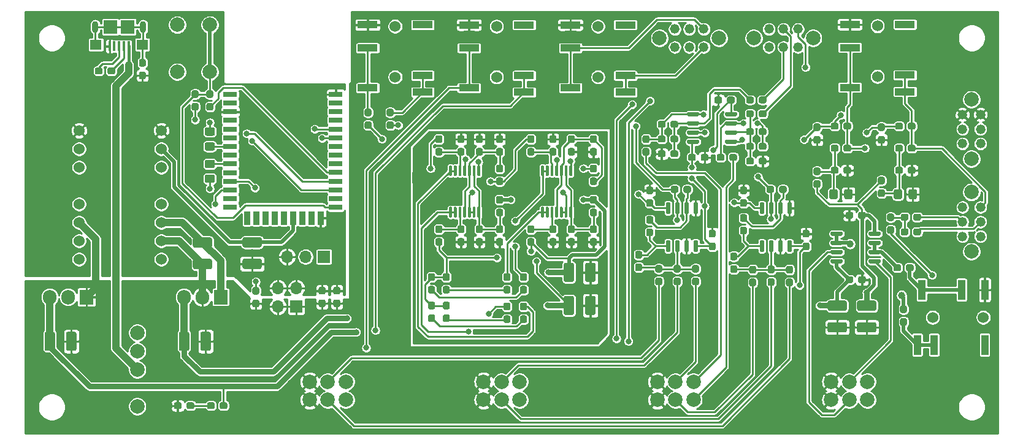
<source format=gtl>
G04 #@! TF.GenerationSoftware,KiCad,Pcbnew,(5.1.6)-1*
G04 #@! TF.CreationDate,2020-11-25T01:13:58+09:00*
G04 #@! TF.ProjectId,Mixer,4d697865-722e-46b6-9963-61645f706362,rev?*
G04 #@! TF.SameCoordinates,Original*
G04 #@! TF.FileFunction,Copper,L1,Top*
G04 #@! TF.FilePolarity,Positive*
%FSLAX46Y46*%
G04 Gerber Fmt 4.6, Leading zero omitted, Abs format (unit mm)*
G04 Created by KiCad (PCBNEW (5.1.6)-1) date 2020-11-25 01:13:58*
%MOMM*%
%LPD*%
G01*
G04 APERTURE LIST*
G04 #@! TA.AperFunction,SMDPad,CuDef*
%ADD10C,0.100000*%
G04 #@! TD*
G04 #@! TA.AperFunction,ComponentPad*
%ADD11O,1.700000X1.700000*%
G04 #@! TD*
G04 #@! TA.AperFunction,ComponentPad*
%ADD12R,1.700000X1.700000*%
G04 #@! TD*
G04 #@! TA.AperFunction,ComponentPad*
%ADD13C,2.000000*%
G04 #@! TD*
G04 #@! TA.AperFunction,ComponentPad*
%ADD14C,2.006600*%
G04 #@! TD*
G04 #@! TA.AperFunction,ComponentPad*
%ADD15C,1.320800*%
G04 #@! TD*
G04 #@! TA.AperFunction,SMDPad,CuDef*
%ADD16R,2.800000X1.000000*%
G04 #@! TD*
G04 #@! TA.AperFunction,ComponentPad*
%ADD17C,1.524000*%
G04 #@! TD*
G04 #@! TA.AperFunction,SMDPad,CuDef*
%ADD18R,1.900000X1.900000*%
G04 #@! TD*
G04 #@! TA.AperFunction,SMDPad,CuDef*
%ADD19R,1.600000X1.400000*%
G04 #@! TD*
G04 #@! TA.AperFunction,ComponentPad*
%ADD20O,0.900000X1.600000*%
G04 #@! TD*
G04 #@! TA.AperFunction,SMDPad,CuDef*
%ADD21R,0.400000X1.350000*%
G04 #@! TD*
G04 #@! TA.AperFunction,SMDPad,CuDef*
%ADD22R,1.000000X2.800000*%
G04 #@! TD*
G04 #@! TA.AperFunction,SMDPad,CuDef*
%ADD23R,1.900000X0.760000*%
G04 #@! TD*
G04 #@! TA.AperFunction,SMDPad,CuDef*
%ADD24R,0.850000X1.900000*%
G04 #@! TD*
G04 #@! TA.AperFunction,ComponentPad*
%ADD25O,1.905000X2.000000*%
G04 #@! TD*
G04 #@! TA.AperFunction,ComponentPad*
%ADD26R,1.905000X2.000000*%
G04 #@! TD*
G04 #@! TA.AperFunction,ViaPad*
%ADD27C,0.800000*%
G04 #@! TD*
G04 #@! TA.AperFunction,ViaPad*
%ADD28C,1.000000*%
G04 #@! TD*
G04 #@! TA.AperFunction,Conductor*
%ADD29C,1.000000*%
G04 #@! TD*
G04 #@! TA.AperFunction,Conductor*
%ADD30C,0.750000*%
G04 #@! TD*
G04 #@! TA.AperFunction,Conductor*
%ADD31C,0.254000*%
G04 #@! TD*
G04 #@! TA.AperFunction,Conductor*
%ADD32C,0.500000*%
G04 #@! TD*
G04 #@! TA.AperFunction,Conductor*
%ADD33C,0.400000*%
G04 #@! TD*
G04 #@! TA.AperFunction,Conductor*
%ADD34C,0.255000*%
G04 #@! TD*
G04 APERTURE END LIST*
G04 #@! TA.AperFunction,SMDPad,CuDef*
G36*
G01*
X166103000Y-99890000D02*
X166103000Y-102040000D01*
G75*
G02*
X165853000Y-102290000I-250000J0D01*
G01*
X164928000Y-102290000D01*
G75*
G02*
X164678000Y-102040000I0J250000D01*
G01*
X164678000Y-99890000D01*
G75*
G02*
X164928000Y-99640000I250000J0D01*
G01*
X165853000Y-99640000D01*
G75*
G02*
X166103000Y-99890000I0J-250000D01*
G01*
G37*
G04 #@! TD.AperFunction*
G04 #@! TA.AperFunction,SMDPad,CuDef*
G36*
G01*
X169078000Y-99890000D02*
X169078000Y-102040000D01*
G75*
G02*
X168828000Y-102290000I-250000J0D01*
G01*
X167903000Y-102290000D01*
G75*
G02*
X167653000Y-102040000I0J250000D01*
G01*
X167653000Y-99890000D01*
G75*
G02*
X167903000Y-99640000I250000J0D01*
G01*
X168828000Y-99640000D01*
G75*
G02*
X169078000Y-99890000I0J-250000D01*
G01*
G37*
G04 #@! TD.AperFunction*
G04 #@! TA.AperFunction,SMDPad,CuDef*
G36*
G01*
X167653000Y-97468000D02*
X167653000Y-95318000D01*
G75*
G02*
X167903000Y-95068000I250000J0D01*
G01*
X168828000Y-95068000D01*
G75*
G02*
X169078000Y-95318000I0J-250000D01*
G01*
X169078000Y-97468000D01*
G75*
G02*
X168828000Y-97718000I-250000J0D01*
G01*
X167903000Y-97718000D01*
G75*
G02*
X167653000Y-97468000I0J250000D01*
G01*
G37*
G04 #@! TD.AperFunction*
G04 #@! TA.AperFunction,SMDPad,CuDef*
G36*
G01*
X164678000Y-97468000D02*
X164678000Y-95318000D01*
G75*
G02*
X164928000Y-95068000I250000J0D01*
G01*
X165853000Y-95068000D01*
G75*
G02*
X166103000Y-95318000I0J-250000D01*
G01*
X166103000Y-97468000D01*
G75*
G02*
X165853000Y-97718000I-250000J0D01*
G01*
X164928000Y-97718000D01*
G75*
G02*
X164678000Y-97468000I0J250000D01*
G01*
G37*
G04 #@! TD.AperFunction*
G04 #@! TA.AperFunction,SMDPad,CuDef*
D10*
G36*
X144287000Y-82562602D02*
G01*
X144311534Y-82562602D01*
X144360365Y-82567412D01*
X144408490Y-82576984D01*
X144455445Y-82591228D01*
X144500778Y-82610005D01*
X144544051Y-82633136D01*
X144584850Y-82660396D01*
X144622779Y-82691524D01*
X144657476Y-82726221D01*
X144688604Y-82764150D01*
X144715864Y-82804949D01*
X144738995Y-82848222D01*
X144757772Y-82893555D01*
X144772016Y-82940510D01*
X144781588Y-82988635D01*
X144786398Y-83037466D01*
X144786398Y-83062000D01*
X144787000Y-83062000D01*
X144787000Y-83562000D01*
X144786398Y-83562000D01*
X144786398Y-83586534D01*
X144781588Y-83635365D01*
X144772016Y-83683490D01*
X144757772Y-83730445D01*
X144738995Y-83775778D01*
X144715864Y-83819051D01*
X144688604Y-83859850D01*
X144657476Y-83897779D01*
X144622779Y-83932476D01*
X144584850Y-83963604D01*
X144544051Y-83990864D01*
X144500778Y-84013995D01*
X144455445Y-84032772D01*
X144408490Y-84047016D01*
X144360365Y-84056588D01*
X144311534Y-84061398D01*
X144287000Y-84061398D01*
X144287000Y-84062000D01*
X143787000Y-84062000D01*
X143787000Y-82562000D01*
X144287000Y-82562000D01*
X144287000Y-82562602D01*
G37*
G04 #@! TD.AperFunction*
G04 #@! TA.AperFunction,SMDPad,CuDef*
G36*
X143487000Y-84062000D02*
G01*
X142987000Y-84062000D01*
X142987000Y-84061398D01*
X142962466Y-84061398D01*
X142913635Y-84056588D01*
X142865510Y-84047016D01*
X142818555Y-84032772D01*
X142773222Y-84013995D01*
X142729949Y-83990864D01*
X142689150Y-83963604D01*
X142651221Y-83932476D01*
X142616524Y-83897779D01*
X142585396Y-83859850D01*
X142558136Y-83819051D01*
X142535005Y-83775778D01*
X142516228Y-83730445D01*
X142501984Y-83683490D01*
X142492412Y-83635365D01*
X142487602Y-83586534D01*
X142487602Y-83562000D01*
X142487000Y-83562000D01*
X142487000Y-83062000D01*
X142487602Y-83062000D01*
X142487602Y-83037466D01*
X142492412Y-82988635D01*
X142501984Y-82940510D01*
X142516228Y-82893555D01*
X142535005Y-82848222D01*
X142558136Y-82804949D01*
X142585396Y-82764150D01*
X142616524Y-82726221D01*
X142651221Y-82691524D01*
X142689150Y-82660396D01*
X142729949Y-82633136D01*
X142773222Y-82610005D01*
X142818555Y-82591228D01*
X142865510Y-82576984D01*
X142913635Y-82567412D01*
X142962466Y-82562602D01*
X142987000Y-82562602D01*
X142987000Y-82562000D01*
X143487000Y-82562000D01*
X143487000Y-84062000D01*
G37*
G04 #@! TD.AperFunction*
D11*
X125222000Y-98552000D03*
X127762000Y-98552000D03*
X125222000Y-101092000D03*
D12*
X127762000Y-101092000D03*
G04 #@! TA.AperFunction,SMDPad,CuDef*
G36*
G01*
X149153000Y-83092000D02*
X148953000Y-83092000D01*
G75*
G02*
X148853000Y-82992000I0J100000D01*
G01*
X148853000Y-81717000D01*
G75*
G02*
X148953000Y-81617000I100000J0D01*
G01*
X149153000Y-81617000D01*
G75*
G02*
X149253000Y-81717000I0J-100000D01*
G01*
X149253000Y-82992000D01*
G75*
G02*
X149153000Y-83092000I-100000J0D01*
G01*
G37*
G04 #@! TD.AperFunction*
G04 #@! TA.AperFunction,SMDPad,CuDef*
G36*
G01*
X149803000Y-83092000D02*
X149603000Y-83092000D01*
G75*
G02*
X149503000Y-82992000I0J100000D01*
G01*
X149503000Y-81717000D01*
G75*
G02*
X149603000Y-81617000I100000J0D01*
G01*
X149803000Y-81617000D01*
G75*
G02*
X149903000Y-81717000I0J-100000D01*
G01*
X149903000Y-82992000D01*
G75*
G02*
X149803000Y-83092000I-100000J0D01*
G01*
G37*
G04 #@! TD.AperFunction*
G04 #@! TA.AperFunction,SMDPad,CuDef*
G36*
G01*
X150453000Y-83092000D02*
X150253000Y-83092000D01*
G75*
G02*
X150153000Y-82992000I0J100000D01*
G01*
X150153000Y-81717000D01*
G75*
G02*
X150253000Y-81617000I100000J0D01*
G01*
X150453000Y-81617000D01*
G75*
G02*
X150553000Y-81717000I0J-100000D01*
G01*
X150553000Y-82992000D01*
G75*
G02*
X150453000Y-83092000I-100000J0D01*
G01*
G37*
G04 #@! TD.AperFunction*
G04 #@! TA.AperFunction,SMDPad,CuDef*
G36*
G01*
X151103000Y-83092000D02*
X150903000Y-83092000D01*
G75*
G02*
X150803000Y-82992000I0J100000D01*
G01*
X150803000Y-81717000D01*
G75*
G02*
X150903000Y-81617000I100000J0D01*
G01*
X151103000Y-81617000D01*
G75*
G02*
X151203000Y-81717000I0J-100000D01*
G01*
X151203000Y-82992000D01*
G75*
G02*
X151103000Y-83092000I-100000J0D01*
G01*
G37*
G04 #@! TD.AperFunction*
G04 #@! TA.AperFunction,SMDPad,CuDef*
G36*
G01*
X151753000Y-83092000D02*
X151553000Y-83092000D01*
G75*
G02*
X151453000Y-82992000I0J100000D01*
G01*
X151453000Y-81717000D01*
G75*
G02*
X151553000Y-81617000I100000J0D01*
G01*
X151753000Y-81617000D01*
G75*
G02*
X151853000Y-81717000I0J-100000D01*
G01*
X151853000Y-82992000D01*
G75*
G02*
X151753000Y-83092000I-100000J0D01*
G01*
G37*
G04 #@! TD.AperFunction*
G04 #@! TA.AperFunction,SMDPad,CuDef*
G36*
G01*
X152403000Y-83092000D02*
X152203000Y-83092000D01*
G75*
G02*
X152103000Y-82992000I0J100000D01*
G01*
X152103000Y-81717000D01*
G75*
G02*
X152203000Y-81617000I100000J0D01*
G01*
X152403000Y-81617000D01*
G75*
G02*
X152503000Y-81717000I0J-100000D01*
G01*
X152503000Y-82992000D01*
G75*
G02*
X152403000Y-83092000I-100000J0D01*
G01*
G37*
G04 #@! TD.AperFunction*
G04 #@! TA.AperFunction,SMDPad,CuDef*
G36*
G01*
X153053000Y-83092000D02*
X152853000Y-83092000D01*
G75*
G02*
X152753000Y-82992000I0J100000D01*
G01*
X152753000Y-81717000D01*
G75*
G02*
X152853000Y-81617000I100000J0D01*
G01*
X153053000Y-81617000D01*
G75*
G02*
X153153000Y-81717000I0J-100000D01*
G01*
X153153000Y-82992000D01*
G75*
G02*
X153053000Y-83092000I-100000J0D01*
G01*
G37*
G04 #@! TD.AperFunction*
G04 #@! TA.AperFunction,SMDPad,CuDef*
G36*
G01*
X153053000Y-88817000D02*
X152853000Y-88817000D01*
G75*
G02*
X152753000Y-88717000I0J100000D01*
G01*
X152753000Y-87442000D01*
G75*
G02*
X152853000Y-87342000I100000J0D01*
G01*
X153053000Y-87342000D01*
G75*
G02*
X153153000Y-87442000I0J-100000D01*
G01*
X153153000Y-88717000D01*
G75*
G02*
X153053000Y-88817000I-100000J0D01*
G01*
G37*
G04 #@! TD.AperFunction*
G04 #@! TA.AperFunction,SMDPad,CuDef*
G36*
G01*
X152403000Y-88817000D02*
X152203000Y-88817000D01*
G75*
G02*
X152103000Y-88717000I0J100000D01*
G01*
X152103000Y-87442000D01*
G75*
G02*
X152203000Y-87342000I100000J0D01*
G01*
X152403000Y-87342000D01*
G75*
G02*
X152503000Y-87442000I0J-100000D01*
G01*
X152503000Y-88717000D01*
G75*
G02*
X152403000Y-88817000I-100000J0D01*
G01*
G37*
G04 #@! TD.AperFunction*
G04 #@! TA.AperFunction,SMDPad,CuDef*
G36*
G01*
X151753000Y-88817000D02*
X151553000Y-88817000D01*
G75*
G02*
X151453000Y-88717000I0J100000D01*
G01*
X151453000Y-87442000D01*
G75*
G02*
X151553000Y-87342000I100000J0D01*
G01*
X151753000Y-87342000D01*
G75*
G02*
X151853000Y-87442000I0J-100000D01*
G01*
X151853000Y-88717000D01*
G75*
G02*
X151753000Y-88817000I-100000J0D01*
G01*
G37*
G04 #@! TD.AperFunction*
G04 #@! TA.AperFunction,SMDPad,CuDef*
G36*
G01*
X151103000Y-88817000D02*
X150903000Y-88817000D01*
G75*
G02*
X150803000Y-88717000I0J100000D01*
G01*
X150803000Y-87442000D01*
G75*
G02*
X150903000Y-87342000I100000J0D01*
G01*
X151103000Y-87342000D01*
G75*
G02*
X151203000Y-87442000I0J-100000D01*
G01*
X151203000Y-88717000D01*
G75*
G02*
X151103000Y-88817000I-100000J0D01*
G01*
G37*
G04 #@! TD.AperFunction*
G04 #@! TA.AperFunction,SMDPad,CuDef*
G36*
G01*
X150453000Y-88817000D02*
X150253000Y-88817000D01*
G75*
G02*
X150153000Y-88717000I0J100000D01*
G01*
X150153000Y-87442000D01*
G75*
G02*
X150253000Y-87342000I100000J0D01*
G01*
X150453000Y-87342000D01*
G75*
G02*
X150553000Y-87442000I0J-100000D01*
G01*
X150553000Y-88717000D01*
G75*
G02*
X150453000Y-88817000I-100000J0D01*
G01*
G37*
G04 #@! TD.AperFunction*
G04 #@! TA.AperFunction,SMDPad,CuDef*
G36*
G01*
X149803000Y-88817000D02*
X149603000Y-88817000D01*
G75*
G02*
X149503000Y-88717000I0J100000D01*
G01*
X149503000Y-87442000D01*
G75*
G02*
X149603000Y-87342000I100000J0D01*
G01*
X149803000Y-87342000D01*
G75*
G02*
X149903000Y-87442000I0J-100000D01*
G01*
X149903000Y-88717000D01*
G75*
G02*
X149803000Y-88817000I-100000J0D01*
G01*
G37*
G04 #@! TD.AperFunction*
G04 #@! TA.AperFunction,SMDPad,CuDef*
G36*
G01*
X149153000Y-88817000D02*
X148953000Y-88817000D01*
G75*
G02*
X148853000Y-88717000I0J100000D01*
G01*
X148853000Y-87442000D01*
G75*
G02*
X148953000Y-87342000I100000J0D01*
G01*
X149153000Y-87342000D01*
G75*
G02*
X149253000Y-87442000I0J-100000D01*
G01*
X149253000Y-88717000D01*
G75*
G02*
X149153000Y-88817000I-100000J0D01*
G01*
G37*
G04 #@! TD.AperFunction*
D13*
X115824000Y-68700000D03*
X111324000Y-68700000D03*
X115824000Y-62200000D03*
X111324000Y-62200000D03*
D14*
X220962600Y-72506599D03*
X220962600Y-80706601D03*
D15*
X222207200Y-74600000D03*
X222207200Y-76606600D03*
X222207200Y-78613200D03*
X219718000Y-74600000D03*
X219718000Y-76606600D03*
X219718000Y-78613200D03*
D14*
X220962600Y-85306599D03*
X220962600Y-93506601D03*
D15*
X222207200Y-87400000D03*
X222207200Y-89406600D03*
X222207200Y-91413200D03*
X219718000Y-87400000D03*
X219718000Y-89406600D03*
X219718000Y-91413200D03*
G04 #@! TA.AperFunction,SMDPad,CuDef*
G36*
G01*
X131080500Y-100150000D02*
X131555500Y-100150000D01*
G75*
G02*
X131793000Y-100387500I0J-237500D01*
G01*
X131793000Y-100962500D01*
G75*
G02*
X131555500Y-101200000I-237500J0D01*
G01*
X131080500Y-101200000D01*
G75*
G02*
X130843000Y-100962500I0J237500D01*
G01*
X130843000Y-100387500D01*
G75*
G02*
X131080500Y-100150000I237500J0D01*
G01*
G37*
G04 #@! TD.AperFunction*
G04 #@! TA.AperFunction,SMDPad,CuDef*
G36*
G01*
X131080500Y-98400000D02*
X131555500Y-98400000D01*
G75*
G02*
X131793000Y-98637500I0J-237500D01*
G01*
X131793000Y-99212500D01*
G75*
G02*
X131555500Y-99450000I-237500J0D01*
G01*
X131080500Y-99450000D01*
G75*
G02*
X130843000Y-99212500I0J237500D01*
G01*
X130843000Y-98637500D01*
G75*
G02*
X131080500Y-98400000I237500J0D01*
G01*
G37*
G04 #@! TD.AperFunction*
G04 #@! TA.AperFunction,SMDPad,CuDef*
G36*
G01*
X212248000Y-90567500D02*
X212248000Y-91042500D01*
G75*
G02*
X212010500Y-91280000I-237500J0D01*
G01*
X211435500Y-91280000D01*
G75*
G02*
X211198000Y-91042500I0J237500D01*
G01*
X211198000Y-90567500D01*
G75*
G02*
X211435500Y-90330000I237500J0D01*
G01*
X212010500Y-90330000D01*
G75*
G02*
X212248000Y-90567500I0J-237500D01*
G01*
G37*
G04 #@! TD.AperFunction*
G04 #@! TA.AperFunction,SMDPad,CuDef*
G36*
G01*
X213998000Y-90567500D02*
X213998000Y-91042500D01*
G75*
G02*
X213760500Y-91280000I-237500J0D01*
G01*
X213185500Y-91280000D01*
G75*
G02*
X212948000Y-91042500I0J237500D01*
G01*
X212948000Y-90567500D01*
G75*
G02*
X213185500Y-90330000I237500J0D01*
G01*
X213760500Y-90330000D01*
G75*
G02*
X213998000Y-90567500I0J-237500D01*
G01*
G37*
G04 #@! TD.AperFunction*
G04 #@! TA.AperFunction,SMDPad,CuDef*
G36*
G01*
X212248000Y-88535500D02*
X212248000Y-89010500D01*
G75*
G02*
X212010500Y-89248000I-237500J0D01*
G01*
X211435500Y-89248000D01*
G75*
G02*
X211198000Y-89010500I0J237500D01*
G01*
X211198000Y-88535500D01*
G75*
G02*
X211435500Y-88298000I237500J0D01*
G01*
X212010500Y-88298000D01*
G75*
G02*
X212248000Y-88535500I0J-237500D01*
G01*
G37*
G04 #@! TD.AperFunction*
G04 #@! TA.AperFunction,SMDPad,CuDef*
G36*
G01*
X213998000Y-88535500D02*
X213998000Y-89010500D01*
G75*
G02*
X213760500Y-89248000I-237500J0D01*
G01*
X213185500Y-89248000D01*
G75*
G02*
X212948000Y-89010500I0J237500D01*
G01*
X212948000Y-88535500D01*
G75*
G02*
X213185500Y-88298000I237500J0D01*
G01*
X213760500Y-88298000D01*
G75*
G02*
X213998000Y-88535500I0J-237500D01*
G01*
G37*
G04 #@! TD.AperFunction*
G04 #@! TA.AperFunction,SMDPad,CuDef*
G36*
G01*
X147684500Y-78517000D02*
X147209500Y-78517000D01*
G75*
G02*
X146972000Y-78279500I0J237500D01*
G01*
X146972000Y-77704500D01*
G75*
G02*
X147209500Y-77467000I237500J0D01*
G01*
X147684500Y-77467000D01*
G75*
G02*
X147922000Y-77704500I0J-237500D01*
G01*
X147922000Y-78279500D01*
G75*
G02*
X147684500Y-78517000I-237500J0D01*
G01*
G37*
G04 #@! TD.AperFunction*
G04 #@! TA.AperFunction,SMDPad,CuDef*
G36*
G01*
X147684500Y-80267000D02*
X147209500Y-80267000D01*
G75*
G02*
X146972000Y-80029500I0J237500D01*
G01*
X146972000Y-79454500D01*
G75*
G02*
X147209500Y-79217000I237500J0D01*
G01*
X147684500Y-79217000D01*
G75*
G02*
X147922000Y-79454500I0J-237500D01*
G01*
X147922000Y-80029500D01*
G75*
G02*
X147684500Y-80267000I-237500J0D01*
G01*
G37*
G04 #@! TD.AperFunction*
G04 #@! TA.AperFunction,SMDPad,CuDef*
G36*
G01*
X160384500Y-78517000D02*
X159909500Y-78517000D01*
G75*
G02*
X159672000Y-78279500I0J237500D01*
G01*
X159672000Y-77704500D01*
G75*
G02*
X159909500Y-77467000I237500J0D01*
G01*
X160384500Y-77467000D01*
G75*
G02*
X160622000Y-77704500I0J-237500D01*
G01*
X160622000Y-78279500D01*
G75*
G02*
X160384500Y-78517000I-237500J0D01*
G01*
G37*
G04 #@! TD.AperFunction*
G04 #@! TA.AperFunction,SMDPad,CuDef*
G36*
G01*
X160384500Y-80267000D02*
X159909500Y-80267000D01*
G75*
G02*
X159672000Y-80029500I0J237500D01*
G01*
X159672000Y-79454500D01*
G75*
G02*
X159909500Y-79217000I237500J0D01*
G01*
X160384500Y-79217000D01*
G75*
G02*
X160622000Y-79454500I0J-237500D01*
G01*
X160622000Y-80029500D01*
G75*
G02*
X160384500Y-80267000I-237500J0D01*
G01*
G37*
G04 #@! TD.AperFunction*
G04 #@! TA.AperFunction,SMDPad,CuDef*
G36*
G01*
X146193500Y-102204000D02*
X146668500Y-102204000D01*
G75*
G02*
X146906000Y-102441500I0J-237500D01*
G01*
X146906000Y-103016500D01*
G75*
G02*
X146668500Y-103254000I-237500J0D01*
G01*
X146193500Y-103254000D01*
G75*
G02*
X145956000Y-103016500I0J237500D01*
G01*
X145956000Y-102441500D01*
G75*
G02*
X146193500Y-102204000I237500J0D01*
G01*
G37*
G04 #@! TD.AperFunction*
G04 #@! TA.AperFunction,SMDPad,CuDef*
G36*
G01*
X146193500Y-100454000D02*
X146668500Y-100454000D01*
G75*
G02*
X146906000Y-100691500I0J-237500D01*
G01*
X146906000Y-101266500D01*
G75*
G02*
X146668500Y-101504000I-237500J0D01*
G01*
X146193500Y-101504000D01*
G75*
G02*
X145956000Y-101266500I0J237500D01*
G01*
X145956000Y-100691500D01*
G75*
G02*
X146193500Y-100454000I237500J0D01*
G01*
G37*
G04 #@! TD.AperFunction*
G04 #@! TA.AperFunction,SMDPad,CuDef*
G36*
G01*
X146193500Y-98267000D02*
X146668500Y-98267000D01*
G75*
G02*
X146906000Y-98504500I0J-237500D01*
G01*
X146906000Y-99079500D01*
G75*
G02*
X146668500Y-99317000I-237500J0D01*
G01*
X146193500Y-99317000D01*
G75*
G02*
X145956000Y-99079500I0J237500D01*
G01*
X145956000Y-98504500D01*
G75*
G02*
X146193500Y-98267000I237500J0D01*
G01*
G37*
G04 #@! TD.AperFunction*
G04 #@! TA.AperFunction,SMDPad,CuDef*
G36*
G01*
X146193500Y-96517000D02*
X146668500Y-96517000D01*
G75*
G02*
X146906000Y-96754500I0J-237500D01*
G01*
X146906000Y-97329500D01*
G75*
G02*
X146668500Y-97567000I-237500J0D01*
G01*
X146193500Y-97567000D01*
G75*
G02*
X145956000Y-97329500I0J237500D01*
G01*
X145956000Y-96754500D01*
G75*
G02*
X146193500Y-96517000I237500J0D01*
G01*
G37*
G04 #@! TD.AperFunction*
G04 #@! TA.AperFunction,SMDPad,CuDef*
G36*
G01*
X148225500Y-102204000D02*
X148700500Y-102204000D01*
G75*
G02*
X148938000Y-102441500I0J-237500D01*
G01*
X148938000Y-103016500D01*
G75*
G02*
X148700500Y-103254000I-237500J0D01*
G01*
X148225500Y-103254000D01*
G75*
G02*
X147988000Y-103016500I0J237500D01*
G01*
X147988000Y-102441500D01*
G75*
G02*
X148225500Y-102204000I237500J0D01*
G01*
G37*
G04 #@! TD.AperFunction*
G04 #@! TA.AperFunction,SMDPad,CuDef*
G36*
G01*
X148225500Y-100454000D02*
X148700500Y-100454000D01*
G75*
G02*
X148938000Y-100691500I0J-237500D01*
G01*
X148938000Y-101266500D01*
G75*
G02*
X148700500Y-101504000I-237500J0D01*
G01*
X148225500Y-101504000D01*
G75*
G02*
X147988000Y-101266500I0J237500D01*
G01*
X147988000Y-100691500D01*
G75*
G02*
X148225500Y-100454000I237500J0D01*
G01*
G37*
G04 #@! TD.AperFunction*
G04 #@! TA.AperFunction,SMDPad,CuDef*
G36*
G01*
X147209500Y-91663000D02*
X147684500Y-91663000D01*
G75*
G02*
X147922000Y-91900500I0J-237500D01*
G01*
X147922000Y-92475500D01*
G75*
G02*
X147684500Y-92713000I-237500J0D01*
G01*
X147209500Y-92713000D01*
G75*
G02*
X146972000Y-92475500I0J237500D01*
G01*
X146972000Y-91900500D01*
G75*
G02*
X147209500Y-91663000I237500J0D01*
G01*
G37*
G04 #@! TD.AperFunction*
G04 #@! TA.AperFunction,SMDPad,CuDef*
G36*
G01*
X147209500Y-89913000D02*
X147684500Y-89913000D01*
G75*
G02*
X147922000Y-90150500I0J-237500D01*
G01*
X147922000Y-90725500D01*
G75*
G02*
X147684500Y-90963000I-237500J0D01*
G01*
X147209500Y-90963000D01*
G75*
G02*
X146972000Y-90725500I0J237500D01*
G01*
X146972000Y-90150500D01*
G75*
G02*
X147209500Y-89913000I237500J0D01*
G01*
G37*
G04 #@! TD.AperFunction*
G04 #@! TA.AperFunction,SMDPad,CuDef*
G36*
G01*
X159909500Y-91663000D02*
X160384500Y-91663000D01*
G75*
G02*
X160622000Y-91900500I0J-237500D01*
G01*
X160622000Y-92475500D01*
G75*
G02*
X160384500Y-92713000I-237500J0D01*
G01*
X159909500Y-92713000D01*
G75*
G02*
X159672000Y-92475500I0J237500D01*
G01*
X159672000Y-91900500D01*
G75*
G02*
X159909500Y-91663000I237500J0D01*
G01*
G37*
G04 #@! TD.AperFunction*
G04 #@! TA.AperFunction,SMDPad,CuDef*
G36*
G01*
X159909500Y-89913000D02*
X160384500Y-89913000D01*
G75*
G02*
X160622000Y-90150500I0J-237500D01*
G01*
X160622000Y-90725500D01*
G75*
G02*
X160384500Y-90963000I-237500J0D01*
G01*
X159909500Y-90963000D01*
G75*
G02*
X159672000Y-90725500I0J237500D01*
G01*
X159672000Y-90150500D01*
G75*
G02*
X159909500Y-89913000I237500J0D01*
G01*
G37*
G04 #@! TD.AperFunction*
G04 #@! TA.AperFunction,SMDPad,CuDef*
G36*
G01*
X156066500Y-82581000D02*
X155591500Y-82581000D01*
G75*
G02*
X155354000Y-82343500I0J237500D01*
G01*
X155354000Y-81768500D01*
G75*
G02*
X155591500Y-81531000I237500J0D01*
G01*
X156066500Y-81531000D01*
G75*
G02*
X156304000Y-81768500I0J-237500D01*
G01*
X156304000Y-82343500D01*
G75*
G02*
X156066500Y-82581000I-237500J0D01*
G01*
G37*
G04 #@! TD.AperFunction*
G04 #@! TA.AperFunction,SMDPad,CuDef*
G36*
G01*
X156066500Y-84331000D02*
X155591500Y-84331000D01*
G75*
G02*
X155354000Y-84093500I0J237500D01*
G01*
X155354000Y-83518500D01*
G75*
G02*
X155591500Y-83281000I237500J0D01*
G01*
X156066500Y-83281000D01*
G75*
G02*
X156304000Y-83518500I0J-237500D01*
G01*
X156304000Y-84093500D01*
G75*
G02*
X156066500Y-84331000I-237500J0D01*
G01*
G37*
G04 #@! TD.AperFunction*
G04 #@! TA.AperFunction,SMDPad,CuDef*
G36*
G01*
X156066500Y-78517000D02*
X155591500Y-78517000D01*
G75*
G02*
X155354000Y-78279500I0J237500D01*
G01*
X155354000Y-77704500D01*
G75*
G02*
X155591500Y-77467000I237500J0D01*
G01*
X156066500Y-77467000D01*
G75*
G02*
X156304000Y-77704500I0J-237500D01*
G01*
X156304000Y-78279500D01*
G75*
G02*
X156066500Y-78517000I-237500J0D01*
G01*
G37*
G04 #@! TD.AperFunction*
G04 #@! TA.AperFunction,SMDPad,CuDef*
G36*
G01*
X156066500Y-80267000D02*
X155591500Y-80267000D01*
G75*
G02*
X155354000Y-80029500I0J237500D01*
G01*
X155354000Y-79454500D01*
G75*
G02*
X155591500Y-79217000I237500J0D01*
G01*
X156066500Y-79217000D01*
G75*
G02*
X156304000Y-79454500I0J-237500D01*
G01*
X156304000Y-80029500D01*
G75*
G02*
X156066500Y-80267000I-237500J0D01*
G01*
G37*
G04 #@! TD.AperFunction*
G04 #@! TA.AperFunction,SMDPad,CuDef*
G36*
G01*
X156066500Y-90963000D02*
X155591500Y-90963000D01*
G75*
G02*
X155354000Y-90725500I0J237500D01*
G01*
X155354000Y-90150500D01*
G75*
G02*
X155591500Y-89913000I237500J0D01*
G01*
X156066500Y-89913000D01*
G75*
G02*
X156304000Y-90150500I0J-237500D01*
G01*
X156304000Y-90725500D01*
G75*
G02*
X156066500Y-90963000I-237500J0D01*
G01*
G37*
G04 #@! TD.AperFunction*
G04 #@! TA.AperFunction,SMDPad,CuDef*
G36*
G01*
X156066500Y-92713000D02*
X155591500Y-92713000D01*
G75*
G02*
X155354000Y-92475500I0J237500D01*
G01*
X155354000Y-91900500D01*
G75*
G02*
X155591500Y-91663000I237500J0D01*
G01*
X156066500Y-91663000D01*
G75*
G02*
X156304000Y-91900500I0J-237500D01*
G01*
X156304000Y-92475500D01*
G75*
G02*
X156066500Y-92713000I-237500J0D01*
G01*
G37*
G04 #@! TD.AperFunction*
G04 #@! TA.AperFunction,SMDPad,CuDef*
G36*
G01*
X156066500Y-86899000D02*
X155591500Y-86899000D01*
G75*
G02*
X155354000Y-86661500I0J237500D01*
G01*
X155354000Y-86086500D01*
G75*
G02*
X155591500Y-85849000I237500J0D01*
G01*
X156066500Y-85849000D01*
G75*
G02*
X156304000Y-86086500I0J-237500D01*
G01*
X156304000Y-86661500D01*
G75*
G02*
X156066500Y-86899000I-237500J0D01*
G01*
G37*
G04 #@! TD.AperFunction*
G04 #@! TA.AperFunction,SMDPad,CuDef*
G36*
G01*
X156066500Y-88649000D02*
X155591500Y-88649000D01*
G75*
G02*
X155354000Y-88411500I0J237500D01*
G01*
X155354000Y-87836500D01*
G75*
G02*
X155591500Y-87599000I237500J0D01*
G01*
X156066500Y-87599000D01*
G75*
G02*
X156304000Y-87836500I0J-237500D01*
G01*
X156304000Y-88411500D01*
G75*
G02*
X156066500Y-88649000I-237500J0D01*
G01*
G37*
G04 #@! TD.AperFunction*
G04 #@! TA.AperFunction,SMDPad,CuDef*
G36*
G01*
X158893500Y-102331000D02*
X159368500Y-102331000D01*
G75*
G02*
X159606000Y-102568500I0J-237500D01*
G01*
X159606000Y-103143500D01*
G75*
G02*
X159368500Y-103381000I-237500J0D01*
G01*
X158893500Y-103381000D01*
G75*
G02*
X158656000Y-103143500I0J237500D01*
G01*
X158656000Y-102568500D01*
G75*
G02*
X158893500Y-102331000I237500J0D01*
G01*
G37*
G04 #@! TD.AperFunction*
G04 #@! TA.AperFunction,SMDPad,CuDef*
G36*
G01*
X158893500Y-100581000D02*
X159368500Y-100581000D01*
G75*
G02*
X159606000Y-100818500I0J-237500D01*
G01*
X159606000Y-101393500D01*
G75*
G02*
X159368500Y-101631000I-237500J0D01*
G01*
X158893500Y-101631000D01*
G75*
G02*
X158656000Y-101393500I0J237500D01*
G01*
X158656000Y-100818500D01*
G75*
G02*
X158893500Y-100581000I237500J0D01*
G01*
G37*
G04 #@! TD.AperFunction*
G04 #@! TA.AperFunction,SMDPad,CuDef*
G36*
G01*
X158893500Y-98267000D02*
X159368500Y-98267000D01*
G75*
G02*
X159606000Y-98504500I0J-237500D01*
G01*
X159606000Y-99079500D01*
G75*
G02*
X159368500Y-99317000I-237500J0D01*
G01*
X158893500Y-99317000D01*
G75*
G02*
X158656000Y-99079500I0J237500D01*
G01*
X158656000Y-98504500D01*
G75*
G02*
X158893500Y-98267000I237500J0D01*
G01*
G37*
G04 #@! TD.AperFunction*
G04 #@! TA.AperFunction,SMDPad,CuDef*
G36*
G01*
X158893500Y-96517000D02*
X159368500Y-96517000D01*
G75*
G02*
X159606000Y-96754500I0J-237500D01*
G01*
X159606000Y-97329500D01*
G75*
G02*
X159368500Y-97567000I-237500J0D01*
G01*
X158893500Y-97567000D01*
G75*
G02*
X158656000Y-97329500I0J237500D01*
G01*
X158656000Y-96754500D01*
G75*
G02*
X158893500Y-96517000I237500J0D01*
G01*
G37*
G04 #@! TD.AperFunction*
G04 #@! TA.AperFunction,SMDPad,CuDef*
G36*
G01*
X156607500Y-102331000D02*
X157082500Y-102331000D01*
G75*
G02*
X157320000Y-102568500I0J-237500D01*
G01*
X157320000Y-103143500D01*
G75*
G02*
X157082500Y-103381000I-237500J0D01*
G01*
X156607500Y-103381000D01*
G75*
G02*
X156370000Y-103143500I0J237500D01*
G01*
X156370000Y-102568500D01*
G75*
G02*
X156607500Y-102331000I237500J0D01*
G01*
G37*
G04 #@! TD.AperFunction*
G04 #@! TA.AperFunction,SMDPad,CuDef*
G36*
G01*
X156607500Y-100581000D02*
X157082500Y-100581000D01*
G75*
G02*
X157320000Y-100818500I0J-237500D01*
G01*
X157320000Y-101393500D01*
G75*
G02*
X157082500Y-101631000I-237500J0D01*
G01*
X156607500Y-101631000D01*
G75*
G02*
X156370000Y-101393500I0J237500D01*
G01*
X156370000Y-100818500D01*
G75*
G02*
X156607500Y-100581000I237500J0D01*
G01*
G37*
G04 #@! TD.AperFunction*
G04 #@! TA.AperFunction,SMDPad,CuDef*
G36*
G01*
X133112500Y-100150000D02*
X133587500Y-100150000D01*
G75*
G02*
X133825000Y-100387500I0J-237500D01*
G01*
X133825000Y-100962500D01*
G75*
G02*
X133587500Y-101200000I-237500J0D01*
G01*
X133112500Y-101200000D01*
G75*
G02*
X132875000Y-100962500I0J237500D01*
G01*
X132875000Y-100387500D01*
G75*
G02*
X133112500Y-100150000I237500J0D01*
G01*
G37*
G04 #@! TD.AperFunction*
G04 #@! TA.AperFunction,SMDPad,CuDef*
G36*
G01*
X133112500Y-98400000D02*
X133587500Y-98400000D01*
G75*
G02*
X133825000Y-98637500I0J-237500D01*
G01*
X133825000Y-99212500D01*
G75*
G02*
X133587500Y-99450000I-237500J0D01*
G01*
X133112500Y-99450000D01*
G75*
G02*
X132875000Y-99212500I0J237500D01*
G01*
X132875000Y-98637500D01*
G75*
G02*
X133112500Y-98400000I237500J0D01*
G01*
G37*
G04 #@! TD.AperFunction*
G04 #@! TA.AperFunction,SMDPad,CuDef*
G36*
G01*
X210041500Y-89312000D02*
X209566500Y-89312000D01*
G75*
G02*
X209329000Y-89074500I0J237500D01*
G01*
X209329000Y-88499500D01*
G75*
G02*
X209566500Y-88262000I237500J0D01*
G01*
X210041500Y-88262000D01*
G75*
G02*
X210279000Y-88499500I0J-237500D01*
G01*
X210279000Y-89074500D01*
G75*
G02*
X210041500Y-89312000I-237500J0D01*
G01*
G37*
G04 #@! TD.AperFunction*
G04 #@! TA.AperFunction,SMDPad,CuDef*
G36*
G01*
X210041500Y-91062000D02*
X209566500Y-91062000D01*
G75*
G02*
X209329000Y-90824500I0J237500D01*
G01*
X209329000Y-90249500D01*
G75*
G02*
X209566500Y-90012000I237500J0D01*
G01*
X210041500Y-90012000D01*
G75*
G02*
X210279000Y-90249500I0J-237500D01*
G01*
X210279000Y-90824500D01*
G75*
G02*
X210041500Y-91062000I-237500J0D01*
G01*
G37*
G04 #@! TD.AperFunction*
G04 #@! TA.AperFunction,SMDPad,CuDef*
G36*
G01*
X122411500Y-99472000D02*
X121936500Y-99472000D01*
G75*
G02*
X121699000Y-99234500I0J237500D01*
G01*
X121699000Y-98659500D01*
G75*
G02*
X121936500Y-98422000I237500J0D01*
G01*
X122411500Y-98422000D01*
G75*
G02*
X122649000Y-98659500I0J-237500D01*
G01*
X122649000Y-99234500D01*
G75*
G02*
X122411500Y-99472000I-237500J0D01*
G01*
G37*
G04 #@! TD.AperFunction*
G04 #@! TA.AperFunction,SMDPad,CuDef*
G36*
G01*
X122411500Y-101222000D02*
X121936500Y-101222000D01*
G75*
G02*
X121699000Y-100984500I0J237500D01*
G01*
X121699000Y-100409500D01*
G75*
G02*
X121936500Y-100172000I237500J0D01*
G01*
X122411500Y-100172000D01*
G75*
G02*
X122649000Y-100409500I0J-237500D01*
G01*
X122649000Y-100984500D01*
G75*
G02*
X122411500Y-101222000I-237500J0D01*
G01*
G37*
G04 #@! TD.AperFunction*
G04 #@! TA.AperFunction,SMDPad,CuDef*
G36*
G01*
X150732500Y-78517000D02*
X150257500Y-78517000D01*
G75*
G02*
X150020000Y-78279500I0J237500D01*
G01*
X150020000Y-77704500D01*
G75*
G02*
X150257500Y-77467000I237500J0D01*
G01*
X150732500Y-77467000D01*
G75*
G02*
X150970000Y-77704500I0J-237500D01*
G01*
X150970000Y-78279500D01*
G75*
G02*
X150732500Y-78517000I-237500J0D01*
G01*
G37*
G04 #@! TD.AperFunction*
G04 #@! TA.AperFunction,SMDPad,CuDef*
G36*
G01*
X150732500Y-80267000D02*
X150257500Y-80267000D01*
G75*
G02*
X150020000Y-80029500I0J237500D01*
G01*
X150020000Y-79454500D01*
G75*
G02*
X150257500Y-79217000I237500J0D01*
G01*
X150732500Y-79217000D01*
G75*
G02*
X150970000Y-79454500I0J-237500D01*
G01*
X150970000Y-80029500D01*
G75*
G02*
X150732500Y-80267000I-237500J0D01*
G01*
G37*
G04 #@! TD.AperFunction*
G04 #@! TA.AperFunction,SMDPad,CuDef*
G36*
G01*
X150257500Y-91663000D02*
X150732500Y-91663000D01*
G75*
G02*
X150970000Y-91900500I0J-237500D01*
G01*
X150970000Y-92475500D01*
G75*
G02*
X150732500Y-92713000I-237500J0D01*
G01*
X150257500Y-92713000D01*
G75*
G02*
X150020000Y-92475500I0J237500D01*
G01*
X150020000Y-91900500D01*
G75*
G02*
X150257500Y-91663000I237500J0D01*
G01*
G37*
G04 #@! TD.AperFunction*
G04 #@! TA.AperFunction,SMDPad,CuDef*
G36*
G01*
X150257500Y-89913000D02*
X150732500Y-89913000D01*
G75*
G02*
X150970000Y-90150500I0J-237500D01*
G01*
X150970000Y-90725500D01*
G75*
G02*
X150732500Y-90963000I-237500J0D01*
G01*
X150257500Y-90963000D01*
G75*
G02*
X150020000Y-90725500I0J237500D01*
G01*
X150020000Y-90150500D01*
G75*
G02*
X150257500Y-89913000I237500J0D01*
G01*
G37*
G04 #@! TD.AperFunction*
G04 #@! TA.AperFunction,SMDPad,CuDef*
G36*
G01*
X153272500Y-78517000D02*
X152797500Y-78517000D01*
G75*
G02*
X152560000Y-78279500I0J237500D01*
G01*
X152560000Y-77704500D01*
G75*
G02*
X152797500Y-77467000I237500J0D01*
G01*
X153272500Y-77467000D01*
G75*
G02*
X153510000Y-77704500I0J-237500D01*
G01*
X153510000Y-78279500D01*
G75*
G02*
X153272500Y-78517000I-237500J0D01*
G01*
G37*
G04 #@! TD.AperFunction*
G04 #@! TA.AperFunction,SMDPad,CuDef*
G36*
G01*
X153272500Y-80267000D02*
X152797500Y-80267000D01*
G75*
G02*
X152560000Y-80029500I0J237500D01*
G01*
X152560000Y-79454500D01*
G75*
G02*
X152797500Y-79217000I237500J0D01*
G01*
X153272500Y-79217000D01*
G75*
G02*
X153510000Y-79454500I0J-237500D01*
G01*
X153510000Y-80029500D01*
G75*
G02*
X153272500Y-80267000I-237500J0D01*
G01*
G37*
G04 #@! TD.AperFunction*
G04 #@! TA.AperFunction,SMDPad,CuDef*
G36*
G01*
X165497500Y-79217000D02*
X165972500Y-79217000D01*
G75*
G02*
X166210000Y-79454500I0J-237500D01*
G01*
X166210000Y-80029500D01*
G75*
G02*
X165972500Y-80267000I-237500J0D01*
G01*
X165497500Y-80267000D01*
G75*
G02*
X165260000Y-80029500I0J237500D01*
G01*
X165260000Y-79454500D01*
G75*
G02*
X165497500Y-79217000I237500J0D01*
G01*
G37*
G04 #@! TD.AperFunction*
G04 #@! TA.AperFunction,SMDPad,CuDef*
G36*
G01*
X165497500Y-77467000D02*
X165972500Y-77467000D01*
G75*
G02*
X166210000Y-77704500I0J-237500D01*
G01*
X166210000Y-78279500D01*
G75*
G02*
X165972500Y-78517000I-237500J0D01*
G01*
X165497500Y-78517000D01*
G75*
G02*
X165260000Y-78279500I0J237500D01*
G01*
X165260000Y-77704500D01*
G75*
G02*
X165497500Y-77467000I237500J0D01*
G01*
G37*
G04 #@! TD.AperFunction*
G04 #@! TA.AperFunction,SMDPad,CuDef*
G36*
G01*
X152797500Y-91663000D02*
X153272500Y-91663000D01*
G75*
G02*
X153510000Y-91900500I0J-237500D01*
G01*
X153510000Y-92475500D01*
G75*
G02*
X153272500Y-92713000I-237500J0D01*
G01*
X152797500Y-92713000D01*
G75*
G02*
X152560000Y-92475500I0J237500D01*
G01*
X152560000Y-91900500D01*
G75*
G02*
X152797500Y-91663000I237500J0D01*
G01*
G37*
G04 #@! TD.AperFunction*
G04 #@! TA.AperFunction,SMDPad,CuDef*
G36*
G01*
X152797500Y-89913000D02*
X153272500Y-89913000D01*
G75*
G02*
X153510000Y-90150500I0J-237500D01*
G01*
X153510000Y-90725500D01*
G75*
G02*
X153272500Y-90963000I-237500J0D01*
G01*
X152797500Y-90963000D01*
G75*
G02*
X152560000Y-90725500I0J237500D01*
G01*
X152560000Y-90150500D01*
G75*
G02*
X152797500Y-89913000I237500J0D01*
G01*
G37*
G04 #@! TD.AperFunction*
G04 #@! TA.AperFunction,SMDPad,CuDef*
G36*
G01*
X165497500Y-91663000D02*
X165972500Y-91663000D01*
G75*
G02*
X166210000Y-91900500I0J-237500D01*
G01*
X166210000Y-92475500D01*
G75*
G02*
X165972500Y-92713000I-237500J0D01*
G01*
X165497500Y-92713000D01*
G75*
G02*
X165260000Y-92475500I0J237500D01*
G01*
X165260000Y-91900500D01*
G75*
G02*
X165497500Y-91663000I237500J0D01*
G01*
G37*
G04 #@! TD.AperFunction*
G04 #@! TA.AperFunction,SMDPad,CuDef*
G36*
G01*
X165497500Y-89913000D02*
X165972500Y-89913000D01*
G75*
G02*
X166210000Y-90150500I0J-237500D01*
G01*
X166210000Y-90725500D01*
G75*
G02*
X165972500Y-90963000I-237500J0D01*
G01*
X165497500Y-90963000D01*
G75*
G02*
X165260000Y-90725500I0J237500D01*
G01*
X165260000Y-90150500D01*
G75*
G02*
X165497500Y-89913000I237500J0D01*
G01*
G37*
G04 #@! TD.AperFunction*
G04 #@! TA.AperFunction,SMDPad,CuDef*
G36*
G01*
X179420000Y-78215500D02*
X179420000Y-77740500D01*
G75*
G02*
X179657500Y-77503000I237500J0D01*
G01*
X180232500Y-77503000D01*
G75*
G02*
X180470000Y-77740500I0J-237500D01*
G01*
X180470000Y-78215500D01*
G75*
G02*
X180232500Y-78453000I-237500J0D01*
G01*
X179657500Y-78453000D01*
G75*
G02*
X179420000Y-78215500I0J237500D01*
G01*
G37*
G04 #@! TD.AperFunction*
G04 #@! TA.AperFunction,SMDPad,CuDef*
G36*
G01*
X177670000Y-78215500D02*
X177670000Y-77740500D01*
G75*
G02*
X177907500Y-77503000I237500J0D01*
G01*
X178482500Y-77503000D01*
G75*
G02*
X178720000Y-77740500I0J-237500D01*
G01*
X178720000Y-78215500D01*
G75*
G02*
X178482500Y-78453000I-237500J0D01*
G01*
X177907500Y-78453000D01*
G75*
G02*
X177670000Y-78215500I0J237500D01*
G01*
G37*
G04 #@! TD.AperFunction*
G04 #@! TA.AperFunction,SMDPad,CuDef*
G36*
G01*
X161853000Y-83092000D02*
X161653000Y-83092000D01*
G75*
G02*
X161553000Y-82992000I0J100000D01*
G01*
X161553000Y-81717000D01*
G75*
G02*
X161653000Y-81617000I100000J0D01*
G01*
X161853000Y-81617000D01*
G75*
G02*
X161953000Y-81717000I0J-100000D01*
G01*
X161953000Y-82992000D01*
G75*
G02*
X161853000Y-83092000I-100000J0D01*
G01*
G37*
G04 #@! TD.AperFunction*
G04 #@! TA.AperFunction,SMDPad,CuDef*
G36*
G01*
X162503000Y-83092000D02*
X162303000Y-83092000D01*
G75*
G02*
X162203000Y-82992000I0J100000D01*
G01*
X162203000Y-81717000D01*
G75*
G02*
X162303000Y-81617000I100000J0D01*
G01*
X162503000Y-81617000D01*
G75*
G02*
X162603000Y-81717000I0J-100000D01*
G01*
X162603000Y-82992000D01*
G75*
G02*
X162503000Y-83092000I-100000J0D01*
G01*
G37*
G04 #@! TD.AperFunction*
G04 #@! TA.AperFunction,SMDPad,CuDef*
G36*
G01*
X163153000Y-83092000D02*
X162953000Y-83092000D01*
G75*
G02*
X162853000Y-82992000I0J100000D01*
G01*
X162853000Y-81717000D01*
G75*
G02*
X162953000Y-81617000I100000J0D01*
G01*
X163153000Y-81617000D01*
G75*
G02*
X163253000Y-81717000I0J-100000D01*
G01*
X163253000Y-82992000D01*
G75*
G02*
X163153000Y-83092000I-100000J0D01*
G01*
G37*
G04 #@! TD.AperFunction*
G04 #@! TA.AperFunction,SMDPad,CuDef*
G36*
G01*
X163803000Y-83092000D02*
X163603000Y-83092000D01*
G75*
G02*
X163503000Y-82992000I0J100000D01*
G01*
X163503000Y-81717000D01*
G75*
G02*
X163603000Y-81617000I100000J0D01*
G01*
X163803000Y-81617000D01*
G75*
G02*
X163903000Y-81717000I0J-100000D01*
G01*
X163903000Y-82992000D01*
G75*
G02*
X163803000Y-83092000I-100000J0D01*
G01*
G37*
G04 #@! TD.AperFunction*
G04 #@! TA.AperFunction,SMDPad,CuDef*
G36*
G01*
X164453000Y-83092000D02*
X164253000Y-83092000D01*
G75*
G02*
X164153000Y-82992000I0J100000D01*
G01*
X164153000Y-81717000D01*
G75*
G02*
X164253000Y-81617000I100000J0D01*
G01*
X164453000Y-81617000D01*
G75*
G02*
X164553000Y-81717000I0J-100000D01*
G01*
X164553000Y-82992000D01*
G75*
G02*
X164453000Y-83092000I-100000J0D01*
G01*
G37*
G04 #@! TD.AperFunction*
G04 #@! TA.AperFunction,SMDPad,CuDef*
G36*
G01*
X165103000Y-83092000D02*
X164903000Y-83092000D01*
G75*
G02*
X164803000Y-82992000I0J100000D01*
G01*
X164803000Y-81717000D01*
G75*
G02*
X164903000Y-81617000I100000J0D01*
G01*
X165103000Y-81617000D01*
G75*
G02*
X165203000Y-81717000I0J-100000D01*
G01*
X165203000Y-82992000D01*
G75*
G02*
X165103000Y-83092000I-100000J0D01*
G01*
G37*
G04 #@! TD.AperFunction*
G04 #@! TA.AperFunction,SMDPad,CuDef*
G36*
G01*
X165753000Y-83092000D02*
X165553000Y-83092000D01*
G75*
G02*
X165453000Y-82992000I0J100000D01*
G01*
X165453000Y-81717000D01*
G75*
G02*
X165553000Y-81617000I100000J0D01*
G01*
X165753000Y-81617000D01*
G75*
G02*
X165853000Y-81717000I0J-100000D01*
G01*
X165853000Y-82992000D01*
G75*
G02*
X165753000Y-83092000I-100000J0D01*
G01*
G37*
G04 #@! TD.AperFunction*
G04 #@! TA.AperFunction,SMDPad,CuDef*
G36*
G01*
X165753000Y-88817000D02*
X165553000Y-88817000D01*
G75*
G02*
X165453000Y-88717000I0J100000D01*
G01*
X165453000Y-87442000D01*
G75*
G02*
X165553000Y-87342000I100000J0D01*
G01*
X165753000Y-87342000D01*
G75*
G02*
X165853000Y-87442000I0J-100000D01*
G01*
X165853000Y-88717000D01*
G75*
G02*
X165753000Y-88817000I-100000J0D01*
G01*
G37*
G04 #@! TD.AperFunction*
G04 #@! TA.AperFunction,SMDPad,CuDef*
G36*
G01*
X165103000Y-88817000D02*
X164903000Y-88817000D01*
G75*
G02*
X164803000Y-88717000I0J100000D01*
G01*
X164803000Y-87442000D01*
G75*
G02*
X164903000Y-87342000I100000J0D01*
G01*
X165103000Y-87342000D01*
G75*
G02*
X165203000Y-87442000I0J-100000D01*
G01*
X165203000Y-88717000D01*
G75*
G02*
X165103000Y-88817000I-100000J0D01*
G01*
G37*
G04 #@! TD.AperFunction*
G04 #@! TA.AperFunction,SMDPad,CuDef*
G36*
G01*
X164453000Y-88817000D02*
X164253000Y-88817000D01*
G75*
G02*
X164153000Y-88717000I0J100000D01*
G01*
X164153000Y-87442000D01*
G75*
G02*
X164253000Y-87342000I100000J0D01*
G01*
X164453000Y-87342000D01*
G75*
G02*
X164553000Y-87442000I0J-100000D01*
G01*
X164553000Y-88717000D01*
G75*
G02*
X164453000Y-88817000I-100000J0D01*
G01*
G37*
G04 #@! TD.AperFunction*
G04 #@! TA.AperFunction,SMDPad,CuDef*
G36*
G01*
X163803000Y-88817000D02*
X163603000Y-88817000D01*
G75*
G02*
X163503000Y-88717000I0J100000D01*
G01*
X163503000Y-87442000D01*
G75*
G02*
X163603000Y-87342000I100000J0D01*
G01*
X163803000Y-87342000D01*
G75*
G02*
X163903000Y-87442000I0J-100000D01*
G01*
X163903000Y-88717000D01*
G75*
G02*
X163803000Y-88817000I-100000J0D01*
G01*
G37*
G04 #@! TD.AperFunction*
G04 #@! TA.AperFunction,SMDPad,CuDef*
G36*
G01*
X163153000Y-88817000D02*
X162953000Y-88817000D01*
G75*
G02*
X162853000Y-88717000I0J100000D01*
G01*
X162853000Y-87442000D01*
G75*
G02*
X162953000Y-87342000I100000J0D01*
G01*
X163153000Y-87342000D01*
G75*
G02*
X163253000Y-87442000I0J-100000D01*
G01*
X163253000Y-88717000D01*
G75*
G02*
X163153000Y-88817000I-100000J0D01*
G01*
G37*
G04 #@! TD.AperFunction*
G04 #@! TA.AperFunction,SMDPad,CuDef*
G36*
G01*
X162503000Y-88817000D02*
X162303000Y-88817000D01*
G75*
G02*
X162203000Y-88717000I0J100000D01*
G01*
X162203000Y-87442000D01*
G75*
G02*
X162303000Y-87342000I100000J0D01*
G01*
X162503000Y-87342000D01*
G75*
G02*
X162603000Y-87442000I0J-100000D01*
G01*
X162603000Y-88717000D01*
G75*
G02*
X162503000Y-88817000I-100000J0D01*
G01*
G37*
G04 #@! TD.AperFunction*
G04 #@! TA.AperFunction,SMDPad,CuDef*
G36*
G01*
X161853000Y-88817000D02*
X161653000Y-88817000D01*
G75*
G02*
X161553000Y-88717000I0J100000D01*
G01*
X161553000Y-87442000D01*
G75*
G02*
X161653000Y-87342000I100000J0D01*
G01*
X161853000Y-87342000D01*
G75*
G02*
X161953000Y-87442000I0J-100000D01*
G01*
X161953000Y-88717000D01*
G75*
G02*
X161853000Y-88817000I-100000J0D01*
G01*
G37*
G04 #@! TD.AperFunction*
G04 #@! TA.AperFunction,SMDPad,CuDef*
G36*
G01*
X168545500Y-79217000D02*
X169020500Y-79217000D01*
G75*
G02*
X169258000Y-79454500I0J-237500D01*
G01*
X169258000Y-80029500D01*
G75*
G02*
X169020500Y-80267000I-237500J0D01*
G01*
X168545500Y-80267000D01*
G75*
G02*
X168308000Y-80029500I0J237500D01*
G01*
X168308000Y-79454500D01*
G75*
G02*
X168545500Y-79217000I237500J0D01*
G01*
G37*
G04 #@! TD.AperFunction*
G04 #@! TA.AperFunction,SMDPad,CuDef*
G36*
G01*
X168545500Y-77467000D02*
X169020500Y-77467000D01*
G75*
G02*
X169258000Y-77704500I0J-237500D01*
G01*
X169258000Y-78279500D01*
G75*
G02*
X169020500Y-78517000I-237500J0D01*
G01*
X168545500Y-78517000D01*
G75*
G02*
X168308000Y-78279500I0J237500D01*
G01*
X168308000Y-77704500D01*
G75*
G02*
X168545500Y-77467000I237500J0D01*
G01*
G37*
G04 #@! TD.AperFunction*
G04 #@! TA.AperFunction,SMDPad,CuDef*
G36*
G01*
X168545500Y-83281000D02*
X169020500Y-83281000D01*
G75*
G02*
X169258000Y-83518500I0J-237500D01*
G01*
X169258000Y-84093500D01*
G75*
G02*
X169020500Y-84331000I-237500J0D01*
G01*
X168545500Y-84331000D01*
G75*
G02*
X168308000Y-84093500I0J237500D01*
G01*
X168308000Y-83518500D01*
G75*
G02*
X168545500Y-83281000I237500J0D01*
G01*
G37*
G04 #@! TD.AperFunction*
G04 #@! TA.AperFunction,SMDPad,CuDef*
G36*
G01*
X168545500Y-81531000D02*
X169020500Y-81531000D01*
G75*
G02*
X169258000Y-81768500I0J-237500D01*
G01*
X169258000Y-82343500D01*
G75*
G02*
X169020500Y-82581000I-237500J0D01*
G01*
X168545500Y-82581000D01*
G75*
G02*
X168308000Y-82343500I0J237500D01*
G01*
X168308000Y-81768500D01*
G75*
G02*
X168545500Y-81531000I237500J0D01*
G01*
G37*
G04 #@! TD.AperFunction*
D13*
X134600000Y-111500000D03*
X132100000Y-111500000D03*
X129600000Y-111500000D03*
X134600000Y-114000000D03*
X132100000Y-114000000D03*
X129600000Y-114000000D03*
G04 #@! TA.AperFunction,SMDPad,CuDef*
G36*
G01*
X191612000Y-81263500D02*
X191612000Y-80788500D01*
G75*
G02*
X191849500Y-80551000I237500J0D01*
G01*
X192424500Y-80551000D01*
G75*
G02*
X192662000Y-80788500I0J-237500D01*
G01*
X192662000Y-81263500D01*
G75*
G02*
X192424500Y-81501000I-237500J0D01*
G01*
X191849500Y-81501000D01*
G75*
G02*
X191612000Y-81263500I0J237500D01*
G01*
G37*
G04 #@! TD.AperFunction*
G04 #@! TA.AperFunction,SMDPad,CuDef*
G36*
G01*
X189862000Y-81263500D02*
X189862000Y-80788500D01*
G75*
G02*
X190099500Y-80551000I237500J0D01*
G01*
X190674500Y-80551000D01*
G75*
G02*
X190912000Y-80788500I0J-237500D01*
G01*
X190912000Y-81263500D01*
G75*
G02*
X190674500Y-81501000I-237500J0D01*
G01*
X190099500Y-81501000D01*
G75*
G02*
X189862000Y-81263500I0J237500D01*
G01*
G37*
G04 #@! TD.AperFunction*
D16*
X204177500Y-70840500D03*
X204177500Y-65340500D03*
X204177500Y-62140500D03*
X211777500Y-71440500D03*
X211777500Y-69140500D03*
X211777500Y-62140500D03*
D17*
X207977500Y-69340500D03*
X207977500Y-62340500D03*
D16*
X165600000Y-70904000D03*
X165600000Y-65404000D03*
X165600000Y-62204000D03*
X173200000Y-71504000D03*
X173200000Y-69204000D03*
X173200000Y-62204000D03*
D17*
X169400000Y-69404000D03*
X169400000Y-62404000D03*
D11*
X126492000Y-94234000D03*
X129032000Y-94234000D03*
D12*
X131572000Y-94234000D03*
D18*
X102100000Y-62484000D03*
X104500000Y-62484000D03*
D19*
X100100000Y-64934000D03*
X106500000Y-64934000D03*
D20*
X106600000Y-62484000D03*
X100000000Y-62484000D03*
D21*
X104600000Y-65159000D03*
X103950000Y-65159000D03*
X102000000Y-65159000D03*
X102650000Y-65159000D03*
X103300000Y-65159000D03*
G04 #@! TA.AperFunction,SMDPad,CuDef*
G36*
G01*
X156607500Y-98267000D02*
X157082500Y-98267000D01*
G75*
G02*
X157320000Y-98504500I0J-237500D01*
G01*
X157320000Y-99079500D01*
G75*
G02*
X157082500Y-99317000I-237500J0D01*
G01*
X156607500Y-99317000D01*
G75*
G02*
X156370000Y-99079500I0J237500D01*
G01*
X156370000Y-98504500D01*
G75*
G02*
X156607500Y-98267000I237500J0D01*
G01*
G37*
G04 #@! TD.AperFunction*
G04 #@! TA.AperFunction,SMDPad,CuDef*
G36*
G01*
X156607500Y-96517000D02*
X157082500Y-96517000D01*
G75*
G02*
X157320000Y-96754500I0J-237500D01*
G01*
X157320000Y-97329500D01*
G75*
G02*
X157082500Y-97567000I-237500J0D01*
G01*
X156607500Y-97567000D01*
G75*
G02*
X156370000Y-97329500I0J237500D01*
G01*
X156370000Y-96754500D01*
G75*
G02*
X156607500Y-96517000I237500J0D01*
G01*
G37*
G04 #@! TD.AperFunction*
G04 #@! TA.AperFunction,SMDPad,CuDef*
G36*
G01*
X176259500Y-78517000D02*
X175784500Y-78517000D01*
G75*
G02*
X175547000Y-78279500I0J237500D01*
G01*
X175547000Y-77704500D01*
G75*
G02*
X175784500Y-77467000I237500J0D01*
G01*
X176259500Y-77467000D01*
G75*
G02*
X176497000Y-77704500I0J-237500D01*
G01*
X176497000Y-78279500D01*
G75*
G02*
X176259500Y-78517000I-237500J0D01*
G01*
G37*
G04 #@! TD.AperFunction*
G04 #@! TA.AperFunction,SMDPad,CuDef*
G36*
G01*
X176259500Y-80267000D02*
X175784500Y-80267000D01*
G75*
G02*
X175547000Y-80029500I0J237500D01*
G01*
X175547000Y-79454500D01*
G75*
G02*
X175784500Y-79217000I237500J0D01*
G01*
X176259500Y-79217000D01*
G75*
G02*
X176497000Y-79454500I0J-237500D01*
G01*
X176497000Y-80029500D01*
G75*
G02*
X176259500Y-80267000I-237500J0D01*
G01*
G37*
G04 #@! TD.AperFunction*
G04 #@! TA.AperFunction,SMDPad,CuDef*
G36*
G01*
X182911000Y-80280500D02*
X182911000Y-80755500D01*
G75*
G02*
X182673500Y-80993000I-237500J0D01*
G01*
X182098500Y-80993000D01*
G75*
G02*
X181861000Y-80755500I0J237500D01*
G01*
X181861000Y-80280500D01*
G75*
G02*
X182098500Y-80043000I237500J0D01*
G01*
X182673500Y-80043000D01*
G75*
G02*
X182911000Y-80280500I0J-237500D01*
G01*
G37*
G04 #@! TD.AperFunction*
G04 #@! TA.AperFunction,SMDPad,CuDef*
G36*
G01*
X184661000Y-80280500D02*
X184661000Y-80755500D01*
G75*
G02*
X184423500Y-80993000I-237500J0D01*
G01*
X183848500Y-80993000D01*
G75*
G02*
X183611000Y-80755500I0J237500D01*
G01*
X183611000Y-80280500D01*
G75*
G02*
X183848500Y-80043000I237500J0D01*
G01*
X184423500Y-80043000D01*
G75*
G02*
X184661000Y-80280500I0J-237500D01*
G01*
G37*
G04 #@! TD.AperFunction*
G04 #@! TA.AperFunction,SMDPad,CuDef*
G36*
G01*
X186530500Y-72343000D02*
X186530500Y-72818000D01*
G75*
G02*
X186293000Y-73055500I-237500J0D01*
G01*
X185718000Y-73055500D01*
G75*
G02*
X185480500Y-72818000I0J237500D01*
G01*
X185480500Y-72343000D01*
G75*
G02*
X185718000Y-72105500I237500J0D01*
G01*
X186293000Y-72105500D01*
G75*
G02*
X186530500Y-72343000I0J-237500D01*
G01*
G37*
G04 #@! TD.AperFunction*
G04 #@! TA.AperFunction,SMDPad,CuDef*
G36*
G01*
X188280500Y-72343000D02*
X188280500Y-72818000D01*
G75*
G02*
X188043000Y-73055500I-237500J0D01*
G01*
X187468000Y-73055500D01*
G75*
G02*
X187230500Y-72818000I0J237500D01*
G01*
X187230500Y-72343000D01*
G75*
G02*
X187468000Y-72105500I237500J0D01*
G01*
X188043000Y-72105500D01*
G75*
G02*
X188280500Y-72343000I0J-237500D01*
G01*
G37*
G04 #@! TD.AperFunction*
G04 #@! TA.AperFunction,SMDPad,CuDef*
G36*
G01*
X203396000Y-86048001D02*
X203396000Y-85147999D01*
G75*
G02*
X203645999Y-84898000I249999J0D01*
G01*
X204296001Y-84898000D01*
G75*
G02*
X204546000Y-85147999I0J-249999D01*
G01*
X204546000Y-86048001D01*
G75*
G02*
X204296001Y-86298000I-249999J0D01*
G01*
X203645999Y-86298000D01*
G75*
G02*
X203396000Y-86048001I0J249999D01*
G01*
G37*
G04 #@! TD.AperFunction*
G04 #@! TA.AperFunction,SMDPad,CuDef*
G36*
G01*
X201346000Y-86048001D02*
X201346000Y-85147999D01*
G75*
G02*
X201595999Y-84898000I249999J0D01*
G01*
X202246001Y-84898000D01*
G75*
G02*
X202496000Y-85147999I0J-249999D01*
G01*
X202496000Y-86048001D01*
G75*
G02*
X202246001Y-86298000I-249999J0D01*
G01*
X201595999Y-86298000D01*
G75*
G02*
X201346000Y-86048001I0J249999D01*
G01*
G37*
G04 #@! TD.AperFunction*
G04 #@! TA.AperFunction,SMDPad,CuDef*
G36*
G01*
X115373999Y-82882000D02*
X116274001Y-82882000D01*
G75*
G02*
X116524000Y-83131999I0J-249999D01*
G01*
X116524000Y-83782001D01*
G75*
G02*
X116274001Y-84032000I-249999J0D01*
G01*
X115373999Y-84032000D01*
G75*
G02*
X115124000Y-83782001I0J249999D01*
G01*
X115124000Y-83131999D01*
G75*
G02*
X115373999Y-82882000I249999J0D01*
G01*
G37*
G04 #@! TD.AperFunction*
G04 #@! TA.AperFunction,SMDPad,CuDef*
G36*
G01*
X115373999Y-80832000D02*
X116274001Y-80832000D01*
G75*
G02*
X116524000Y-81081999I0J-249999D01*
G01*
X116524000Y-81732001D01*
G75*
G02*
X116274001Y-81982000I-249999J0D01*
G01*
X115373999Y-81982000D01*
G75*
G02*
X115124000Y-81732001I0J249999D01*
G01*
X115124000Y-81081999D01*
G75*
G02*
X115373999Y-80832000I249999J0D01*
G01*
G37*
G04 #@! TD.AperFunction*
G04 #@! TA.AperFunction,SMDPad,CuDef*
G36*
G01*
X116274001Y-77528000D02*
X115373999Y-77528000D01*
G75*
G02*
X115124000Y-77278001I0J249999D01*
G01*
X115124000Y-76627999D01*
G75*
G02*
X115373999Y-76378000I249999J0D01*
G01*
X116274001Y-76378000D01*
G75*
G02*
X116524000Y-76627999I0J-249999D01*
G01*
X116524000Y-77278001D01*
G75*
G02*
X116274001Y-77528000I-249999J0D01*
G01*
G37*
G04 #@! TD.AperFunction*
G04 #@! TA.AperFunction,SMDPad,CuDef*
G36*
G01*
X116274001Y-79578000D02*
X115373999Y-79578000D01*
G75*
G02*
X115124000Y-79328001I0J249999D01*
G01*
X115124000Y-78677999D01*
G75*
G02*
X115373999Y-78428000I249999J0D01*
G01*
X116274001Y-78428000D01*
G75*
G02*
X116524000Y-78677999I0J-249999D01*
G01*
X116524000Y-79328001D01*
G75*
G02*
X116274001Y-79578000I-249999J0D01*
G01*
G37*
G04 #@! TD.AperFunction*
G04 #@! TA.AperFunction,SMDPad,CuDef*
G36*
G01*
X120591000Y-94501000D02*
X122741000Y-94501000D01*
G75*
G02*
X122991000Y-94751000I0J-250000D01*
G01*
X122991000Y-95676000D01*
G75*
G02*
X122741000Y-95926000I-250000J0D01*
G01*
X120591000Y-95926000D01*
G75*
G02*
X120341000Y-95676000I0J250000D01*
G01*
X120341000Y-94751000D01*
G75*
G02*
X120591000Y-94501000I250000J0D01*
G01*
G37*
G04 #@! TD.AperFunction*
G04 #@! TA.AperFunction,SMDPad,CuDef*
G36*
G01*
X120591000Y-91526000D02*
X122741000Y-91526000D01*
G75*
G02*
X122991000Y-91776000I0J-250000D01*
G01*
X122991000Y-92701000D01*
G75*
G02*
X122741000Y-92951000I-250000J0D01*
G01*
X120591000Y-92951000D01*
G75*
G02*
X120341000Y-92701000I0J250000D01*
G01*
X120341000Y-91776000D01*
G75*
G02*
X120591000Y-91526000I250000J0D01*
G01*
G37*
G04 #@! TD.AperFunction*
G04 #@! TA.AperFunction,SMDPad,CuDef*
G36*
G01*
X106278500Y-68676000D02*
X106753500Y-68676000D01*
G75*
G02*
X106991000Y-68913500I0J-237500D01*
G01*
X106991000Y-69488500D01*
G75*
G02*
X106753500Y-69726000I-237500J0D01*
G01*
X106278500Y-69726000D01*
G75*
G02*
X106041000Y-69488500I0J237500D01*
G01*
X106041000Y-68913500D01*
G75*
G02*
X106278500Y-68676000I237500J0D01*
G01*
G37*
G04 #@! TD.AperFunction*
G04 #@! TA.AperFunction,SMDPad,CuDef*
G36*
G01*
X106278500Y-66926000D02*
X106753500Y-66926000D01*
G75*
G02*
X106991000Y-67163500I0J-237500D01*
G01*
X106991000Y-67738500D01*
G75*
G02*
X106753500Y-67976000I-237500J0D01*
G01*
X106278500Y-67976000D01*
G75*
G02*
X106041000Y-67738500I0J237500D01*
G01*
X106041000Y-67163500D01*
G75*
G02*
X106278500Y-66926000I237500J0D01*
G01*
G37*
G04 #@! TD.AperFunction*
G04 #@! TA.AperFunction,SMDPad,CuDef*
G36*
G01*
X178720000Y-79772500D02*
X178720000Y-80247500D01*
G75*
G02*
X178482500Y-80485000I-237500J0D01*
G01*
X177907500Y-80485000D01*
G75*
G02*
X177670000Y-80247500I0J237500D01*
G01*
X177670000Y-79772500D01*
G75*
G02*
X177907500Y-79535000I237500J0D01*
G01*
X178482500Y-79535000D01*
G75*
G02*
X178720000Y-79772500I0J-237500D01*
G01*
G37*
G04 #@! TD.AperFunction*
G04 #@! TA.AperFunction,SMDPad,CuDef*
G36*
G01*
X180470000Y-79772500D02*
X180470000Y-80247500D01*
G75*
G02*
X180232500Y-80485000I-237500J0D01*
G01*
X179657500Y-80485000D01*
G75*
G02*
X179420000Y-80247500I0J237500D01*
G01*
X179420000Y-79772500D01*
G75*
G02*
X179657500Y-79535000I237500J0D01*
G01*
X180232500Y-79535000D01*
G75*
G02*
X180470000Y-79772500I0J-237500D01*
G01*
G37*
G04 #@! TD.AperFunction*
G04 #@! TA.AperFunction,SMDPad,CuDef*
G36*
G01*
X199406500Y-83662000D02*
X199881500Y-83662000D01*
G75*
G02*
X200119000Y-83899500I0J-237500D01*
G01*
X200119000Y-84474500D01*
G75*
G02*
X199881500Y-84712000I-237500J0D01*
G01*
X199406500Y-84712000D01*
G75*
G02*
X199169000Y-84474500I0J237500D01*
G01*
X199169000Y-83899500D01*
G75*
G02*
X199406500Y-83662000I237500J0D01*
G01*
G37*
G04 #@! TD.AperFunction*
G04 #@! TA.AperFunction,SMDPad,CuDef*
G36*
G01*
X199406500Y-81912000D02*
X199881500Y-81912000D01*
G75*
G02*
X200119000Y-82149500I0J-237500D01*
G01*
X200119000Y-82724500D01*
G75*
G02*
X199881500Y-82962000I-237500J0D01*
G01*
X199406500Y-82962000D01*
G75*
G02*
X199169000Y-82724500I0J237500D01*
G01*
X199169000Y-82149500D01*
G75*
G02*
X199406500Y-81912000I237500J0D01*
G01*
G37*
G04 #@! TD.AperFunction*
G04 #@! TA.AperFunction,SMDPad,CuDef*
G36*
G01*
X203296000Y-79485500D02*
X203296000Y-79010500D01*
G75*
G02*
X203533500Y-78773000I237500J0D01*
G01*
X204108500Y-78773000D01*
G75*
G02*
X204346000Y-79010500I0J-237500D01*
G01*
X204346000Y-79485500D01*
G75*
G02*
X204108500Y-79723000I-237500J0D01*
G01*
X203533500Y-79723000D01*
G75*
G02*
X203296000Y-79485500I0J237500D01*
G01*
G37*
G04 #@! TD.AperFunction*
G04 #@! TA.AperFunction,SMDPad,CuDef*
G36*
G01*
X201546000Y-79485500D02*
X201546000Y-79010500D01*
G75*
G02*
X201783500Y-78773000I237500J0D01*
G01*
X202358500Y-78773000D01*
G75*
G02*
X202596000Y-79010500I0J-237500D01*
G01*
X202596000Y-79485500D01*
G75*
G02*
X202358500Y-79723000I-237500J0D01*
G01*
X201783500Y-79723000D01*
G75*
G02*
X201546000Y-79485500I0J237500D01*
G01*
G37*
G04 #@! TD.AperFunction*
G04 #@! TA.AperFunction,SMDPad,CuDef*
G36*
G01*
X212186000Y-79485500D02*
X212186000Y-79010500D01*
G75*
G02*
X212423500Y-78773000I237500J0D01*
G01*
X212998500Y-78773000D01*
G75*
G02*
X213236000Y-79010500I0J-237500D01*
G01*
X213236000Y-79485500D01*
G75*
G02*
X212998500Y-79723000I-237500J0D01*
G01*
X212423500Y-79723000D01*
G75*
G02*
X212186000Y-79485500I0J237500D01*
G01*
G37*
G04 #@! TD.AperFunction*
G04 #@! TA.AperFunction,SMDPad,CuDef*
G36*
G01*
X210436000Y-79485500D02*
X210436000Y-79010500D01*
G75*
G02*
X210673500Y-78773000I237500J0D01*
G01*
X211248500Y-78773000D01*
G75*
G02*
X211486000Y-79010500I0J-237500D01*
G01*
X211486000Y-79485500D01*
G75*
G02*
X211248500Y-79723000I-237500J0D01*
G01*
X210673500Y-79723000D01*
G75*
G02*
X210436000Y-79485500I0J237500D01*
G01*
G37*
G04 #@! TD.AperFunction*
G04 #@! TA.AperFunction,SMDPad,CuDef*
G36*
G01*
X208771500Y-84232000D02*
X208296500Y-84232000D01*
G75*
G02*
X208059000Y-83994500I0J237500D01*
G01*
X208059000Y-83419500D01*
G75*
G02*
X208296500Y-83182000I237500J0D01*
G01*
X208771500Y-83182000D01*
G75*
G02*
X209009000Y-83419500I0J-237500D01*
G01*
X209009000Y-83994500D01*
G75*
G02*
X208771500Y-84232000I-237500J0D01*
G01*
G37*
G04 #@! TD.AperFunction*
G04 #@! TA.AperFunction,SMDPad,CuDef*
G36*
G01*
X208771500Y-85982000D02*
X208296500Y-85982000D01*
G75*
G02*
X208059000Y-85744500I0J237500D01*
G01*
X208059000Y-85169500D01*
G75*
G02*
X208296500Y-84932000I237500J0D01*
G01*
X208771500Y-84932000D01*
G75*
G02*
X209009000Y-85169500I0J-237500D01*
G01*
X209009000Y-85744500D01*
G75*
G02*
X208771500Y-85982000I-237500J0D01*
G01*
G37*
G04 #@! TD.AperFunction*
G04 #@! TA.AperFunction,SMDPad,CuDef*
G36*
G01*
X148225500Y-98267000D02*
X148700500Y-98267000D01*
G75*
G02*
X148938000Y-98504500I0J-237500D01*
G01*
X148938000Y-99079500D01*
G75*
G02*
X148700500Y-99317000I-237500J0D01*
G01*
X148225500Y-99317000D01*
G75*
G02*
X147988000Y-99079500I0J237500D01*
G01*
X147988000Y-98504500D01*
G75*
G02*
X148225500Y-98267000I237500J0D01*
G01*
G37*
G04 #@! TD.AperFunction*
G04 #@! TA.AperFunction,SMDPad,CuDef*
G36*
G01*
X148225500Y-96517000D02*
X148700500Y-96517000D01*
G75*
G02*
X148938000Y-96754500I0J-237500D01*
G01*
X148938000Y-97329500D01*
G75*
G02*
X148700500Y-97567000I-237500J0D01*
G01*
X148225500Y-97567000D01*
G75*
G02*
X147988000Y-97329500I0J237500D01*
G01*
X147988000Y-96754500D01*
G75*
G02*
X148225500Y-96517000I237500J0D01*
G01*
G37*
G04 #@! TD.AperFunction*
G04 #@! TA.AperFunction,SMDPad,CuDef*
G36*
G01*
X212286000Y-86048001D02*
X212286000Y-85147999D01*
G75*
G02*
X212535999Y-84898000I249999J0D01*
G01*
X213186001Y-84898000D01*
G75*
G02*
X213436000Y-85147999I0J-249999D01*
G01*
X213436000Y-86048001D01*
G75*
G02*
X213186001Y-86298000I-249999J0D01*
G01*
X212535999Y-86298000D01*
G75*
G02*
X212286000Y-86048001I0J249999D01*
G01*
G37*
G04 #@! TD.AperFunction*
G04 #@! TA.AperFunction,SMDPad,CuDef*
G36*
G01*
X210236000Y-86048001D02*
X210236000Y-85147999D01*
G75*
G02*
X210485999Y-84898000I249999J0D01*
G01*
X211136001Y-84898000D01*
G75*
G02*
X211386000Y-85147999I0J-249999D01*
G01*
X211386000Y-86048001D01*
G75*
G02*
X211136001Y-86298000I-249999J0D01*
G01*
X210485999Y-86298000D01*
G75*
G02*
X210236000Y-86048001I0J249999D01*
G01*
G37*
G04 #@! TD.AperFunction*
G04 #@! TA.AperFunction,SMDPad,CuDef*
G36*
G01*
X203513000Y-101714000D02*
X201363000Y-101714000D01*
G75*
G02*
X201113000Y-101464000I0J250000D01*
G01*
X201113000Y-100539000D01*
G75*
G02*
X201363000Y-100289000I250000J0D01*
G01*
X203513000Y-100289000D01*
G75*
G02*
X203763000Y-100539000I0J-250000D01*
G01*
X203763000Y-101464000D01*
G75*
G02*
X203513000Y-101714000I-250000J0D01*
G01*
G37*
G04 #@! TD.AperFunction*
G04 #@! TA.AperFunction,SMDPad,CuDef*
G36*
G01*
X203513000Y-104689000D02*
X201363000Y-104689000D01*
G75*
G02*
X201113000Y-104439000I0J250000D01*
G01*
X201113000Y-103514000D01*
G75*
G02*
X201363000Y-103264000I250000J0D01*
G01*
X203513000Y-103264000D01*
G75*
G02*
X203763000Y-103514000I0J-250000D01*
G01*
X203763000Y-104439000D01*
G75*
G02*
X203513000Y-104689000I-250000J0D01*
G01*
G37*
G04 #@! TD.AperFunction*
G04 #@! TA.AperFunction,SMDPad,CuDef*
G36*
G01*
X205427000Y-103264000D02*
X207577000Y-103264000D01*
G75*
G02*
X207827000Y-103514000I0J-250000D01*
G01*
X207827000Y-104439000D01*
G75*
G02*
X207577000Y-104689000I-250000J0D01*
G01*
X205427000Y-104689000D01*
G75*
G02*
X205177000Y-104439000I0J250000D01*
G01*
X205177000Y-103514000D01*
G75*
G02*
X205427000Y-103264000I250000J0D01*
G01*
G37*
G04 #@! TD.AperFunction*
G04 #@! TA.AperFunction,SMDPad,CuDef*
G36*
G01*
X205427000Y-100289000D02*
X207577000Y-100289000D01*
G75*
G02*
X207827000Y-100539000I0J-250000D01*
G01*
X207827000Y-101464000D01*
G75*
G02*
X207577000Y-101714000I-250000J0D01*
G01*
X205427000Y-101714000D01*
G75*
G02*
X205177000Y-101464000I0J250000D01*
G01*
X205177000Y-100539000D01*
G75*
G02*
X205427000Y-100289000I250000J0D01*
G01*
G37*
G04 #@! TD.AperFunction*
G04 #@! TA.AperFunction,SMDPad,CuDef*
G36*
G01*
X94438500Y-104843000D02*
X94438500Y-106993000D01*
G75*
G02*
X94188500Y-107243000I-250000J0D01*
G01*
X93263500Y-107243000D01*
G75*
G02*
X93013500Y-106993000I0J250000D01*
G01*
X93013500Y-104843000D01*
G75*
G02*
X93263500Y-104593000I250000J0D01*
G01*
X94188500Y-104593000D01*
G75*
G02*
X94438500Y-104843000I0J-250000D01*
G01*
G37*
G04 #@! TD.AperFunction*
G04 #@! TA.AperFunction,SMDPad,CuDef*
G36*
G01*
X97413500Y-104843000D02*
X97413500Y-106993000D01*
G75*
G02*
X97163500Y-107243000I-250000J0D01*
G01*
X96238500Y-107243000D01*
G75*
G02*
X95988500Y-106993000I0J250000D01*
G01*
X95988500Y-104843000D01*
G75*
G02*
X96238500Y-104593000I250000J0D01*
G01*
X97163500Y-104593000D01*
G75*
G02*
X97413500Y-104843000I0J-250000D01*
G01*
G37*
G04 #@! TD.AperFunction*
G04 #@! TA.AperFunction,SMDPad,CuDef*
G36*
G01*
X114530500Y-106993000D02*
X114530500Y-104843000D01*
G75*
G02*
X114780500Y-104593000I250000J0D01*
G01*
X115705500Y-104593000D01*
G75*
G02*
X115955500Y-104843000I0J-250000D01*
G01*
X115955500Y-106993000D01*
G75*
G02*
X115705500Y-107243000I-250000J0D01*
G01*
X114780500Y-107243000D01*
G75*
G02*
X114530500Y-106993000I0J250000D01*
G01*
G37*
G04 #@! TD.AperFunction*
G04 #@! TA.AperFunction,SMDPad,CuDef*
G36*
G01*
X111555500Y-106993000D02*
X111555500Y-104843000D01*
G75*
G02*
X111805500Y-104593000I250000J0D01*
G01*
X112730500Y-104593000D01*
G75*
G02*
X112980500Y-104843000I0J-250000D01*
G01*
X112980500Y-106993000D01*
G75*
G02*
X112730500Y-107243000I-250000J0D01*
G01*
X111805500Y-107243000D01*
G75*
G02*
X111555500Y-106993000I0J250000D01*
G01*
G37*
G04 #@! TD.AperFunction*
G04 #@! TA.AperFunction,SMDPad,CuDef*
G36*
G01*
X113733000Y-94537500D02*
X115883000Y-94537500D01*
G75*
G02*
X116133000Y-94787500I0J-250000D01*
G01*
X116133000Y-95712500D01*
G75*
G02*
X115883000Y-95962500I-250000J0D01*
G01*
X113733000Y-95962500D01*
G75*
G02*
X113483000Y-95712500I0J250000D01*
G01*
X113483000Y-94787500D01*
G75*
G02*
X113733000Y-94537500I250000J0D01*
G01*
G37*
G04 #@! TD.AperFunction*
G04 #@! TA.AperFunction,SMDPad,CuDef*
G36*
G01*
X113733000Y-91562500D02*
X115883000Y-91562500D01*
G75*
G02*
X116133000Y-91812500I0J-250000D01*
G01*
X116133000Y-92737500D01*
G75*
G02*
X115883000Y-92987500I-250000J0D01*
G01*
X113733000Y-92987500D01*
G75*
G02*
X113483000Y-92737500I0J250000D01*
G01*
X113483000Y-91812500D01*
G75*
G02*
X113733000Y-91562500I250000J0D01*
G01*
G37*
G04 #@! TD.AperFunction*
D17*
X97764000Y-94577000D03*
X97764000Y-92037000D03*
X97764000Y-89497000D03*
X97764000Y-86957000D03*
X97764000Y-81877000D03*
X97764000Y-79337000D03*
X97764000Y-76797000D03*
X109115000Y-94577000D03*
X109115000Y-92037000D03*
X109115000Y-89497000D03*
X109115000Y-86957000D03*
X109115000Y-81877000D03*
X109115000Y-79337000D03*
X109115000Y-76797000D03*
G04 #@! TA.AperFunction,SMDPad,CuDef*
G36*
G01*
X169020500Y-90963000D02*
X168545500Y-90963000D01*
G75*
G02*
X168308000Y-90725500I0J237500D01*
G01*
X168308000Y-90150500D01*
G75*
G02*
X168545500Y-89913000I237500J0D01*
G01*
X169020500Y-89913000D01*
G75*
G02*
X169258000Y-90150500I0J-237500D01*
G01*
X169258000Y-90725500D01*
G75*
G02*
X169020500Y-90963000I-237500J0D01*
G01*
G37*
G04 #@! TD.AperFunction*
G04 #@! TA.AperFunction,SMDPad,CuDef*
G36*
G01*
X169020500Y-92713000D02*
X168545500Y-92713000D01*
G75*
G02*
X168308000Y-92475500I0J237500D01*
G01*
X168308000Y-91900500D01*
G75*
G02*
X168545500Y-91663000I237500J0D01*
G01*
X169020500Y-91663000D01*
G75*
G02*
X169258000Y-91900500I0J-237500D01*
G01*
X169258000Y-92475500D01*
G75*
G02*
X169020500Y-92713000I-237500J0D01*
G01*
G37*
G04 #@! TD.AperFunction*
G04 #@! TA.AperFunction,SMDPad,CuDef*
G36*
G01*
X203296000Y-82533500D02*
X203296000Y-82058500D01*
G75*
G02*
X203533500Y-81821000I237500J0D01*
G01*
X204108500Y-81821000D01*
G75*
G02*
X204346000Y-82058500I0J-237500D01*
G01*
X204346000Y-82533500D01*
G75*
G02*
X204108500Y-82771000I-237500J0D01*
G01*
X203533500Y-82771000D01*
G75*
G02*
X203296000Y-82533500I0J237500D01*
G01*
G37*
G04 #@! TD.AperFunction*
G04 #@! TA.AperFunction,SMDPad,CuDef*
G36*
G01*
X201546000Y-82533500D02*
X201546000Y-82058500D01*
G75*
G02*
X201783500Y-81821000I237500J0D01*
G01*
X202358500Y-81821000D01*
G75*
G02*
X202596000Y-82058500I0J-237500D01*
G01*
X202596000Y-82533500D01*
G75*
G02*
X202358500Y-82771000I-237500J0D01*
G01*
X201783500Y-82771000D01*
G75*
G02*
X201546000Y-82533500I0J237500D01*
G01*
G37*
G04 #@! TD.AperFunction*
G04 #@! TA.AperFunction,SMDPad,CuDef*
G36*
G01*
X212186000Y-82533500D02*
X212186000Y-82058500D01*
G75*
G02*
X212423500Y-81821000I237500J0D01*
G01*
X212998500Y-81821000D01*
G75*
G02*
X213236000Y-82058500I0J-237500D01*
G01*
X213236000Y-82533500D01*
G75*
G02*
X212998500Y-82771000I-237500J0D01*
G01*
X212423500Y-82771000D01*
G75*
G02*
X212186000Y-82533500I0J237500D01*
G01*
G37*
G04 #@! TD.AperFunction*
G04 #@! TA.AperFunction,SMDPad,CuDef*
G36*
G01*
X210436000Y-82533500D02*
X210436000Y-82058500D01*
G75*
G02*
X210673500Y-81821000I237500J0D01*
G01*
X211248500Y-81821000D01*
G75*
G02*
X211486000Y-82058500I0J-237500D01*
G01*
X211486000Y-82533500D01*
G75*
G02*
X211248500Y-82771000I-237500J0D01*
G01*
X210673500Y-82771000D01*
G75*
G02*
X210436000Y-82533500I0J237500D01*
G01*
G37*
G04 #@! TD.AperFunction*
G04 #@! TA.AperFunction,SMDPad,CuDef*
G36*
G01*
X206778000Y-91209000D02*
X206778000Y-90909000D01*
G75*
G02*
X206928000Y-90759000I150000J0D01*
G01*
X208278000Y-90759000D01*
G75*
G02*
X208428000Y-90909000I0J-150000D01*
G01*
X208428000Y-91209000D01*
G75*
G02*
X208278000Y-91359000I-150000J0D01*
G01*
X206928000Y-91359000D01*
G75*
G02*
X206778000Y-91209000I0J150000D01*
G01*
G37*
G04 #@! TD.AperFunction*
G04 #@! TA.AperFunction,SMDPad,CuDef*
G36*
G01*
X206778000Y-92479000D02*
X206778000Y-92179000D01*
G75*
G02*
X206928000Y-92029000I150000J0D01*
G01*
X208278000Y-92029000D01*
G75*
G02*
X208428000Y-92179000I0J-150000D01*
G01*
X208428000Y-92479000D01*
G75*
G02*
X208278000Y-92629000I-150000J0D01*
G01*
X206928000Y-92629000D01*
G75*
G02*
X206778000Y-92479000I0J150000D01*
G01*
G37*
G04 #@! TD.AperFunction*
G04 #@! TA.AperFunction,SMDPad,CuDef*
G36*
G01*
X206778000Y-93749000D02*
X206778000Y-93449000D01*
G75*
G02*
X206928000Y-93299000I150000J0D01*
G01*
X208278000Y-93299000D01*
G75*
G02*
X208428000Y-93449000I0J-150000D01*
G01*
X208428000Y-93749000D01*
G75*
G02*
X208278000Y-93899000I-150000J0D01*
G01*
X206928000Y-93899000D01*
G75*
G02*
X206778000Y-93749000I0J150000D01*
G01*
G37*
G04 #@! TD.AperFunction*
G04 #@! TA.AperFunction,SMDPad,CuDef*
G36*
G01*
X206778000Y-95019000D02*
X206778000Y-94719000D01*
G75*
G02*
X206928000Y-94569000I150000J0D01*
G01*
X208278000Y-94569000D01*
G75*
G02*
X208428000Y-94719000I0J-150000D01*
G01*
X208428000Y-95019000D01*
G75*
G02*
X208278000Y-95169000I-150000J0D01*
G01*
X206928000Y-95169000D01*
G75*
G02*
X206778000Y-95019000I0J150000D01*
G01*
G37*
G04 #@! TD.AperFunction*
G04 #@! TA.AperFunction,SMDPad,CuDef*
G36*
G01*
X201528000Y-95019000D02*
X201528000Y-94719000D01*
G75*
G02*
X201678000Y-94569000I150000J0D01*
G01*
X203028000Y-94569000D01*
G75*
G02*
X203178000Y-94719000I0J-150000D01*
G01*
X203178000Y-95019000D01*
G75*
G02*
X203028000Y-95169000I-150000J0D01*
G01*
X201678000Y-95169000D01*
G75*
G02*
X201528000Y-95019000I0J150000D01*
G01*
G37*
G04 #@! TD.AperFunction*
G04 #@! TA.AperFunction,SMDPad,CuDef*
G36*
G01*
X201528000Y-93749000D02*
X201528000Y-93449000D01*
G75*
G02*
X201678000Y-93299000I150000J0D01*
G01*
X203028000Y-93299000D01*
G75*
G02*
X203178000Y-93449000I0J-150000D01*
G01*
X203178000Y-93749000D01*
G75*
G02*
X203028000Y-93899000I-150000J0D01*
G01*
X201678000Y-93899000D01*
G75*
G02*
X201528000Y-93749000I0J150000D01*
G01*
G37*
G04 #@! TD.AperFunction*
G04 #@! TA.AperFunction,SMDPad,CuDef*
G36*
G01*
X201528000Y-92479000D02*
X201528000Y-92179000D01*
G75*
G02*
X201678000Y-92029000I150000J0D01*
G01*
X203028000Y-92029000D01*
G75*
G02*
X203178000Y-92179000I0J-150000D01*
G01*
X203178000Y-92479000D01*
G75*
G02*
X203028000Y-92629000I-150000J0D01*
G01*
X201678000Y-92629000D01*
G75*
G02*
X201528000Y-92479000I0J150000D01*
G01*
G37*
G04 #@! TD.AperFunction*
G04 #@! TA.AperFunction,SMDPad,CuDef*
G36*
G01*
X201528000Y-91209000D02*
X201528000Y-90909000D01*
G75*
G02*
X201678000Y-90759000I150000J0D01*
G01*
X203028000Y-90759000D01*
G75*
G02*
X203178000Y-90909000I0J-150000D01*
G01*
X203178000Y-91209000D01*
G75*
G02*
X203028000Y-91359000I-150000J0D01*
G01*
X201678000Y-91359000D01*
G75*
G02*
X201528000Y-91209000I0J150000D01*
G01*
G37*
G04 #@! TD.AperFunction*
D13*
X158600000Y-111500000D03*
X156100000Y-111500000D03*
X153600000Y-111500000D03*
X158600000Y-114000000D03*
X156100000Y-114000000D03*
X153600000Y-114000000D03*
D16*
X137600000Y-70900000D03*
X137600000Y-65400000D03*
X137600000Y-62200000D03*
X145200000Y-71500000D03*
X145200000Y-69200000D03*
X145200000Y-62200000D03*
D17*
X141400000Y-69400000D03*
X141400000Y-62400000D03*
G04 #@! TA.AperFunction,SMDPad,CuDef*
G36*
G01*
X186966000Y-74699000D02*
X186966000Y-74399000D01*
G75*
G02*
X187116000Y-74249000I150000J0D01*
G01*
X188466000Y-74249000D01*
G75*
G02*
X188616000Y-74399000I0J-150000D01*
G01*
X188616000Y-74699000D01*
G75*
G02*
X188466000Y-74849000I-150000J0D01*
G01*
X187116000Y-74849000D01*
G75*
G02*
X186966000Y-74699000I0J150000D01*
G01*
G37*
G04 #@! TD.AperFunction*
G04 #@! TA.AperFunction,SMDPad,CuDef*
G36*
G01*
X186966000Y-75969000D02*
X186966000Y-75669000D01*
G75*
G02*
X187116000Y-75519000I150000J0D01*
G01*
X188466000Y-75519000D01*
G75*
G02*
X188616000Y-75669000I0J-150000D01*
G01*
X188616000Y-75969000D01*
G75*
G02*
X188466000Y-76119000I-150000J0D01*
G01*
X187116000Y-76119000D01*
G75*
G02*
X186966000Y-75969000I0J150000D01*
G01*
G37*
G04 #@! TD.AperFunction*
G04 #@! TA.AperFunction,SMDPad,CuDef*
G36*
G01*
X186966000Y-77239000D02*
X186966000Y-76939000D01*
G75*
G02*
X187116000Y-76789000I150000J0D01*
G01*
X188466000Y-76789000D01*
G75*
G02*
X188616000Y-76939000I0J-150000D01*
G01*
X188616000Y-77239000D01*
G75*
G02*
X188466000Y-77389000I-150000J0D01*
G01*
X187116000Y-77389000D01*
G75*
G02*
X186966000Y-77239000I0J150000D01*
G01*
G37*
G04 #@! TD.AperFunction*
G04 #@! TA.AperFunction,SMDPad,CuDef*
G36*
G01*
X186966000Y-78509000D02*
X186966000Y-78209000D01*
G75*
G02*
X187116000Y-78059000I150000J0D01*
G01*
X188466000Y-78059000D01*
G75*
G02*
X188616000Y-78209000I0J-150000D01*
G01*
X188616000Y-78509000D01*
G75*
G02*
X188466000Y-78659000I-150000J0D01*
G01*
X187116000Y-78659000D01*
G75*
G02*
X186966000Y-78509000I0J150000D01*
G01*
G37*
G04 #@! TD.AperFunction*
G04 #@! TA.AperFunction,SMDPad,CuDef*
G36*
G01*
X181716000Y-78509000D02*
X181716000Y-78209000D01*
G75*
G02*
X181866000Y-78059000I150000J0D01*
G01*
X183216000Y-78059000D01*
G75*
G02*
X183366000Y-78209000I0J-150000D01*
G01*
X183366000Y-78509000D01*
G75*
G02*
X183216000Y-78659000I-150000J0D01*
G01*
X181866000Y-78659000D01*
G75*
G02*
X181716000Y-78509000I0J150000D01*
G01*
G37*
G04 #@! TD.AperFunction*
G04 #@! TA.AperFunction,SMDPad,CuDef*
G36*
G01*
X181716000Y-77239000D02*
X181716000Y-76939000D01*
G75*
G02*
X181866000Y-76789000I150000J0D01*
G01*
X183216000Y-76789000D01*
G75*
G02*
X183366000Y-76939000I0J-150000D01*
G01*
X183366000Y-77239000D01*
G75*
G02*
X183216000Y-77389000I-150000J0D01*
G01*
X181866000Y-77389000D01*
G75*
G02*
X181716000Y-77239000I0J150000D01*
G01*
G37*
G04 #@! TD.AperFunction*
G04 #@! TA.AperFunction,SMDPad,CuDef*
G36*
G01*
X181716000Y-75969000D02*
X181716000Y-75669000D01*
G75*
G02*
X181866000Y-75519000I150000J0D01*
G01*
X183216000Y-75519000D01*
G75*
G02*
X183366000Y-75669000I0J-150000D01*
G01*
X183366000Y-75969000D01*
G75*
G02*
X183216000Y-76119000I-150000J0D01*
G01*
X181866000Y-76119000D01*
G75*
G02*
X181716000Y-75969000I0J150000D01*
G01*
G37*
G04 #@! TD.AperFunction*
G04 #@! TA.AperFunction,SMDPad,CuDef*
G36*
G01*
X181716000Y-74699000D02*
X181716000Y-74399000D01*
G75*
G02*
X181866000Y-74249000I150000J0D01*
G01*
X183216000Y-74249000D01*
G75*
G02*
X183366000Y-74399000I0J-150000D01*
G01*
X183366000Y-74699000D01*
G75*
G02*
X183216000Y-74849000I-150000J0D01*
G01*
X181866000Y-74849000D01*
G75*
G02*
X181716000Y-74699000I0J150000D01*
G01*
G37*
G04 #@! TD.AperFunction*
G04 #@! TA.AperFunction,SMDPad,CuDef*
G36*
G01*
X192184000Y-88335000D02*
X191884000Y-88335000D01*
G75*
G02*
X191734000Y-88185000I0J150000D01*
G01*
X191734000Y-86835000D01*
G75*
G02*
X191884000Y-86685000I150000J0D01*
G01*
X192184000Y-86685000D01*
G75*
G02*
X192334000Y-86835000I0J-150000D01*
G01*
X192334000Y-88185000D01*
G75*
G02*
X192184000Y-88335000I-150000J0D01*
G01*
G37*
G04 #@! TD.AperFunction*
G04 #@! TA.AperFunction,SMDPad,CuDef*
G36*
G01*
X193454000Y-88335000D02*
X193154000Y-88335000D01*
G75*
G02*
X193004000Y-88185000I0J150000D01*
G01*
X193004000Y-86835000D01*
G75*
G02*
X193154000Y-86685000I150000J0D01*
G01*
X193454000Y-86685000D01*
G75*
G02*
X193604000Y-86835000I0J-150000D01*
G01*
X193604000Y-88185000D01*
G75*
G02*
X193454000Y-88335000I-150000J0D01*
G01*
G37*
G04 #@! TD.AperFunction*
G04 #@! TA.AperFunction,SMDPad,CuDef*
G36*
G01*
X194724000Y-88335000D02*
X194424000Y-88335000D01*
G75*
G02*
X194274000Y-88185000I0J150000D01*
G01*
X194274000Y-86835000D01*
G75*
G02*
X194424000Y-86685000I150000J0D01*
G01*
X194724000Y-86685000D01*
G75*
G02*
X194874000Y-86835000I0J-150000D01*
G01*
X194874000Y-88185000D01*
G75*
G02*
X194724000Y-88335000I-150000J0D01*
G01*
G37*
G04 #@! TD.AperFunction*
G04 #@! TA.AperFunction,SMDPad,CuDef*
G36*
G01*
X195994000Y-88335000D02*
X195694000Y-88335000D01*
G75*
G02*
X195544000Y-88185000I0J150000D01*
G01*
X195544000Y-86835000D01*
G75*
G02*
X195694000Y-86685000I150000J0D01*
G01*
X195994000Y-86685000D01*
G75*
G02*
X196144000Y-86835000I0J-150000D01*
G01*
X196144000Y-88185000D01*
G75*
G02*
X195994000Y-88335000I-150000J0D01*
G01*
G37*
G04 #@! TD.AperFunction*
G04 #@! TA.AperFunction,SMDPad,CuDef*
G36*
G01*
X195994000Y-93585000D02*
X195694000Y-93585000D01*
G75*
G02*
X195544000Y-93435000I0J150000D01*
G01*
X195544000Y-92085000D01*
G75*
G02*
X195694000Y-91935000I150000J0D01*
G01*
X195994000Y-91935000D01*
G75*
G02*
X196144000Y-92085000I0J-150000D01*
G01*
X196144000Y-93435000D01*
G75*
G02*
X195994000Y-93585000I-150000J0D01*
G01*
G37*
G04 #@! TD.AperFunction*
G04 #@! TA.AperFunction,SMDPad,CuDef*
G36*
G01*
X194724000Y-93585000D02*
X194424000Y-93585000D01*
G75*
G02*
X194274000Y-93435000I0J150000D01*
G01*
X194274000Y-92085000D01*
G75*
G02*
X194424000Y-91935000I150000J0D01*
G01*
X194724000Y-91935000D01*
G75*
G02*
X194874000Y-92085000I0J-150000D01*
G01*
X194874000Y-93435000D01*
G75*
G02*
X194724000Y-93585000I-150000J0D01*
G01*
G37*
G04 #@! TD.AperFunction*
G04 #@! TA.AperFunction,SMDPad,CuDef*
G36*
G01*
X193454000Y-93585000D02*
X193154000Y-93585000D01*
G75*
G02*
X193004000Y-93435000I0J150000D01*
G01*
X193004000Y-92085000D01*
G75*
G02*
X193154000Y-91935000I150000J0D01*
G01*
X193454000Y-91935000D01*
G75*
G02*
X193604000Y-92085000I0J-150000D01*
G01*
X193604000Y-93435000D01*
G75*
G02*
X193454000Y-93585000I-150000J0D01*
G01*
G37*
G04 #@! TD.AperFunction*
G04 #@! TA.AperFunction,SMDPad,CuDef*
G36*
G01*
X192184000Y-93585000D02*
X191884000Y-93585000D01*
G75*
G02*
X191734000Y-93435000I0J150000D01*
G01*
X191734000Y-92085000D01*
G75*
G02*
X191884000Y-91935000I150000J0D01*
G01*
X192184000Y-91935000D01*
G75*
G02*
X192334000Y-92085000I0J-150000D01*
G01*
X192334000Y-93435000D01*
G75*
G02*
X192184000Y-93585000I-150000J0D01*
G01*
G37*
G04 #@! TD.AperFunction*
G04 #@! TA.AperFunction,SMDPad,CuDef*
G36*
G01*
X179230000Y-88335000D02*
X178930000Y-88335000D01*
G75*
G02*
X178780000Y-88185000I0J150000D01*
G01*
X178780000Y-86835000D01*
G75*
G02*
X178930000Y-86685000I150000J0D01*
G01*
X179230000Y-86685000D01*
G75*
G02*
X179380000Y-86835000I0J-150000D01*
G01*
X179380000Y-88185000D01*
G75*
G02*
X179230000Y-88335000I-150000J0D01*
G01*
G37*
G04 #@! TD.AperFunction*
G04 #@! TA.AperFunction,SMDPad,CuDef*
G36*
G01*
X180500000Y-88335000D02*
X180200000Y-88335000D01*
G75*
G02*
X180050000Y-88185000I0J150000D01*
G01*
X180050000Y-86835000D01*
G75*
G02*
X180200000Y-86685000I150000J0D01*
G01*
X180500000Y-86685000D01*
G75*
G02*
X180650000Y-86835000I0J-150000D01*
G01*
X180650000Y-88185000D01*
G75*
G02*
X180500000Y-88335000I-150000J0D01*
G01*
G37*
G04 #@! TD.AperFunction*
G04 #@! TA.AperFunction,SMDPad,CuDef*
G36*
G01*
X181770000Y-88335000D02*
X181470000Y-88335000D01*
G75*
G02*
X181320000Y-88185000I0J150000D01*
G01*
X181320000Y-86835000D01*
G75*
G02*
X181470000Y-86685000I150000J0D01*
G01*
X181770000Y-86685000D01*
G75*
G02*
X181920000Y-86835000I0J-150000D01*
G01*
X181920000Y-88185000D01*
G75*
G02*
X181770000Y-88335000I-150000J0D01*
G01*
G37*
G04 #@! TD.AperFunction*
G04 #@! TA.AperFunction,SMDPad,CuDef*
G36*
G01*
X183040000Y-88335000D02*
X182740000Y-88335000D01*
G75*
G02*
X182590000Y-88185000I0J150000D01*
G01*
X182590000Y-86835000D01*
G75*
G02*
X182740000Y-86685000I150000J0D01*
G01*
X183040000Y-86685000D01*
G75*
G02*
X183190000Y-86835000I0J-150000D01*
G01*
X183190000Y-88185000D01*
G75*
G02*
X183040000Y-88335000I-150000J0D01*
G01*
G37*
G04 #@! TD.AperFunction*
G04 #@! TA.AperFunction,SMDPad,CuDef*
G36*
G01*
X183040000Y-93585000D02*
X182740000Y-93585000D01*
G75*
G02*
X182590000Y-93435000I0J150000D01*
G01*
X182590000Y-92085000D01*
G75*
G02*
X182740000Y-91935000I150000J0D01*
G01*
X183040000Y-91935000D01*
G75*
G02*
X183190000Y-92085000I0J-150000D01*
G01*
X183190000Y-93435000D01*
G75*
G02*
X183040000Y-93585000I-150000J0D01*
G01*
G37*
G04 #@! TD.AperFunction*
G04 #@! TA.AperFunction,SMDPad,CuDef*
G36*
G01*
X181770000Y-93585000D02*
X181470000Y-93585000D01*
G75*
G02*
X181320000Y-93435000I0J150000D01*
G01*
X181320000Y-92085000D01*
G75*
G02*
X181470000Y-91935000I150000J0D01*
G01*
X181770000Y-91935000D01*
G75*
G02*
X181920000Y-92085000I0J-150000D01*
G01*
X181920000Y-93435000D01*
G75*
G02*
X181770000Y-93585000I-150000J0D01*
G01*
G37*
G04 #@! TD.AperFunction*
G04 #@! TA.AperFunction,SMDPad,CuDef*
G36*
G01*
X180500000Y-93585000D02*
X180200000Y-93585000D01*
G75*
G02*
X180050000Y-93435000I0J150000D01*
G01*
X180050000Y-92085000D01*
G75*
G02*
X180200000Y-91935000I150000J0D01*
G01*
X180500000Y-91935000D01*
G75*
G02*
X180650000Y-92085000I0J-150000D01*
G01*
X180650000Y-93435000D01*
G75*
G02*
X180500000Y-93585000I-150000J0D01*
G01*
G37*
G04 #@! TD.AperFunction*
G04 #@! TA.AperFunction,SMDPad,CuDef*
G36*
G01*
X179230000Y-93585000D02*
X178930000Y-93585000D01*
G75*
G02*
X178780000Y-93435000I0J150000D01*
G01*
X178780000Y-92085000D01*
G75*
G02*
X178930000Y-91935000I150000J0D01*
G01*
X179230000Y-91935000D01*
G75*
G02*
X179380000Y-92085000I0J-150000D01*
G01*
X179380000Y-93435000D01*
G75*
G02*
X179230000Y-93585000I-150000J0D01*
G01*
G37*
G04 #@! TD.AperFunction*
D14*
X190906599Y-64037400D03*
X199106601Y-64037400D03*
D15*
X193000000Y-62792800D03*
X195006600Y-62792800D03*
X197013200Y-62792800D03*
X193000000Y-65282000D03*
X195006600Y-65282000D03*
X197013200Y-65282000D03*
D14*
X177906599Y-64037400D03*
X186106601Y-64037400D03*
D15*
X180000000Y-62792800D03*
X182006600Y-62792800D03*
X184013200Y-62792800D03*
X180000000Y-65282000D03*
X182006600Y-65282000D03*
X184013200Y-65282000D03*
G04 #@! TA.AperFunction,SMDPad,CuDef*
G36*
G01*
X169020500Y-86899000D02*
X168545500Y-86899000D01*
G75*
G02*
X168308000Y-86661500I0J237500D01*
G01*
X168308000Y-86086500D01*
G75*
G02*
X168545500Y-85849000I237500J0D01*
G01*
X169020500Y-85849000D01*
G75*
G02*
X169258000Y-86086500I0J-237500D01*
G01*
X169258000Y-86661500D01*
G75*
G02*
X169020500Y-86899000I-237500J0D01*
G01*
G37*
G04 #@! TD.AperFunction*
G04 #@! TA.AperFunction,SMDPad,CuDef*
G36*
G01*
X169020500Y-88649000D02*
X168545500Y-88649000D01*
G75*
G02*
X168308000Y-88411500I0J237500D01*
G01*
X168308000Y-87836500D01*
G75*
G02*
X168545500Y-87599000I237500J0D01*
G01*
X169020500Y-87599000D01*
G75*
G02*
X169258000Y-87836500I0J-237500D01*
G01*
X169258000Y-88411500D01*
G75*
G02*
X169020500Y-88649000I-237500J0D01*
G01*
G37*
G04 #@! TD.AperFunction*
G04 #@! TA.AperFunction,SMDPad,CuDef*
G36*
G01*
X193066500Y-97216000D02*
X193541500Y-97216000D01*
G75*
G02*
X193779000Y-97453500I0J-237500D01*
G01*
X193779000Y-98028500D01*
G75*
G02*
X193541500Y-98266000I-237500J0D01*
G01*
X193066500Y-98266000D01*
G75*
G02*
X192829000Y-98028500I0J237500D01*
G01*
X192829000Y-97453500D01*
G75*
G02*
X193066500Y-97216000I237500J0D01*
G01*
G37*
G04 #@! TD.AperFunction*
G04 #@! TA.AperFunction,SMDPad,CuDef*
G36*
G01*
X193066500Y-95466000D02*
X193541500Y-95466000D01*
G75*
G02*
X193779000Y-95703500I0J-237500D01*
G01*
X193779000Y-96278500D01*
G75*
G02*
X193541500Y-96516000I-237500J0D01*
G01*
X193066500Y-96516000D01*
G75*
G02*
X192829000Y-96278500I0J237500D01*
G01*
X192829000Y-95703500D01*
G75*
G02*
X193066500Y-95466000I237500J0D01*
G01*
G37*
G04 #@! TD.AperFunction*
G04 #@! TA.AperFunction,SMDPad,CuDef*
G36*
G01*
X182642500Y-97124000D02*
X183117500Y-97124000D01*
G75*
G02*
X183355000Y-97361500I0J-237500D01*
G01*
X183355000Y-97936500D01*
G75*
G02*
X183117500Y-98174000I-237500J0D01*
G01*
X182642500Y-98174000D01*
G75*
G02*
X182405000Y-97936500I0J237500D01*
G01*
X182405000Y-97361500D01*
G75*
G02*
X182642500Y-97124000I237500J0D01*
G01*
G37*
G04 #@! TD.AperFunction*
G04 #@! TA.AperFunction,SMDPad,CuDef*
G36*
G01*
X182642500Y-95374000D02*
X183117500Y-95374000D01*
G75*
G02*
X183355000Y-95611500I0J-237500D01*
G01*
X183355000Y-96186500D01*
G75*
G02*
X183117500Y-96424000I-237500J0D01*
G01*
X182642500Y-96424000D01*
G75*
G02*
X182405000Y-96186500I0J237500D01*
G01*
X182405000Y-95611500D01*
G75*
G02*
X182642500Y-95374000I237500J0D01*
G01*
G37*
G04 #@! TD.AperFunction*
G04 #@! TA.AperFunction,SMDPad,CuDef*
G36*
G01*
X186848000Y-80280500D02*
X186848000Y-80755500D01*
G75*
G02*
X186610500Y-80993000I-237500J0D01*
G01*
X186035500Y-80993000D01*
G75*
G02*
X185798000Y-80755500I0J237500D01*
G01*
X185798000Y-80280500D01*
G75*
G02*
X186035500Y-80043000I237500J0D01*
G01*
X186610500Y-80043000D01*
G75*
G02*
X186848000Y-80280500I0J-237500D01*
G01*
G37*
G04 #@! TD.AperFunction*
G04 #@! TA.AperFunction,SMDPad,CuDef*
G36*
G01*
X188598000Y-80280500D02*
X188598000Y-80755500D01*
G75*
G02*
X188360500Y-80993000I-237500J0D01*
G01*
X187785500Y-80993000D01*
G75*
G02*
X187548000Y-80755500I0J237500D01*
G01*
X187548000Y-80280500D01*
G75*
G02*
X187785500Y-80043000I237500J0D01*
G01*
X188360500Y-80043000D01*
G75*
G02*
X188598000Y-80280500I0J-237500D01*
G01*
G37*
G04 #@! TD.AperFunction*
G04 #@! TA.AperFunction,SMDPad,CuDef*
G36*
G01*
X190912000Y-78756500D02*
X190912000Y-79231500D01*
G75*
G02*
X190674500Y-79469000I-237500J0D01*
G01*
X190099500Y-79469000D01*
G75*
G02*
X189862000Y-79231500I0J237500D01*
G01*
X189862000Y-78756500D01*
G75*
G02*
X190099500Y-78519000I237500J0D01*
G01*
X190674500Y-78519000D01*
G75*
G02*
X190912000Y-78756500I0J-237500D01*
G01*
G37*
G04 #@! TD.AperFunction*
G04 #@! TA.AperFunction,SMDPad,CuDef*
G36*
G01*
X192662000Y-78756500D02*
X192662000Y-79231500D01*
G75*
G02*
X192424500Y-79469000I-237500J0D01*
G01*
X191849500Y-79469000D01*
G75*
G02*
X191612000Y-79231500I0J237500D01*
G01*
X191612000Y-78756500D01*
G75*
G02*
X191849500Y-78519000I237500J0D01*
G01*
X192424500Y-78519000D01*
G75*
G02*
X192662000Y-78756500I0J-237500D01*
G01*
G37*
G04 #@! TD.AperFunction*
G04 #@! TA.AperFunction,SMDPad,CuDef*
G36*
G01*
X179420000Y-76183500D02*
X179420000Y-75708500D01*
G75*
G02*
X179657500Y-75471000I237500J0D01*
G01*
X180232500Y-75471000D01*
G75*
G02*
X180470000Y-75708500I0J-237500D01*
G01*
X180470000Y-76183500D01*
G75*
G02*
X180232500Y-76421000I-237500J0D01*
G01*
X179657500Y-76421000D01*
G75*
G02*
X179420000Y-76183500I0J237500D01*
G01*
G37*
G04 #@! TD.AperFunction*
G04 #@! TA.AperFunction,SMDPad,CuDef*
G36*
G01*
X177670000Y-76183500D02*
X177670000Y-75708500D01*
G75*
G02*
X177907500Y-75471000I237500J0D01*
G01*
X178482500Y-75471000D01*
G75*
G02*
X178720000Y-75708500I0J-237500D01*
G01*
X178720000Y-76183500D01*
G75*
G02*
X178482500Y-76421000I-237500J0D01*
G01*
X177907500Y-76421000D01*
G75*
G02*
X177670000Y-76183500I0J237500D01*
G01*
G37*
G04 #@! TD.AperFunction*
D13*
X182600000Y-111500000D03*
X180100000Y-111500000D03*
X177600000Y-111500000D03*
X182600000Y-114000000D03*
X180100000Y-114000000D03*
X177600000Y-114000000D03*
X206600000Y-111500000D03*
X204100000Y-111500000D03*
X201600000Y-111500000D03*
X206600000Y-114000000D03*
X204100000Y-114000000D03*
X201600000Y-114000000D03*
X105800000Y-104740000D03*
X105800000Y-107280000D03*
X105800000Y-109820000D03*
X105800000Y-114900000D03*
D16*
X151599500Y-70904000D03*
X151599500Y-65404000D03*
X151599500Y-62204000D03*
X159199500Y-71504000D03*
X159199500Y-69204000D03*
X159199500Y-62204000D03*
D17*
X155399500Y-69404000D03*
X155399500Y-62404000D03*
D22*
X214100000Y-98800000D03*
X219600000Y-98800000D03*
X222800000Y-98800000D03*
X213500000Y-106400000D03*
X215800000Y-106400000D03*
X222800000Y-106400000D03*
D17*
X215600000Y-102600000D03*
X222600000Y-102600000D03*
D23*
X133200000Y-71800000D03*
X133200000Y-73000000D03*
X133200000Y-74200000D03*
X133200000Y-75400000D03*
X133200000Y-76600000D03*
X133200000Y-77800000D03*
X133200000Y-79000000D03*
X133200000Y-80200000D03*
X133200000Y-81400000D03*
X133200000Y-82600000D03*
X133200000Y-83800000D03*
X133200000Y-85000000D03*
X133200000Y-86200000D03*
X133200000Y-87400000D03*
D24*
X131100000Y-88873000D03*
X129830000Y-88873000D03*
X128560000Y-88873000D03*
X127290000Y-88873000D03*
X126020000Y-88873000D03*
X124750000Y-88873000D03*
X123480000Y-88873000D03*
X122210000Y-88873000D03*
X120940000Y-88873000D03*
D23*
X118650000Y-87405480D03*
X118650000Y-86205480D03*
X118650000Y-85005480D03*
X118650000Y-83805480D03*
X118650000Y-82605480D03*
X118650000Y-81405480D03*
X118650000Y-80205480D03*
X118650000Y-79005480D03*
X118650000Y-77805480D03*
X118650000Y-76605480D03*
X118650000Y-75405480D03*
X118650000Y-74205480D03*
X118650000Y-73005480D03*
X118650000Y-71805480D03*
D25*
X93720000Y-99800000D03*
X96260000Y-99800000D03*
D26*
X98800000Y-99800000D03*
D25*
X112242000Y-99800000D03*
X114782000Y-99800000D03*
D26*
X117322000Y-99800000D03*
G04 #@! TA.AperFunction,SMDPad,CuDef*
G36*
G01*
X190912000Y-74248000D02*
X190912000Y-74723000D01*
G75*
G02*
X190674500Y-74960500I-237500J0D01*
G01*
X190099500Y-74960500D01*
G75*
G02*
X189862000Y-74723000I0J237500D01*
G01*
X189862000Y-74248000D01*
G75*
G02*
X190099500Y-74010500I237500J0D01*
G01*
X190674500Y-74010500D01*
G75*
G02*
X190912000Y-74248000I0J-237500D01*
G01*
G37*
G04 #@! TD.AperFunction*
G04 #@! TA.AperFunction,SMDPad,CuDef*
G36*
G01*
X192662000Y-74248000D02*
X192662000Y-74723000D01*
G75*
G02*
X192424500Y-74960500I-237500J0D01*
G01*
X191849500Y-74960500D01*
G75*
G02*
X191612000Y-74723000I0J237500D01*
G01*
X191612000Y-74248000D01*
G75*
G02*
X191849500Y-74010500I237500J0D01*
G01*
X192424500Y-74010500D01*
G75*
G02*
X192662000Y-74248000I0J-237500D01*
G01*
G37*
G04 #@! TD.AperFunction*
G04 #@! TA.AperFunction,SMDPad,CuDef*
G36*
G01*
X190912000Y-76724500D02*
X190912000Y-77199500D01*
G75*
G02*
X190674500Y-77437000I-237500J0D01*
G01*
X190099500Y-77437000D01*
G75*
G02*
X189862000Y-77199500I0J237500D01*
G01*
X189862000Y-76724500D01*
G75*
G02*
X190099500Y-76487000I237500J0D01*
G01*
X190674500Y-76487000D01*
G75*
G02*
X190912000Y-76724500I0J-237500D01*
G01*
G37*
G04 #@! TD.AperFunction*
G04 #@! TA.AperFunction,SMDPad,CuDef*
G36*
G01*
X192662000Y-76724500D02*
X192662000Y-77199500D01*
G75*
G02*
X192424500Y-77437000I-237500J0D01*
G01*
X191849500Y-77437000D01*
G75*
G02*
X191612000Y-77199500I0J237500D01*
G01*
X191612000Y-76724500D01*
G75*
G02*
X191849500Y-76487000I237500J0D01*
G01*
X192424500Y-76487000D01*
G75*
G02*
X192662000Y-76724500I0J-237500D01*
G01*
G37*
G04 #@! TD.AperFunction*
G04 #@! TA.AperFunction,SMDPad,CuDef*
G36*
G01*
X190912000Y-72343000D02*
X190912000Y-72818000D01*
G75*
G02*
X190674500Y-73055500I-237500J0D01*
G01*
X190099500Y-73055500D01*
G75*
G02*
X189862000Y-72818000I0J237500D01*
G01*
X189862000Y-72343000D01*
G75*
G02*
X190099500Y-72105500I237500J0D01*
G01*
X190674500Y-72105500D01*
G75*
G02*
X190912000Y-72343000I0J-237500D01*
G01*
G37*
G04 #@! TD.AperFunction*
G04 #@! TA.AperFunction,SMDPad,CuDef*
G36*
G01*
X192662000Y-72343000D02*
X192662000Y-72818000D01*
G75*
G02*
X192424500Y-73055500I-237500J0D01*
G01*
X191849500Y-73055500D01*
G75*
G02*
X191612000Y-72818000I0J237500D01*
G01*
X191612000Y-72343000D01*
G75*
G02*
X191849500Y-72105500I237500J0D01*
G01*
X192424500Y-72105500D01*
G75*
G02*
X192662000Y-72343000I0J-237500D01*
G01*
G37*
G04 #@! TD.AperFunction*
G04 #@! TA.AperFunction,SMDPad,CuDef*
G36*
G01*
X199406500Y-77566000D02*
X199881500Y-77566000D01*
G75*
G02*
X200119000Y-77803500I0J-237500D01*
G01*
X200119000Y-78378500D01*
G75*
G02*
X199881500Y-78616000I-237500J0D01*
G01*
X199406500Y-78616000D01*
G75*
G02*
X199169000Y-78378500I0J237500D01*
G01*
X199169000Y-77803500D01*
G75*
G02*
X199406500Y-77566000I237500J0D01*
G01*
G37*
G04 #@! TD.AperFunction*
G04 #@! TA.AperFunction,SMDPad,CuDef*
G36*
G01*
X199406500Y-75816000D02*
X199881500Y-75816000D01*
G75*
G02*
X200119000Y-76053500I0J-237500D01*
G01*
X200119000Y-76628500D01*
G75*
G02*
X199881500Y-76866000I-237500J0D01*
G01*
X199406500Y-76866000D01*
G75*
G02*
X199169000Y-76628500I0J237500D01*
G01*
X199169000Y-76053500D01*
G75*
G02*
X199406500Y-75816000I237500J0D01*
G01*
G37*
G04 #@! TD.AperFunction*
G04 #@! TA.AperFunction,SMDPad,CuDef*
G36*
G01*
X208296500Y-77566000D02*
X208771500Y-77566000D01*
G75*
G02*
X209009000Y-77803500I0J-237500D01*
G01*
X209009000Y-78378500D01*
G75*
G02*
X208771500Y-78616000I-237500J0D01*
G01*
X208296500Y-78616000D01*
G75*
G02*
X208059000Y-78378500I0J237500D01*
G01*
X208059000Y-77803500D01*
G75*
G02*
X208296500Y-77566000I237500J0D01*
G01*
G37*
G04 #@! TD.AperFunction*
G04 #@! TA.AperFunction,SMDPad,CuDef*
G36*
G01*
X208296500Y-75816000D02*
X208771500Y-75816000D01*
G75*
G02*
X209009000Y-76053500I0J-237500D01*
G01*
X209009000Y-76628500D01*
G75*
G02*
X208771500Y-76866000I-237500J0D01*
G01*
X208296500Y-76866000D01*
G75*
G02*
X208059000Y-76628500I0J237500D01*
G01*
X208059000Y-76053500D01*
G75*
G02*
X208296500Y-75816000I237500J0D01*
G01*
G37*
G04 #@! TD.AperFunction*
G04 #@! TA.AperFunction,SMDPad,CuDef*
G36*
G01*
X100996000Y-68342500D02*
X100996000Y-68817500D01*
G75*
G02*
X100758500Y-69055000I-237500J0D01*
G01*
X100183500Y-69055000D01*
G75*
G02*
X99946000Y-68817500I0J237500D01*
G01*
X99946000Y-68342500D01*
G75*
G02*
X100183500Y-68105000I237500J0D01*
G01*
X100758500Y-68105000D01*
G75*
G02*
X100996000Y-68342500I0J-237500D01*
G01*
G37*
G04 #@! TD.AperFunction*
G04 #@! TA.AperFunction,SMDPad,CuDef*
G36*
G01*
X102746000Y-68342500D02*
X102746000Y-68817500D01*
G75*
G02*
X102508500Y-69055000I-237500J0D01*
G01*
X101933500Y-69055000D01*
G75*
G02*
X101696000Y-68817500I0J237500D01*
G01*
X101696000Y-68342500D01*
G75*
G02*
X101933500Y-68105000I237500J0D01*
G01*
X102508500Y-68105000D01*
G75*
G02*
X102746000Y-68342500I0J-237500D01*
G01*
G37*
G04 #@! TD.AperFunction*
G04 #@! TA.AperFunction,SMDPad,CuDef*
G36*
G01*
X111918000Y-114570500D02*
X111918000Y-115045500D01*
G75*
G02*
X111680500Y-115283000I-237500J0D01*
G01*
X111105500Y-115283000D01*
G75*
G02*
X110868000Y-115045500I0J237500D01*
G01*
X110868000Y-114570500D01*
G75*
G02*
X111105500Y-114333000I237500J0D01*
G01*
X111680500Y-114333000D01*
G75*
G02*
X111918000Y-114570500I0J-237500D01*
G01*
G37*
G04 #@! TD.AperFunction*
G04 #@! TA.AperFunction,SMDPad,CuDef*
G36*
G01*
X113668000Y-114570500D02*
X113668000Y-115045500D01*
G75*
G02*
X113430500Y-115283000I-237500J0D01*
G01*
X112855500Y-115283000D01*
G75*
G02*
X112618000Y-115045500I0J237500D01*
G01*
X112618000Y-114570500D01*
G75*
G02*
X112855500Y-114333000I237500J0D01*
G01*
X113430500Y-114333000D01*
G75*
G02*
X113668000Y-114570500I0J-237500D01*
G01*
G37*
G04 #@! TD.AperFunction*
G04 #@! TA.AperFunction,SMDPad,CuDef*
G36*
G01*
X211232000Y-95520500D02*
X211232000Y-95995500D01*
G75*
G02*
X210994500Y-96233000I-237500J0D01*
G01*
X210419500Y-96233000D01*
G75*
G02*
X210182000Y-95995500I0J237500D01*
G01*
X210182000Y-95520500D01*
G75*
G02*
X210419500Y-95283000I237500J0D01*
G01*
X210994500Y-95283000D01*
G75*
G02*
X211232000Y-95520500I0J-237500D01*
G01*
G37*
G04 #@! TD.AperFunction*
G04 #@! TA.AperFunction,SMDPad,CuDef*
G36*
G01*
X212982000Y-95520500D02*
X212982000Y-95995500D01*
G75*
G02*
X212744500Y-96233000I-237500J0D01*
G01*
X212169500Y-96233000D01*
G75*
G02*
X211932000Y-95995500I0J237500D01*
G01*
X211932000Y-95520500D01*
G75*
G02*
X212169500Y-95283000I237500J0D01*
G01*
X212744500Y-95283000D01*
G75*
G02*
X212982000Y-95520500I0J-237500D01*
G01*
G37*
G04 #@! TD.AperFunction*
G04 #@! TA.AperFunction,SMDPad,CuDef*
G36*
G01*
X211819500Y-102012000D02*
X211344500Y-102012000D01*
G75*
G02*
X211107000Y-101774500I0J237500D01*
G01*
X211107000Y-101199500D01*
G75*
G02*
X211344500Y-100962000I237500J0D01*
G01*
X211819500Y-100962000D01*
G75*
G02*
X212057000Y-101199500I0J-237500D01*
G01*
X212057000Y-101774500D01*
G75*
G02*
X211819500Y-102012000I-237500J0D01*
G01*
G37*
G04 #@! TD.AperFunction*
G04 #@! TA.AperFunction,SMDPad,CuDef*
G36*
G01*
X211819500Y-103762000D02*
X211344500Y-103762000D01*
G75*
G02*
X211107000Y-103524500I0J237500D01*
G01*
X211107000Y-102949500D01*
G75*
G02*
X211344500Y-102712000I237500J0D01*
G01*
X211819500Y-102712000D01*
G75*
G02*
X212057000Y-102949500I0J-237500D01*
G01*
X212057000Y-103524500D01*
G75*
G02*
X211819500Y-103762000I-237500J0D01*
G01*
G37*
G04 #@! TD.AperFunction*
G04 #@! TA.AperFunction,SMDPad,CuDef*
G36*
G01*
X137430500Y-75534000D02*
X137905500Y-75534000D01*
G75*
G02*
X138143000Y-75771500I0J-237500D01*
G01*
X138143000Y-76346500D01*
G75*
G02*
X137905500Y-76584000I-237500J0D01*
G01*
X137430500Y-76584000D01*
G75*
G02*
X137193000Y-76346500I0J237500D01*
G01*
X137193000Y-75771500D01*
G75*
G02*
X137430500Y-75534000I237500J0D01*
G01*
G37*
G04 #@! TD.AperFunction*
G04 #@! TA.AperFunction,SMDPad,CuDef*
G36*
G01*
X137430500Y-73784000D02*
X137905500Y-73784000D01*
G75*
G02*
X138143000Y-74021500I0J-237500D01*
G01*
X138143000Y-74596500D01*
G75*
G02*
X137905500Y-74834000I-237500J0D01*
G01*
X137430500Y-74834000D01*
G75*
G02*
X137193000Y-74596500I0J237500D01*
G01*
X137193000Y-74021500D01*
G75*
G02*
X137430500Y-73784000I237500J0D01*
G01*
G37*
G04 #@! TD.AperFunction*
G04 #@! TA.AperFunction,SMDPad,CuDef*
G36*
G01*
X140478500Y-75534000D02*
X140953500Y-75534000D01*
G75*
G02*
X141191000Y-75771500I0J-237500D01*
G01*
X141191000Y-76346500D01*
G75*
G02*
X140953500Y-76584000I-237500J0D01*
G01*
X140478500Y-76584000D01*
G75*
G02*
X140241000Y-76346500I0J237500D01*
G01*
X140241000Y-75771500D01*
G75*
G02*
X140478500Y-75534000I237500J0D01*
G01*
G37*
G04 #@! TD.AperFunction*
G04 #@! TA.AperFunction,SMDPad,CuDef*
G36*
G01*
X140478500Y-73784000D02*
X140953500Y-73784000D01*
G75*
G02*
X141191000Y-74021500I0J-237500D01*
G01*
X141191000Y-74596500D01*
G75*
G02*
X140953500Y-74834000I-237500J0D01*
G01*
X140478500Y-74834000D01*
G75*
G02*
X140241000Y-74596500I0J237500D01*
G01*
X140241000Y-74021500D01*
G75*
G02*
X140478500Y-73784000I237500J0D01*
G01*
G37*
G04 #@! TD.AperFunction*
G04 #@! TA.AperFunction,SMDPad,CuDef*
G36*
G01*
X194416000Y-85165500D02*
X194416000Y-84690500D01*
G75*
G02*
X194653500Y-84453000I237500J0D01*
G01*
X195228500Y-84453000D01*
G75*
G02*
X195466000Y-84690500I0J-237500D01*
G01*
X195466000Y-85165500D01*
G75*
G02*
X195228500Y-85403000I-237500J0D01*
G01*
X194653500Y-85403000D01*
G75*
G02*
X194416000Y-85165500I0J237500D01*
G01*
G37*
G04 #@! TD.AperFunction*
G04 #@! TA.AperFunction,SMDPad,CuDef*
G36*
G01*
X192666000Y-85165500D02*
X192666000Y-84690500D01*
G75*
G02*
X192903500Y-84453000I237500J0D01*
G01*
X193478500Y-84453000D01*
G75*
G02*
X193716000Y-84690500I0J-237500D01*
G01*
X193716000Y-85165500D01*
G75*
G02*
X193478500Y-85403000I-237500J0D01*
G01*
X192903500Y-85403000D01*
G75*
G02*
X192666000Y-85165500I0J237500D01*
G01*
G37*
G04 #@! TD.AperFunction*
G04 #@! TA.AperFunction,SMDPad,CuDef*
G36*
G01*
X181208000Y-85165500D02*
X181208000Y-84690500D01*
G75*
G02*
X181445500Y-84453000I237500J0D01*
G01*
X182020500Y-84453000D01*
G75*
G02*
X182258000Y-84690500I0J-237500D01*
G01*
X182258000Y-85165500D01*
G75*
G02*
X182020500Y-85403000I-237500J0D01*
G01*
X181445500Y-85403000D01*
G75*
G02*
X181208000Y-85165500I0J237500D01*
G01*
G37*
G04 #@! TD.AperFunction*
G04 #@! TA.AperFunction,SMDPad,CuDef*
G36*
G01*
X179458000Y-85165500D02*
X179458000Y-84690500D01*
G75*
G02*
X179695500Y-84453000I237500J0D01*
G01*
X180270500Y-84453000D01*
G75*
G02*
X180508000Y-84690500I0J-237500D01*
G01*
X180508000Y-85165500D01*
G75*
G02*
X180270500Y-85403000I-237500J0D01*
G01*
X179695500Y-85403000D01*
G75*
G02*
X179458000Y-85165500I0J237500D01*
G01*
G37*
G04 #@! TD.AperFunction*
G04 #@! TA.AperFunction,SMDPad,CuDef*
G36*
G01*
X189256500Y-90104000D02*
X189731500Y-90104000D01*
G75*
G02*
X189969000Y-90341500I0J-237500D01*
G01*
X189969000Y-90916500D01*
G75*
G02*
X189731500Y-91154000I-237500J0D01*
G01*
X189256500Y-91154000D01*
G75*
G02*
X189019000Y-90916500I0J237500D01*
G01*
X189019000Y-90341500D01*
G75*
G02*
X189256500Y-90104000I237500J0D01*
G01*
G37*
G04 #@! TD.AperFunction*
G04 #@! TA.AperFunction,SMDPad,CuDef*
G36*
G01*
X189256500Y-88354000D02*
X189731500Y-88354000D01*
G75*
G02*
X189969000Y-88591500I0J-237500D01*
G01*
X189969000Y-89166500D01*
G75*
G02*
X189731500Y-89404000I-237500J0D01*
G01*
X189256500Y-89404000D01*
G75*
G02*
X189019000Y-89166500I0J237500D01*
G01*
X189019000Y-88591500D01*
G75*
G02*
X189256500Y-88354000I237500J0D01*
G01*
G37*
G04 #@! TD.AperFunction*
G04 #@! TA.AperFunction,SMDPad,CuDef*
G36*
G01*
X176302500Y-90358000D02*
X176777500Y-90358000D01*
G75*
G02*
X177015000Y-90595500I0J-237500D01*
G01*
X177015000Y-91170500D01*
G75*
G02*
X176777500Y-91408000I-237500J0D01*
G01*
X176302500Y-91408000D01*
G75*
G02*
X176065000Y-91170500I0J237500D01*
G01*
X176065000Y-90595500D01*
G75*
G02*
X176302500Y-90358000I237500J0D01*
G01*
G37*
G04 #@! TD.AperFunction*
G04 #@! TA.AperFunction,SMDPad,CuDef*
G36*
G01*
X176302500Y-88608000D02*
X176777500Y-88608000D01*
G75*
G02*
X177015000Y-88845500I0J-237500D01*
G01*
X177015000Y-89420500D01*
G75*
G02*
X176777500Y-89658000I-237500J0D01*
G01*
X176302500Y-89658000D01*
G75*
G02*
X176065000Y-89420500I0J237500D01*
G01*
X176065000Y-88845500D01*
G75*
G02*
X176302500Y-88608000I237500J0D01*
G01*
G37*
G04 #@! TD.AperFunction*
G04 #@! TA.AperFunction,SMDPad,CuDef*
G36*
G01*
X187913000Y-95423500D02*
X188388000Y-95423500D01*
G75*
G02*
X188625500Y-95661000I0J-237500D01*
G01*
X188625500Y-96236000D01*
G75*
G02*
X188388000Y-96473500I-237500J0D01*
G01*
X187913000Y-96473500D01*
G75*
G02*
X187675500Y-96236000I0J237500D01*
G01*
X187675500Y-95661000D01*
G75*
G02*
X187913000Y-95423500I237500J0D01*
G01*
G37*
G04 #@! TD.AperFunction*
G04 #@! TA.AperFunction,SMDPad,CuDef*
G36*
G01*
X187913000Y-93673500D02*
X188388000Y-93673500D01*
G75*
G02*
X188625500Y-93911000I0J-237500D01*
G01*
X188625500Y-94486000D01*
G75*
G02*
X188388000Y-94723500I-237500J0D01*
G01*
X187913000Y-94723500D01*
G75*
G02*
X187675500Y-94486000I0J237500D01*
G01*
X187675500Y-93911000D01*
G75*
G02*
X187913000Y-93673500I237500J0D01*
G01*
G37*
G04 #@! TD.AperFunction*
G04 #@! TA.AperFunction,SMDPad,CuDef*
G36*
G01*
X174778500Y-95184000D02*
X175253500Y-95184000D01*
G75*
G02*
X175491000Y-95421500I0J-237500D01*
G01*
X175491000Y-95996500D01*
G75*
G02*
X175253500Y-96234000I-237500J0D01*
G01*
X174778500Y-96234000D01*
G75*
G02*
X174541000Y-95996500I0J237500D01*
G01*
X174541000Y-95421500D01*
G75*
G02*
X174778500Y-95184000I237500J0D01*
G01*
G37*
G04 #@! TD.AperFunction*
G04 #@! TA.AperFunction,SMDPad,CuDef*
G36*
G01*
X174778500Y-93434000D02*
X175253500Y-93434000D01*
G75*
G02*
X175491000Y-93671500I0J-237500D01*
G01*
X175491000Y-94246500D01*
G75*
G02*
X175253500Y-94484000I-237500J0D01*
G01*
X174778500Y-94484000D01*
G75*
G02*
X174541000Y-94246500I0J237500D01*
G01*
X174541000Y-93671500D01*
G75*
G02*
X174778500Y-93434000I237500J0D01*
G01*
G37*
G04 #@! TD.AperFunction*
G04 #@! TA.AperFunction,SMDPad,CuDef*
G36*
G01*
X195596500Y-97251000D02*
X196071500Y-97251000D01*
G75*
G02*
X196309000Y-97488500I0J-237500D01*
G01*
X196309000Y-98063500D01*
G75*
G02*
X196071500Y-98301000I-237500J0D01*
G01*
X195596500Y-98301000D01*
G75*
G02*
X195359000Y-98063500I0J237500D01*
G01*
X195359000Y-97488500D01*
G75*
G02*
X195596500Y-97251000I237500J0D01*
G01*
G37*
G04 #@! TD.AperFunction*
G04 #@! TA.AperFunction,SMDPad,CuDef*
G36*
G01*
X195596500Y-95501000D02*
X196071500Y-95501000D01*
G75*
G02*
X196309000Y-95738500I0J-237500D01*
G01*
X196309000Y-96313500D01*
G75*
G02*
X196071500Y-96551000I-237500J0D01*
G01*
X195596500Y-96551000D01*
G75*
G02*
X195359000Y-96313500I0J237500D01*
G01*
X195359000Y-95738500D01*
G75*
G02*
X195596500Y-95501000I237500J0D01*
G01*
G37*
G04 #@! TD.AperFunction*
G04 #@! TA.AperFunction,SMDPad,CuDef*
G36*
G01*
X190516500Y-97251000D02*
X190991500Y-97251000D01*
G75*
G02*
X191229000Y-97488500I0J-237500D01*
G01*
X191229000Y-98063500D01*
G75*
G02*
X190991500Y-98301000I-237500J0D01*
G01*
X190516500Y-98301000D01*
G75*
G02*
X190279000Y-98063500I0J237500D01*
G01*
X190279000Y-97488500D01*
G75*
G02*
X190516500Y-97251000I237500J0D01*
G01*
G37*
G04 #@! TD.AperFunction*
G04 #@! TA.AperFunction,SMDPad,CuDef*
G36*
G01*
X190516500Y-95501000D02*
X190991500Y-95501000D01*
G75*
G02*
X191229000Y-95738500I0J-237500D01*
G01*
X191229000Y-96313500D01*
G75*
G02*
X190991500Y-96551000I-237500J0D01*
G01*
X190516500Y-96551000D01*
G75*
G02*
X190279000Y-96313500I0J237500D01*
G01*
X190279000Y-95738500D01*
G75*
G02*
X190516500Y-95501000I237500J0D01*
G01*
G37*
G04 #@! TD.AperFunction*
G04 #@! TA.AperFunction,SMDPad,CuDef*
G36*
G01*
X177562500Y-97124000D02*
X178037500Y-97124000D01*
G75*
G02*
X178275000Y-97361500I0J-237500D01*
G01*
X178275000Y-97936500D01*
G75*
G02*
X178037500Y-98174000I-237500J0D01*
G01*
X177562500Y-98174000D01*
G75*
G02*
X177325000Y-97936500I0J237500D01*
G01*
X177325000Y-97361500D01*
G75*
G02*
X177562500Y-97124000I237500J0D01*
G01*
G37*
G04 #@! TD.AperFunction*
G04 #@! TA.AperFunction,SMDPad,CuDef*
G36*
G01*
X177562500Y-95374000D02*
X178037500Y-95374000D01*
G75*
G02*
X178275000Y-95611500I0J-237500D01*
G01*
X178275000Y-96186500D01*
G75*
G02*
X178037500Y-96424000I-237500J0D01*
G01*
X177562500Y-96424000D01*
G75*
G02*
X177325000Y-96186500I0J237500D01*
G01*
X177325000Y-95611500D01*
G75*
G02*
X177562500Y-95374000I237500J0D01*
G01*
G37*
G04 #@! TD.AperFunction*
G04 #@! TA.AperFunction,SMDPad,CuDef*
G36*
G01*
X180102500Y-97124000D02*
X180577500Y-97124000D01*
G75*
G02*
X180815000Y-97361500I0J-237500D01*
G01*
X180815000Y-97936500D01*
G75*
G02*
X180577500Y-98174000I-237500J0D01*
G01*
X180102500Y-98174000D01*
G75*
G02*
X179865000Y-97936500I0J237500D01*
G01*
X179865000Y-97361500D01*
G75*
G02*
X180102500Y-97124000I237500J0D01*
G01*
G37*
G04 #@! TD.AperFunction*
G04 #@! TA.AperFunction,SMDPad,CuDef*
G36*
G01*
X180102500Y-95374000D02*
X180577500Y-95374000D01*
G75*
G02*
X180815000Y-95611500I0J-237500D01*
G01*
X180815000Y-96186500D01*
G75*
G02*
X180577500Y-96424000I-237500J0D01*
G01*
X180102500Y-96424000D01*
G75*
G02*
X179865000Y-96186500I0J237500D01*
G01*
X179865000Y-95611500D01*
G75*
G02*
X180102500Y-95374000I237500J0D01*
G01*
G37*
G04 #@! TD.AperFunction*
G04 #@! TA.AperFunction,SMDPad,CuDef*
G36*
G01*
X116061500Y-72294000D02*
X115586500Y-72294000D01*
G75*
G02*
X115349000Y-72056500I0J237500D01*
G01*
X115349000Y-71481500D01*
G75*
G02*
X115586500Y-71244000I237500J0D01*
G01*
X116061500Y-71244000D01*
G75*
G02*
X116299000Y-71481500I0J-237500D01*
G01*
X116299000Y-72056500D01*
G75*
G02*
X116061500Y-72294000I-237500J0D01*
G01*
G37*
G04 #@! TD.AperFunction*
G04 #@! TA.AperFunction,SMDPad,CuDef*
G36*
G01*
X116061500Y-74044000D02*
X115586500Y-74044000D01*
G75*
G02*
X115349000Y-73806500I0J237500D01*
G01*
X115349000Y-73231500D01*
G75*
G02*
X115586500Y-72994000I237500J0D01*
G01*
X116061500Y-72994000D01*
G75*
G02*
X116299000Y-73231500I0J-237500D01*
G01*
X116299000Y-73806500D01*
G75*
G02*
X116061500Y-74044000I-237500J0D01*
G01*
G37*
G04 #@! TD.AperFunction*
G04 #@! TA.AperFunction,SMDPad,CuDef*
G36*
G01*
X114029500Y-72294000D02*
X113554500Y-72294000D01*
G75*
G02*
X113317000Y-72056500I0J237500D01*
G01*
X113317000Y-71481500D01*
G75*
G02*
X113554500Y-71244000I237500J0D01*
G01*
X114029500Y-71244000D01*
G75*
G02*
X114267000Y-71481500I0J-237500D01*
G01*
X114267000Y-72056500D01*
G75*
G02*
X114029500Y-72294000I-237500J0D01*
G01*
G37*
G04 #@! TD.AperFunction*
G04 #@! TA.AperFunction,SMDPad,CuDef*
G36*
G01*
X114029500Y-74044000D02*
X113554500Y-74044000D01*
G75*
G02*
X113317000Y-73806500I0J237500D01*
G01*
X113317000Y-73231500D01*
G75*
G02*
X113554500Y-72994000I237500J0D01*
G01*
X114029500Y-72994000D01*
G75*
G02*
X114267000Y-73231500I0J-237500D01*
G01*
X114267000Y-73806500D01*
G75*
G02*
X114029500Y-74044000I-237500J0D01*
G01*
G37*
G04 #@! TD.AperFunction*
G04 #@! TA.AperFunction,SMDPad,CuDef*
G36*
G01*
X116490000Y-114570500D02*
X116490000Y-115045500D01*
G75*
G02*
X116252500Y-115283000I-237500J0D01*
G01*
X115677500Y-115283000D01*
G75*
G02*
X115440000Y-115045500I0J237500D01*
G01*
X115440000Y-114570500D01*
G75*
G02*
X115677500Y-114333000I237500J0D01*
G01*
X116252500Y-114333000D01*
G75*
G02*
X116490000Y-114570500I0J-237500D01*
G01*
G37*
G04 #@! TD.AperFunction*
G04 #@! TA.AperFunction,SMDPad,CuDef*
G36*
G01*
X118240000Y-114570500D02*
X118240000Y-115045500D01*
G75*
G02*
X118002500Y-115283000I-237500J0D01*
G01*
X117427500Y-115283000D01*
G75*
G02*
X117190000Y-115045500I0J237500D01*
G01*
X117190000Y-114570500D01*
G75*
G02*
X117427500Y-114333000I237500J0D01*
G01*
X118002500Y-114333000D01*
G75*
G02*
X118240000Y-114570500I0J-237500D01*
G01*
G37*
G04 #@! TD.AperFunction*
G04 #@! TA.AperFunction,SMDPad,CuDef*
G36*
G01*
X203296000Y-76437500D02*
X203296000Y-75962500D01*
G75*
G02*
X203533500Y-75725000I237500J0D01*
G01*
X204108500Y-75725000D01*
G75*
G02*
X204346000Y-75962500I0J-237500D01*
G01*
X204346000Y-76437500D01*
G75*
G02*
X204108500Y-76675000I-237500J0D01*
G01*
X203533500Y-76675000D01*
G75*
G02*
X203296000Y-76437500I0J237500D01*
G01*
G37*
G04 #@! TD.AperFunction*
G04 #@! TA.AperFunction,SMDPad,CuDef*
G36*
G01*
X201546000Y-76437500D02*
X201546000Y-75962500D01*
G75*
G02*
X201783500Y-75725000I237500J0D01*
G01*
X202358500Y-75725000D01*
G75*
G02*
X202596000Y-75962500I0J-237500D01*
G01*
X202596000Y-76437500D01*
G75*
G02*
X202358500Y-76675000I-237500J0D01*
G01*
X201783500Y-76675000D01*
G75*
G02*
X201546000Y-76437500I0J237500D01*
G01*
G37*
G04 #@! TD.AperFunction*
G04 #@! TA.AperFunction,SMDPad,CuDef*
G36*
G01*
X212186000Y-76437500D02*
X212186000Y-75962500D01*
G75*
G02*
X212423500Y-75725000I237500J0D01*
G01*
X212998500Y-75725000D01*
G75*
G02*
X213236000Y-75962500I0J-237500D01*
G01*
X213236000Y-76437500D01*
G75*
G02*
X212998500Y-76675000I-237500J0D01*
G01*
X212423500Y-76675000D01*
G75*
G02*
X212186000Y-76437500I0J237500D01*
G01*
G37*
G04 #@! TD.AperFunction*
G04 #@! TA.AperFunction,SMDPad,CuDef*
G36*
G01*
X210436000Y-76437500D02*
X210436000Y-75962500D01*
G75*
G02*
X210673500Y-75725000I237500J0D01*
G01*
X211248500Y-75725000D01*
G75*
G02*
X211486000Y-75962500I0J-237500D01*
G01*
X211486000Y-76437500D01*
G75*
G02*
X211248500Y-76675000I-237500J0D01*
G01*
X210673500Y-76675000D01*
G75*
G02*
X210436000Y-76437500I0J237500D01*
G01*
G37*
G04 #@! TD.AperFunction*
G04 #@! TA.AperFunction,SMDPad,CuDef*
G36*
G01*
X163432500Y-78517000D02*
X162957500Y-78517000D01*
G75*
G02*
X162720000Y-78279500I0J237500D01*
G01*
X162720000Y-77704500D01*
G75*
G02*
X162957500Y-77467000I237500J0D01*
G01*
X163432500Y-77467000D01*
G75*
G02*
X163670000Y-77704500I0J-237500D01*
G01*
X163670000Y-78279500D01*
G75*
G02*
X163432500Y-78517000I-237500J0D01*
G01*
G37*
G04 #@! TD.AperFunction*
G04 #@! TA.AperFunction,SMDPad,CuDef*
G36*
G01*
X163432500Y-80267000D02*
X162957500Y-80267000D01*
G75*
G02*
X162720000Y-80029500I0J237500D01*
G01*
X162720000Y-79454500D01*
G75*
G02*
X162957500Y-79217000I237500J0D01*
G01*
X163432500Y-79217000D01*
G75*
G02*
X163670000Y-79454500I0J-237500D01*
G01*
X163670000Y-80029500D01*
G75*
G02*
X163432500Y-80267000I-237500J0D01*
G01*
G37*
G04 #@! TD.AperFunction*
G04 #@! TA.AperFunction,SMDPad,CuDef*
G36*
G01*
X162957500Y-91663000D02*
X163432500Y-91663000D01*
G75*
G02*
X163670000Y-91900500I0J-237500D01*
G01*
X163670000Y-92475500D01*
G75*
G02*
X163432500Y-92713000I-237500J0D01*
G01*
X162957500Y-92713000D01*
G75*
G02*
X162720000Y-92475500I0J237500D01*
G01*
X162720000Y-91900500D01*
G75*
G02*
X162957500Y-91663000I237500J0D01*
G01*
G37*
G04 #@! TD.AperFunction*
G04 #@! TA.AperFunction,SMDPad,CuDef*
G36*
G01*
X162957500Y-89913000D02*
X163432500Y-89913000D01*
G75*
G02*
X163670000Y-90150500I0J-237500D01*
G01*
X163670000Y-90725500D01*
G75*
G02*
X163432500Y-90963000I-237500J0D01*
G01*
X162957500Y-90963000D01*
G75*
G02*
X162720000Y-90725500I0J237500D01*
G01*
X162720000Y-90150500D01*
G75*
G02*
X162957500Y-89913000I237500J0D01*
G01*
G37*
G04 #@! TD.AperFunction*
G04 #@! TA.AperFunction,SMDPad,CuDef*
G36*
G01*
X204628000Y-97171500D02*
X204628000Y-97646500D01*
G75*
G02*
X204390500Y-97884000I-237500J0D01*
G01*
X203815500Y-97884000D01*
G75*
G02*
X203578000Y-97646500I0J237500D01*
G01*
X203578000Y-97171500D01*
G75*
G02*
X203815500Y-96934000I237500J0D01*
G01*
X204390500Y-96934000D01*
G75*
G02*
X204628000Y-97171500I0J-237500D01*
G01*
G37*
G04 #@! TD.AperFunction*
G04 #@! TA.AperFunction,SMDPad,CuDef*
G36*
G01*
X206378000Y-97171500D02*
X206378000Y-97646500D01*
G75*
G02*
X206140500Y-97884000I-237500J0D01*
G01*
X205565500Y-97884000D01*
G75*
G02*
X205328000Y-97646500I0J237500D01*
G01*
X205328000Y-97171500D01*
G75*
G02*
X205565500Y-96934000I237500J0D01*
G01*
X206140500Y-96934000D01*
G75*
G02*
X206378000Y-97171500I0J-237500D01*
G01*
G37*
G04 #@! TD.AperFunction*
G04 #@! TA.AperFunction,SMDPad,CuDef*
G36*
G01*
X204628000Y-88281500D02*
X204628000Y-88756500D01*
G75*
G02*
X204390500Y-88994000I-237500J0D01*
G01*
X203815500Y-88994000D01*
G75*
G02*
X203578000Y-88756500I0J237500D01*
G01*
X203578000Y-88281500D01*
G75*
G02*
X203815500Y-88044000I237500J0D01*
G01*
X204390500Y-88044000D01*
G75*
G02*
X204628000Y-88281500I0J-237500D01*
G01*
G37*
G04 #@! TD.AperFunction*
G04 #@! TA.AperFunction,SMDPad,CuDef*
G36*
G01*
X206378000Y-88281500D02*
X206378000Y-88756500D01*
G75*
G02*
X206140500Y-88994000I-237500J0D01*
G01*
X205565500Y-88994000D01*
G75*
G02*
X205328000Y-88756500I0J237500D01*
G01*
X205328000Y-88281500D01*
G75*
G02*
X205565500Y-88044000I237500J0D01*
G01*
X206140500Y-88044000D01*
G75*
G02*
X206378000Y-88281500I0J-237500D01*
G01*
G37*
G04 #@! TD.AperFunction*
G04 #@! TA.AperFunction,SMDPad,CuDef*
G36*
G01*
X197892500Y-92277000D02*
X198367500Y-92277000D01*
G75*
G02*
X198605000Y-92514500I0J-237500D01*
G01*
X198605000Y-93089500D01*
G75*
G02*
X198367500Y-93327000I-237500J0D01*
G01*
X197892500Y-93327000D01*
G75*
G02*
X197655000Y-93089500I0J237500D01*
G01*
X197655000Y-92514500D01*
G75*
G02*
X197892500Y-92277000I237500J0D01*
G01*
G37*
G04 #@! TD.AperFunction*
G04 #@! TA.AperFunction,SMDPad,CuDef*
G36*
G01*
X197892500Y-90527000D02*
X198367500Y-90527000D01*
G75*
G02*
X198605000Y-90764500I0J-237500D01*
G01*
X198605000Y-91339500D01*
G75*
G02*
X198367500Y-91577000I-237500J0D01*
G01*
X197892500Y-91577000D01*
G75*
G02*
X197655000Y-91339500I0J237500D01*
G01*
X197655000Y-90764500D01*
G75*
G02*
X197892500Y-90527000I237500J0D01*
G01*
G37*
G04 #@! TD.AperFunction*
G04 #@! TA.AperFunction,SMDPad,CuDef*
G36*
G01*
X189731500Y-85594000D02*
X189256500Y-85594000D01*
G75*
G02*
X189019000Y-85356500I0J237500D01*
G01*
X189019000Y-84781500D01*
G75*
G02*
X189256500Y-84544000I237500J0D01*
G01*
X189731500Y-84544000D01*
G75*
G02*
X189969000Y-84781500I0J-237500D01*
G01*
X189969000Y-85356500D01*
G75*
G02*
X189731500Y-85594000I-237500J0D01*
G01*
G37*
G04 #@! TD.AperFunction*
G04 #@! TA.AperFunction,SMDPad,CuDef*
G36*
G01*
X189731500Y-87344000D02*
X189256500Y-87344000D01*
G75*
G02*
X189019000Y-87106500I0J237500D01*
G01*
X189019000Y-86531500D01*
G75*
G02*
X189256500Y-86294000I237500J0D01*
G01*
X189731500Y-86294000D01*
G75*
G02*
X189969000Y-86531500I0J-237500D01*
G01*
X189969000Y-87106500D01*
G75*
G02*
X189731500Y-87344000I-237500J0D01*
G01*
G37*
G04 #@! TD.AperFunction*
G04 #@! TA.AperFunction,SMDPad,CuDef*
G36*
G01*
X184938500Y-92277000D02*
X185413500Y-92277000D01*
G75*
G02*
X185651000Y-92514500I0J-237500D01*
G01*
X185651000Y-93089500D01*
G75*
G02*
X185413500Y-93327000I-237500J0D01*
G01*
X184938500Y-93327000D01*
G75*
G02*
X184701000Y-93089500I0J237500D01*
G01*
X184701000Y-92514500D01*
G75*
G02*
X184938500Y-92277000I237500J0D01*
G01*
G37*
G04 #@! TD.AperFunction*
G04 #@! TA.AperFunction,SMDPad,CuDef*
G36*
G01*
X184938500Y-90527000D02*
X185413500Y-90527000D01*
G75*
G02*
X185651000Y-90764500I0J-237500D01*
G01*
X185651000Y-91339500D01*
G75*
G02*
X185413500Y-91577000I-237500J0D01*
G01*
X184938500Y-91577000D01*
G75*
G02*
X184701000Y-91339500I0J237500D01*
G01*
X184701000Y-90764500D01*
G75*
G02*
X184938500Y-90527000I237500J0D01*
G01*
G37*
G04 #@! TD.AperFunction*
G04 #@! TA.AperFunction,SMDPad,CuDef*
G36*
G01*
X176777500Y-85594000D02*
X176302500Y-85594000D01*
G75*
G02*
X176065000Y-85356500I0J237500D01*
G01*
X176065000Y-84781500D01*
G75*
G02*
X176302500Y-84544000I237500J0D01*
G01*
X176777500Y-84544000D01*
G75*
G02*
X177015000Y-84781500I0J-237500D01*
G01*
X177015000Y-85356500D01*
G75*
G02*
X176777500Y-85594000I-237500J0D01*
G01*
G37*
G04 #@! TD.AperFunction*
G04 #@! TA.AperFunction,SMDPad,CuDef*
G36*
G01*
X176777500Y-87344000D02*
X176302500Y-87344000D01*
G75*
G02*
X176065000Y-87106500I0J237500D01*
G01*
X176065000Y-86531500D01*
G75*
G02*
X176302500Y-86294000I237500J0D01*
G01*
X176777500Y-86294000D01*
G75*
G02*
X177015000Y-86531500I0J-237500D01*
G01*
X177015000Y-87106500D01*
G75*
G02*
X176777500Y-87344000I-237500J0D01*
G01*
G37*
G04 #@! TD.AperFunction*
D27*
X176657000Y-66167000D03*
X98806000Y-101727000D03*
X104267000Y-100330000D03*
X101473000Y-98425000D03*
X114808000Y-97917000D03*
X114808000Y-101854000D03*
X116840000Y-105918000D03*
X109982000Y-114808000D03*
X120777000Y-100711000D03*
X129921000Y-100711000D03*
X134747000Y-100711000D03*
X122428000Y-108585000D03*
X124460000Y-108585000D03*
X137541000Y-63500000D03*
X151511000Y-63500000D03*
X165608000Y-63500000D03*
X204216000Y-63373000D03*
X141605000Y-83312000D03*
X140335000Y-84709000D03*
X141605000Y-82296000D03*
X122174000Y-101981000D03*
X136398000Y-84709000D03*
X139573000Y-94996000D03*
X136525000Y-94996000D03*
X141605000Y-98679000D03*
X141478000Y-102489000D03*
X144399000Y-112903000D03*
X161544000Y-112776000D03*
X168656000Y-112776000D03*
X172720000Y-88519000D03*
X172720000Y-84201000D03*
X172720000Y-92583000D03*
X175641000Y-105918000D03*
X179070000Y-94615000D03*
X181610000Y-94615000D03*
X181610000Y-90932000D03*
X183896000Y-83693000D03*
X185166000Y-89154000D03*
X181610000Y-100965000D03*
X175006000Y-91440000D03*
X175006000Y-83693000D03*
X182880000Y-89281000D03*
X180975000Y-83566000D03*
X178181000Y-81280000D03*
X176784000Y-75946000D03*
X181102000Y-76962000D03*
X184150000Y-79121000D03*
X186563000Y-83566000D03*
X185039000Y-76073000D03*
X193421000Y-81026000D03*
X189484000Y-83693000D03*
X197104000Y-87503000D03*
X184150000Y-100965000D03*
X179070000Y-100965000D03*
X189103000Y-110236000D03*
X187452000Y-112141000D03*
X185420000Y-106807000D03*
X183896000Y-108585000D03*
X192024000Y-107188000D03*
X194564000Y-107188000D03*
X197104000Y-107188000D03*
X189103000Y-107188000D03*
X199771000Y-107188000D03*
X202438000Y-105537000D03*
X208661000Y-104013000D03*
X200279000Y-104013000D03*
X205613000Y-105537000D03*
X192024000Y-97028000D03*
X195326000Y-94488000D03*
X193929000Y-91186000D03*
X195453000Y-89789000D03*
X199898000Y-90678000D03*
X204343000Y-94742000D03*
X200406000Y-98171000D03*
X221488000Y-98806000D03*
X222758000Y-96520000D03*
X215646000Y-100838000D03*
X218440000Y-100838000D03*
X210566000Y-97409000D03*
X208661000Y-99187000D03*
X212598000Y-110109000D03*
X216027000Y-93218000D03*
X218059000Y-87503000D03*
X216154000Y-87249000D03*
X223520000Y-88392000D03*
X223520000Y-90551000D03*
X218059000Y-84201000D03*
X208407000Y-88646000D03*
X215265000Y-97917000D03*
X210693000Y-93091000D03*
X200787000Y-95123000D03*
X199517000Y-93853000D03*
X203835000Y-83820000D03*
X214249000Y-85598000D03*
X212725000Y-83693000D03*
X205359000Y-85598000D03*
X220980000Y-88392000D03*
X215138000Y-81280000D03*
X215519000Y-76708000D03*
X205359000Y-75946000D03*
X208534000Y-80137000D03*
X200914000Y-78105000D03*
X193548000Y-75692000D03*
X193802000Y-66802000D03*
X196977000Y-66929000D03*
X196977000Y-72009000D03*
X181102000Y-73406000D03*
X193548000Y-69977000D03*
X180975000Y-64008000D03*
X136271000Y-74295000D03*
X135509000Y-72009000D03*
X141351000Y-72009000D03*
X149352000Y-72009000D03*
X155321000Y-67310000D03*
X141351000Y-67437000D03*
X162433000Y-72009000D03*
X162433000Y-70104000D03*
X171831000Y-67056000D03*
X207772000Y-67564000D03*
X203200000Y-72517000D03*
X205232000Y-72517000D03*
X193675000Y-114427000D03*
X191516000Y-116332000D03*
X209550000Y-113538000D03*
X207518000Y-109347000D03*
X218440000Y-107188000D03*
X188341000Y-68326000D03*
X128778000Y-117983000D03*
X208915000Y-117983000D03*
X142621000Y-80264000D03*
X138557000Y-106045000D03*
X172720000Y-77724000D03*
X162433000Y-76073000D03*
X149352000Y-76073000D03*
X91000000Y-98000000D03*
X91000000Y-109000000D03*
X100000000Y-118000000D03*
X111000000Y-118000000D03*
X122000000Y-118000000D03*
X214000000Y-118000000D03*
X224000000Y-109000000D03*
X224000000Y-95000000D03*
X224000000Y-82000000D03*
X224000000Y-70000000D03*
X215000000Y-61000000D03*
X201000000Y-61000000D03*
X188000000Y-61000000D03*
X168000000Y-61000000D03*
X154000000Y-61000000D03*
X140000000Y-61000000D03*
X136000000Y-67000000D03*
X136000000Y-79000000D03*
X109982000Y-104140000D03*
X189230000Y-100330000D03*
X210820000Y-105410000D03*
X208788000Y-107950000D03*
X205600300Y-108394500D03*
X208686400Y-105079800D03*
X206730600Y-89903300D03*
X204076300Y-89750900D03*
X205333600Y-78105000D03*
X218084400Y-78714600D03*
X204711300Y-99123500D03*
X189433200Y-94894400D03*
X188150500Y-92684600D03*
X110020100Y-110540800D03*
X196951600Y-81419700D03*
X190754000Y-88633300D03*
X191770000Y-94526100D03*
X176326800Y-94805500D03*
X134747000Y-102743000D03*
X162560000Y-96393000D03*
X206502000Y-99187000D03*
X167386000Y-86360000D03*
X157353000Y-86360000D03*
X155448000Y-94361000D03*
X160147000Y-93472000D03*
X185293000Y-79502000D03*
X188214000Y-86741000D03*
X175006000Y-85598000D03*
X162433000Y-100965000D03*
X200025000Y-100965000D03*
X154559000Y-83820000D03*
X197231000Y-98171000D03*
X184150000Y-87249000D03*
X182372000Y-83439000D03*
X182372000Y-81915000D03*
X167386000Y-82042000D03*
X136017000Y-104648000D03*
X160909000Y-94869000D03*
X146304000Y-82042000D03*
X115824000Y-75692000D03*
X115824000Y-84836000D03*
X138684000Y-104394000D03*
X137414000Y-106807000D03*
X180340000Y-89154000D03*
X174625000Y-76200000D03*
X141845000Y-76059000D03*
X164592000Y-85344000D03*
X152019000Y-85344000D03*
X193294000Y-89027000D03*
X151130000Y-80772000D03*
X165608000Y-81026000D03*
X163703002Y-80899002D03*
X191516000Y-83185000D03*
X139573000Y-77978000D03*
X152908000Y-81153000D03*
X130302000Y-76581000D03*
X131318000Y-77851000D03*
X113792000Y-75311000D03*
X120904002Y-77216000D03*
X121666000Y-78232000D03*
X206502000Y-77089000D03*
X184150001Y-77089001D03*
X206248000Y-79248000D03*
X189293500Y-78041500D03*
X197866000Y-78041500D03*
X202946000Y-74676000D03*
X184003990Y-74573188D03*
X189484000Y-75819000D03*
X191389000Y-75819000D03*
X198056498Y-68072000D03*
D28*
X211328000Y-99568000D03*
X204216000Y-92456001D03*
D27*
X174116996Y-73202800D03*
X171958000Y-105537000D03*
X173609000Y-105917998D03*
X176593500Y-72707500D03*
X101981000Y-66611500D03*
X101028500Y-66611500D03*
X106553000Y-70612000D03*
X95631000Y-76327000D03*
X107188000Y-76327000D03*
X118618000Y-96139000D03*
X118745000Y-90170000D03*
X120523000Y-74168000D03*
X116840000Y-70358000D03*
X113538000Y-67691000D03*
X113919000Y-80264000D03*
X127254000Y-80264000D03*
X131191000Y-82931000D03*
X131191000Y-86106000D03*
X124714000Y-84328000D03*
X131064000Y-72009000D03*
X132461000Y-88900000D03*
X124333000Y-90805000D03*
X127762000Y-96266000D03*
X133350000Y-97536000D03*
X131318000Y-97536000D03*
X122936000Y-72136000D03*
X122428000Y-80518000D03*
X93472000Y-74803000D03*
X104902000Y-74803000D03*
X91000000Y-71000000D03*
X91000000Y-96000000D03*
X109000000Y-61000000D03*
X98000000Y-61000000D03*
X101346000Y-81534000D03*
X101346000Y-87122000D03*
X101346000Y-93980000D03*
X94996000Y-88138000D03*
X109220000Y-84582000D03*
X110998000Y-95758000D03*
X133819900Y-91325700D03*
X105791000Y-94005400D03*
X104317800Y-84505800D03*
X101307900Y-76276200D03*
X124460000Y-95250000D03*
X121666000Y-93599000D03*
X122174000Y-97663000D03*
X116586000Y-86995000D03*
X122047000Y-84709000D03*
X215519000Y-96774000D03*
X154304996Y-102108000D03*
X151510998Y-104555990D03*
X157988000Y-92837000D03*
X157988000Y-89281000D03*
X145923000Y-83312000D03*
X168402000Y-98679000D03*
X154432000Y-92202000D03*
X164465000Y-89789000D03*
X170053000Y-100965000D03*
X170053000Y-96393000D03*
X164465000Y-92456000D03*
X167513000Y-92964000D03*
X149987000Y-97790000D03*
X157988000Y-97917000D03*
X146685000Y-94869000D03*
X151765000Y-92202000D03*
X145796000Y-87757000D03*
X149733000Y-84582000D03*
X162687000Y-84582000D03*
X167259000Y-79756000D03*
X164465000Y-77978000D03*
X151765000Y-77978000D03*
X154432000Y-77978000D03*
X147574000Y-81915000D03*
X160147000Y-82169000D03*
X145923000Y-84328000D03*
X154432000Y-89281000D03*
X144526000Y-105537000D03*
X159131000Y-104267000D03*
X149987000Y-95250000D03*
X168656000Y-105156000D03*
X144780000Y-79121000D03*
X161442400Y-99822000D03*
X158953200Y-95237300D03*
X161404300Y-102222300D03*
X167309800Y-84848700D03*
X167474900Y-89522300D03*
D29*
X114808000Y-99774000D02*
X114782000Y-99800000D01*
X114808000Y-95250000D02*
X114808000Y-97917000D01*
X111595000Y-92037000D02*
X109115000Y-92037000D01*
X114808000Y-95250000D02*
X111595000Y-92037000D01*
X97764000Y-89497000D02*
X100076000Y-91809000D01*
X100076000Y-98524000D02*
X98800000Y-99800000D01*
X100076000Y-91809000D02*
X100076000Y-98524000D01*
X114808000Y-97917000D02*
X114808000Y-99774000D01*
X112268000Y-99826000D02*
X112242000Y-99800000D01*
X112268000Y-105918000D02*
X112268000Y-99826000D01*
D30*
X162560000Y-96393000D02*
X165390500Y-96393000D01*
X206502000Y-99187000D02*
X206502000Y-101001500D01*
D31*
X148463000Y-100979000D02*
X146431000Y-100979000D01*
X148463000Y-97042000D02*
X146431000Y-97042000D01*
X147447000Y-92188000D02*
X147447000Y-93345000D01*
X148463000Y-94361000D02*
X148463000Y-97042000D01*
X147447000Y-93345000D02*
X148463000Y-94361000D01*
X146431000Y-97155000D02*
X146431000Y-97042000D01*
X145542000Y-98044000D02*
X146431000Y-97155000D01*
X146431000Y-100979000D02*
X145542000Y-100090000D01*
X145542000Y-100090000D02*
X145542000Y-98044000D01*
D32*
X168783000Y-86374000D02*
X167400000Y-86374000D01*
X167400000Y-86374000D02*
X167386000Y-86360000D01*
X155843000Y-86360000D02*
X155829000Y-86374000D01*
X157353000Y-86360000D02*
X155843000Y-86360000D01*
X165390500Y-94451500D02*
X165390500Y-96393000D01*
D31*
X162410500Y-94451500D02*
X165390500Y-94451500D01*
X160147000Y-92188000D02*
X162410500Y-94451500D01*
D32*
X165862000Y-93980000D02*
X165390500Y-94451500D01*
X170307000Y-92837000D02*
X169164000Y-93980000D01*
X168783000Y-86374000D02*
X168797000Y-86374000D01*
X170307000Y-87884000D02*
X170307000Y-92837000D01*
X168797000Y-86374000D02*
X170307000Y-87884000D01*
X169164000Y-93980000D02*
X165862000Y-93980000D01*
D31*
X148463000Y-94361000D02*
X155448000Y-94361000D01*
X160147000Y-93472000D02*
X160147000Y-92188000D01*
D30*
X131953000Y-102743000D02*
X134747000Y-102743000D01*
X124587000Y-110109000D02*
X131953000Y-102743000D01*
X114427000Y-110109000D02*
X124587000Y-110109000D01*
X112268000Y-105918000D02*
X112268000Y-107950000D01*
X112268000Y-107950000D02*
X114427000Y-110109000D01*
D31*
X187755500Y-74513500D02*
X187791000Y-74549000D01*
X187755500Y-72580500D02*
X187755500Y-74513500D01*
X189494000Y-86819000D02*
X190324000Y-86819000D01*
X191015000Y-87510000D02*
X192034000Y-87510000D01*
X190324000Y-86819000D02*
X191015000Y-87510000D01*
X189494000Y-86819000D02*
X188292000Y-86819000D01*
X188292000Y-86819000D02*
X188214000Y-86741000D01*
X208534000Y-83707000D02*
X208266000Y-83707000D01*
D32*
X205853000Y-88519000D02*
X206756000Y-88519000D01*
X207603000Y-89366000D02*
X207603000Y-91059000D01*
X206756000Y-88519000D02*
X207603000Y-89366000D01*
D31*
X208534000Y-83707000D02*
X205853000Y-86388000D01*
X205246000Y-86995000D02*
X205853000Y-86388000D01*
X201295000Y-86995000D02*
X205246000Y-86995000D01*
X199644000Y-84187000D02*
X199644000Y-85344000D01*
X199644000Y-85344000D02*
X201295000Y-86995000D01*
X205853000Y-87616000D02*
X205853000Y-88519000D01*
X205246000Y-86995000D02*
X205246000Y-87009000D01*
X205246000Y-87009000D02*
X205853000Y-87616000D01*
X177231000Y-87510000D02*
X176540000Y-86819000D01*
X179080000Y-87510000D02*
X177231000Y-87510000D01*
X176227000Y-86819000D02*
X175006000Y-85598000D01*
X176540000Y-86819000D02*
X176227000Y-86819000D01*
D32*
X205867000Y-88533000D02*
X205853000Y-88519000D01*
X207518000Y-97155000D02*
X205867000Y-95504000D01*
X205867000Y-95504000D02*
X205867000Y-88533000D01*
X206502000Y-99187000D02*
X207518000Y-98171000D01*
X207518000Y-98171000D02*
X207518000Y-97155000D01*
D31*
X185801000Y-74422000D02*
X185801000Y-78994000D01*
X185801000Y-78994000D02*
X185293000Y-79502000D01*
X187755500Y-72580500D02*
X187642500Y-72580500D01*
X187642500Y-72580500D02*
X185801000Y-74422000D01*
D29*
X93726000Y-99806000D02*
X93720000Y-99800000D01*
X93726000Y-105918000D02*
X93726000Y-99806000D01*
D31*
X185134000Y-92760000D02*
X185176000Y-92802000D01*
X182890000Y-92760000D02*
X185134000Y-92760000D01*
X198088000Y-92760000D02*
X198130000Y-92802000D01*
X195844000Y-92760000D02*
X198088000Y-92760000D01*
D30*
X162433000Y-100965000D02*
X165390500Y-100965000D01*
X202401500Y-100965000D02*
X202438000Y-101001500D01*
X200025000Y-100965000D02*
X202401500Y-100965000D01*
D31*
X155829000Y-83806000D02*
X154573000Y-83806000D01*
X154573000Y-83806000D02*
X154559000Y-83820000D01*
X182386000Y-78514000D02*
X182541000Y-78359000D01*
X182386000Y-80518000D02*
X182386000Y-78514000D01*
D32*
X202353000Y-95659000D02*
X204103000Y-97409000D01*
X202353000Y-94869000D02*
X202353000Y-95659000D01*
X204103000Y-97409000D02*
X204089000Y-97409000D01*
X202438000Y-99060000D02*
X202438000Y-101001500D01*
X204089000Y-97409000D02*
X202438000Y-99060000D01*
D31*
X185176000Y-92802000D02*
X185131000Y-92802000D01*
X184150000Y-91821000D02*
X184150000Y-87249000D01*
X185131000Y-92802000D02*
X184150000Y-91821000D01*
X184150000Y-87249000D02*
X184150000Y-85217000D01*
X184150000Y-85217000D02*
X182372000Y-83439000D01*
X182372000Y-80532000D02*
X182386000Y-80518000D01*
X182372000Y-81915000D02*
X182372000Y-80532000D01*
X167400000Y-82056000D02*
X167386000Y-82042000D01*
X168783000Y-82056000D02*
X167400000Y-82056000D01*
D30*
X132588000Y-104648000D02*
X136017000Y-104648000D01*
X125095000Y-112141000D02*
X132588000Y-104648000D01*
D31*
X165390500Y-100965000D02*
X160909000Y-96483500D01*
X160909000Y-96483500D02*
X160909000Y-94869000D01*
X117715000Y-112155000D02*
X117729000Y-112141000D01*
X117715000Y-114808000D02*
X117715000Y-112155000D01*
D30*
X117729000Y-112141000D02*
X125095000Y-112141000D01*
D31*
X197231000Y-93599000D02*
X197231000Y-98171000D01*
X198130000Y-92802000D02*
X198028000Y-92802000D01*
X198028000Y-92802000D02*
X197231000Y-93599000D01*
X146972000Y-77992000D02*
X146304000Y-78660000D01*
X147447000Y-77992000D02*
X146972000Y-77992000D01*
X146304000Y-78660000D02*
X146304000Y-82042000D01*
D30*
X99187000Y-112141000D02*
X117729000Y-112141000D01*
X93726000Y-105918000D02*
X93726000Y-106680000D01*
X93726000Y-106680000D02*
X99187000Y-112141000D01*
D31*
X157988000Y-82169000D02*
X157988000Y-79502000D01*
X159498000Y-77992000D02*
X160147000Y-77992000D01*
X157988000Y-79502000D02*
X159498000Y-77992000D01*
X155829000Y-83806000D02*
X156351000Y-83806000D01*
X156351000Y-83806000D02*
X157988000Y-82169000D01*
D32*
X118527500Y-92238500D02*
X121666000Y-92238500D01*
X110871000Y-84582000D02*
X118527500Y-92238500D01*
X109115000Y-79337000D02*
X110871000Y-81093000D01*
X110871000Y-81093000D02*
X110871000Y-84582000D01*
X127290000Y-90642000D02*
X127290000Y-88873000D01*
X121666000Y-92238500D02*
X125693500Y-92238500D01*
X125693500Y-92238500D02*
X127290000Y-90642000D01*
D31*
X115824000Y-76953000D02*
X115824000Y-75692000D01*
X115824000Y-83457000D02*
X115824000Y-84836000D01*
X202071000Y-79248000D02*
X202071000Y-82296000D01*
X201921000Y-82446000D02*
X202071000Y-82296000D01*
X201921000Y-85598000D02*
X201921000Y-82446000D01*
X201780000Y-85457000D02*
X201921000Y-85598000D01*
X201930000Y-82437000D02*
X202071000Y-82296000D01*
X199644000Y-82437000D02*
X201930000Y-82437000D01*
X113143000Y-114808000D02*
X115965000Y-114808000D01*
X142391000Y-74309000D02*
X145200000Y-71500000D01*
X140716000Y-74309000D02*
X142391000Y-74309000D01*
X145200000Y-69200000D02*
X145200000Y-71500000D01*
X137600000Y-70900000D02*
X137600000Y-65400000D01*
X137600000Y-74241000D02*
X137668000Y-74309000D01*
X137600000Y-70900000D02*
X137600000Y-74241000D01*
D32*
X215800000Y-106400000D02*
X213500000Y-106400000D01*
X211582000Y-104482000D02*
X213500000Y-106400000D01*
X211582000Y-103237000D02*
X211582000Y-104482000D01*
X212457000Y-97157000D02*
X214100000Y-98800000D01*
X212457000Y-95758000D02*
X212457000Y-97157000D01*
X214100000Y-98800000D02*
X219600000Y-98800000D01*
D31*
X159199500Y-69204000D02*
X159199500Y-71504000D01*
X147955000Y-73406000D02*
X138684000Y-82677000D01*
X138684000Y-82677000D02*
X138684000Y-104394000D01*
X157297500Y-73406000D02*
X147955000Y-73406000D01*
X159199500Y-71504000D02*
X157297500Y-73406000D01*
X151599500Y-65404000D02*
X151599500Y-70904000D01*
X137414000Y-82296000D02*
X137414000Y-106807000D01*
X148806000Y-70904000D02*
X137414000Y-82296000D01*
X151599500Y-70904000D02*
X148806000Y-70904000D01*
X180100000Y-111492000D02*
X180100000Y-111500000D01*
X182880000Y-97649000D02*
X182880000Y-108712000D01*
X182880000Y-108712000D02*
X180100000Y-111492000D01*
X175768000Y-109220000D02*
X158380000Y-109220000D01*
X158380000Y-109220000D02*
X156100000Y-111500000D01*
X180340000Y-97649000D02*
X180340000Y-104648000D01*
X180340000Y-104648000D02*
X175768000Y-109220000D01*
X135396000Y-108204000D02*
X132100000Y-111500000D01*
X175323500Y-108204000D02*
X135396000Y-108204000D01*
X177800000Y-97649000D02*
X177800000Y-105727500D01*
X177800000Y-105727500D02*
X175323500Y-108204000D01*
X192034000Y-92760000D02*
X190169000Y-92760000D01*
X189494000Y-92085000D02*
X189494000Y-90629000D01*
X190169000Y-92760000D02*
X189494000Y-92085000D01*
X188730500Y-94198500D02*
X190169000Y-92760000D01*
X188150500Y-94198500D02*
X188730500Y-94198500D01*
X190754000Y-110475864D02*
X190754000Y-97776000D01*
X185532864Y-115697000D02*
X190754000Y-110475864D01*
X180100000Y-114000000D02*
X181797000Y-115697000D01*
X181797000Y-115697000D02*
X185532864Y-115697000D01*
X158739989Y-116639989D02*
X156100000Y-114000000D01*
X186001011Y-116639989D02*
X158739989Y-116639989D01*
X193304000Y-97741000D02*
X193304000Y-109337000D01*
X193304000Y-109337000D02*
X186001011Y-116639989D01*
X135702000Y-117602000D02*
X132100000Y-114000000D01*
X186563000Y-117602000D02*
X135702000Y-117602000D01*
X195834000Y-97776000D02*
X195834000Y-108331000D01*
X195834000Y-108331000D02*
X186563000Y-117602000D01*
X181620000Y-87510000D02*
X181620000Y-86223000D01*
X181733000Y-86110000D02*
X181733000Y-84928000D01*
X181620000Y-86223000D02*
X181733000Y-86110000D01*
X180721000Y-90170000D02*
X181620000Y-89271000D01*
X176540000Y-89133000D02*
X177577000Y-90170000D01*
X181620000Y-89271000D02*
X181620000Y-87510000D01*
X177577000Y-90170000D02*
X180721000Y-90170000D01*
X194574000Y-87510000D02*
X194574000Y-86477000D01*
X194941000Y-86110000D02*
X194941000Y-84928000D01*
X194574000Y-86477000D02*
X194941000Y-86110000D01*
X194574000Y-89017000D02*
X194574000Y-87510000D01*
X193548000Y-90043000D02*
X194574000Y-89017000D01*
X189494000Y-88879000D02*
X190658000Y-90043000D01*
X190658000Y-90043000D02*
X193548000Y-90043000D01*
X180350000Y-87510000D02*
X180350000Y-86370000D01*
X179983000Y-86003000D02*
X179983000Y-84928000D01*
X180350000Y-86370000D02*
X179983000Y-86003000D01*
X180340000Y-87520000D02*
X180350000Y-87510000D01*
X180340000Y-89154000D02*
X180340000Y-87520000D01*
X152303000Y-88079500D02*
X151653000Y-88079500D01*
X165003000Y-88079500D02*
X164353000Y-88079500D01*
X140716000Y-76059000D02*
X141845000Y-76059000D01*
X174625000Y-81231088D02*
X174625000Y-76200000D01*
X179983000Y-84928000D02*
X178321912Y-84928000D01*
X178321912Y-84928000D02*
X174625000Y-81231088D01*
X165003000Y-85755000D02*
X164592000Y-85344000D01*
X165003000Y-88079500D02*
X165003000Y-85755000D01*
X151653000Y-88079500D02*
X151653000Y-85710000D01*
X151653000Y-85710000D02*
X152019000Y-85344000D01*
X193304000Y-85041000D02*
X193191000Y-84928000D01*
X193304000Y-87510000D02*
X193304000Y-85041000D01*
X193304000Y-87510000D02*
X193304000Y-89017000D01*
X193304000Y-89017000D02*
X193294000Y-89027000D01*
X151003000Y-82354500D02*
X151003000Y-80899000D01*
X151003000Y-80899000D02*
X151130000Y-80772000D01*
X165653000Y-82354500D02*
X165653000Y-81071000D01*
X165653000Y-81071000D02*
X165608000Y-81026000D01*
X163703000Y-82354500D02*
X163703000Y-80899004D01*
X163703000Y-80899004D02*
X163703002Y-80899002D01*
X137668000Y-76059000D02*
X137668000Y-76073000D01*
X191516000Y-83253000D02*
X191516000Y-83185000D01*
X193191000Y-84928000D02*
X191516000Y-83253000D01*
X138684000Y-77075000D02*
X137668000Y-76059000D01*
X138684000Y-77075000D02*
X138684000Y-77089000D01*
X138684000Y-77089000D02*
X139573000Y-77978000D01*
X152908000Y-82309500D02*
X152953000Y-82354500D01*
X152908000Y-81153000D02*
X152908000Y-82309500D01*
X195072000Y-65347400D02*
X195006600Y-65282000D01*
X195006600Y-69710900D02*
X192137000Y-72580500D01*
X195006600Y-65282000D02*
X195006600Y-69710900D01*
X209804000Y-97070000D02*
X207603000Y-94869000D01*
X204100000Y-111500000D02*
X209804000Y-105796000D01*
X209804000Y-105796000D02*
X209804000Y-97070000D01*
X204100000Y-114000000D02*
X202022000Y-116078000D01*
X202022000Y-116078000D02*
X200279000Y-116078000D01*
X198501000Y-114300000D02*
X198501000Y-96139000D01*
X200279000Y-116078000D02*
X198501000Y-114300000D01*
X201041000Y-93599000D02*
X202353000Y-93599000D01*
X198501000Y-96139000D02*
X201041000Y-93599000D01*
X130321000Y-76600000D02*
X130302000Y-76581000D01*
X133200000Y-76600000D02*
X130321000Y-76600000D01*
X131369000Y-77800000D02*
X131318000Y-77851000D01*
X133200000Y-77800000D02*
X131369000Y-77800000D01*
X116967000Y-72390000D02*
X115838000Y-73519000D01*
X132003000Y-82600000D02*
X120269000Y-70866000D01*
X133200000Y-82600000D02*
X132003000Y-82600000D01*
X115838000Y-73519000D02*
X115824000Y-73519000D01*
X120269000Y-70866000D02*
X117670878Y-70866000D01*
X117670878Y-70866000D02*
X116967000Y-71569878D01*
X116967000Y-71569878D02*
X116967000Y-72390000D01*
X113792000Y-75311000D02*
X113792000Y-73519000D01*
X128563964Y-83800000D02*
X121979964Y-77216000D01*
X133200000Y-83800000D02*
X128563964Y-83800000D01*
X121979964Y-77216000D02*
X120904002Y-77216000D01*
X115825520Y-81405480D02*
X115824000Y-81407000D01*
X118650000Y-81405480D02*
X115825520Y-81405480D01*
X115826480Y-79005480D02*
X115824000Y-79003000D01*
X118650000Y-79005480D02*
X115826480Y-79005480D01*
X179945000Y-75946000D02*
X179945000Y-77978000D01*
X179945000Y-80010000D02*
X179945000Y-77978000D01*
X180072000Y-75819000D02*
X179945000Y-75946000D01*
X182541000Y-75819000D02*
X180072000Y-75819000D01*
X184086500Y-75819000D02*
X182541000Y-75819000D01*
X188926500Y-71120000D02*
X185389490Y-71120000D01*
X185389490Y-71120000D02*
X184785000Y-71724490D01*
X184785000Y-71724490D02*
X184785000Y-75120500D01*
X190387000Y-72580500D02*
X188926500Y-71120000D01*
X184785000Y-75120500D02*
X184086500Y-75819000D01*
X187918000Y-76962000D02*
X187791000Y-77089000D01*
X190387000Y-76962000D02*
X187918000Y-76962000D01*
X190387000Y-76962000D02*
X190387000Y-75156000D01*
X190387000Y-78994000D02*
X190387000Y-76962000D01*
X190387000Y-81026000D02*
X190387000Y-78994000D01*
X190387000Y-74485500D02*
X190387000Y-75156000D01*
X156704000Y-102997000D02*
X156845000Y-102856000D01*
X148463000Y-102729000D02*
X148731000Y-102997000D01*
X148731000Y-102997000D02*
X156704000Y-102997000D01*
X158158012Y-103828988D02*
X159131000Y-102856000D01*
X146431000Y-102729000D02*
X147530988Y-103828988D01*
X147530988Y-103828988D02*
X158158012Y-103828988D01*
X148463000Y-98792000D02*
X156845000Y-98792000D01*
X176022000Y-81280000D02*
X176022000Y-79742000D01*
X177419000Y-82677000D02*
X176022000Y-81280000D01*
X182600000Y-111500000D02*
X182632000Y-111500000D01*
X182632000Y-111500000D02*
X186309000Y-107823000D01*
X186309000Y-107823000D02*
X186309000Y-84836000D01*
X186309000Y-84836000D02*
X184150000Y-82677000D01*
X184150000Y-82677000D02*
X177419000Y-82677000D01*
X188073000Y-80518000D02*
X188073000Y-83580000D01*
X188073000Y-83580000D02*
X187071000Y-84582000D01*
X187071000Y-109529000D02*
X182600000Y-114000000D01*
X187071000Y-84582000D02*
X187071000Y-109529000D01*
X132498000Y-85000000D02*
X133200000Y-85000000D01*
X128434000Y-85000000D02*
X121666000Y-78232000D01*
X133200000Y-85000000D02*
X128434000Y-85000000D01*
D32*
X115800000Y-68724000D02*
X115824000Y-68700000D01*
X115824000Y-68700000D02*
X115824000Y-62200000D01*
D31*
X115824000Y-68700000D02*
X115824000Y-71769000D01*
X113792000Y-71769000D02*
X115824000Y-71769000D01*
X112014000Y-84074000D02*
X112014000Y-73547000D01*
X133200000Y-87400000D02*
X131723000Y-87400000D01*
X112014000Y-73547000D02*
X113792000Y-71769000D01*
X131723000Y-87400000D02*
X131445000Y-87122000D01*
X131445000Y-87122000D02*
X120727398Y-87122000D01*
X120727398Y-87122000D02*
X118999000Y-88850398D01*
X116790398Y-88850398D02*
X112014000Y-84074000D01*
X118999000Y-88850398D02*
X116790398Y-88850398D01*
X100000000Y-64834000D02*
X100100000Y-64934000D01*
X100000000Y-62484000D02*
X100000000Y-64834000D01*
X100000000Y-62484000D02*
X102100000Y-62484000D01*
X102100000Y-62484000D02*
X104500000Y-62484000D01*
X104500000Y-62484000D02*
X106600000Y-62484000D01*
X106600000Y-64834000D02*
X106500000Y-64934000D01*
X106600000Y-62484000D02*
X106600000Y-64834000D01*
X106516000Y-64950000D02*
X106500000Y-64934000D01*
X106516000Y-67451000D02*
X106516000Y-64950000D01*
X211709000Y-88787000D02*
X211723000Y-88773000D01*
X209804000Y-88787000D02*
X211709000Y-88787000D01*
X211723000Y-90805000D02*
X211723000Y-88773000D01*
X210961000Y-79248000D02*
X210961000Y-82296000D01*
X210670000Y-85457000D02*
X210811000Y-85598000D01*
X208534000Y-85457000D02*
X210670000Y-85457000D01*
X210961000Y-85448000D02*
X210811000Y-85598000D01*
X210961000Y-82296000D02*
X210961000Y-85448000D01*
X211777500Y-69140500D02*
X211777500Y-71440500D01*
X212711000Y-76200000D02*
X212711000Y-74027000D01*
X211777500Y-73093500D02*
X211777500Y-71440500D01*
X212711000Y-74027000D02*
X211777500Y-73093500D01*
X212711000Y-79248000D02*
X212711000Y-76200000D01*
X222867599Y-85242752D02*
X222867599Y-86739601D01*
X216872847Y-79248000D02*
X222867599Y-85242752D01*
X222867599Y-86739601D02*
X222207200Y-87400000D01*
X212711000Y-79248000D02*
X216872847Y-79248000D01*
X208675000Y-76200000D02*
X208534000Y-76341000D01*
X210961000Y-76200000D02*
X208675000Y-76200000D01*
X208534000Y-76341000D02*
X207250000Y-76341000D01*
X207250000Y-76341000D02*
X206502000Y-77089000D01*
X183584316Y-77089001D02*
X184150001Y-77089001D01*
X182541000Y-77089000D02*
X183584316Y-77089001D01*
X204177500Y-65340500D02*
X204177500Y-70840500D01*
X203821000Y-76200000D02*
X203821000Y-79248000D01*
X203821000Y-76200000D02*
X203821000Y-73547000D01*
X204177500Y-73190500D02*
X204177500Y-70840500D01*
X203821000Y-73547000D02*
X204177500Y-73190500D01*
X206248000Y-79248000D02*
X203821000Y-79248000D01*
X199785000Y-76200000D02*
X199644000Y-76341000D01*
X202071000Y-76200000D02*
X199785000Y-76200000D01*
X187791000Y-78359000D02*
X188976000Y-78359000D01*
X188976000Y-78359000D02*
X189293500Y-78041500D01*
X199644000Y-76341000D02*
X199566500Y-76341000D01*
X199566500Y-76341000D02*
X197866000Y-78041500D01*
X202071000Y-75551000D02*
X202071000Y-76200000D01*
X202946000Y-74676000D02*
X202071000Y-75551000D01*
X178195000Y-75946000D02*
X178195000Y-77978000D01*
X178181000Y-77992000D02*
X178195000Y-77978000D01*
X176022000Y-77992000D02*
X178181000Y-77992000D01*
X179592000Y-74549000D02*
X178195000Y-75946000D01*
X182541000Y-74549000D02*
X179592000Y-74549000D01*
X182541000Y-74549000D02*
X183979802Y-74549000D01*
X183979802Y-74549000D02*
X184003990Y-74573188D01*
X192137000Y-78994000D02*
X192137000Y-76962000D01*
X187791000Y-75819000D02*
X189484000Y-75819000D01*
X191389000Y-75819000D02*
X191770000Y-75819000D01*
X192137000Y-76186000D02*
X192137000Y-76962000D01*
X191770000Y-75819000D02*
X192137000Y-76186000D01*
X186966000Y-75819000D02*
X186309000Y-76476000D01*
X187791000Y-75819000D02*
X186966000Y-75819000D01*
X186309000Y-80504000D02*
X186323000Y-80518000D01*
X186309000Y-76476000D02*
X186309000Y-80504000D01*
X197013200Y-63820646D02*
X198056498Y-64863944D01*
X198056498Y-64863944D02*
X198056498Y-68072000D01*
X197013200Y-62792800D02*
X197013200Y-63820646D01*
X103950000Y-66851000D02*
X102221000Y-68580000D01*
X103950000Y-65159000D02*
X103950000Y-66851000D01*
X103300000Y-66626000D02*
X103300000Y-65159000D01*
X102362000Y-67564000D02*
X103300000Y-66626000D01*
X101012000Y-67564000D02*
X102362000Y-67564000D01*
X100471000Y-68580000D02*
X100471000Y-68105000D01*
X100471000Y-68105000D02*
X101012000Y-67564000D01*
X165600000Y-65404000D02*
X165600000Y-70904000D01*
X165600000Y-65404000D02*
X173610000Y-65404000D01*
X173610000Y-65404000D02*
X177546000Y-61468000D01*
X182688400Y-61468000D02*
X184013200Y-62792800D01*
X177546000Y-61468000D02*
X182688400Y-61468000D01*
X173200000Y-69204000D02*
X173200000Y-71504000D01*
X180091200Y-69204000D02*
X184013200Y-65282000D01*
X173200000Y-69204000D02*
X180091200Y-69204000D01*
X180350000Y-95889000D02*
X180340000Y-95899000D01*
X180350000Y-92760000D02*
X180350000Y-95889000D01*
X177610000Y-95709000D02*
X177800000Y-95899000D01*
X175016000Y-95709000D02*
X177610000Y-95709000D01*
X180340000Y-95899000D02*
X177800000Y-95899000D01*
X180340000Y-95899000D02*
X182880000Y-95899000D01*
X190676500Y-95948500D02*
X190754000Y-96026000D01*
X188150500Y-95948500D02*
X190676500Y-95948500D01*
X193269000Y-96026000D02*
X193304000Y-95991000D01*
X190754000Y-96026000D02*
X193269000Y-96026000D01*
X195799000Y-95991000D02*
X195834000Y-96026000D01*
X193304000Y-95991000D02*
X195799000Y-95991000D01*
X193304000Y-92760000D02*
X193304000Y-95991000D01*
X179080000Y-92760000D02*
X177342000Y-92760000D01*
X176540000Y-91958000D02*
X176540000Y-90883000D01*
X177342000Y-92760000D02*
X176540000Y-91958000D01*
X176143000Y-93959000D02*
X177342000Y-92760000D01*
X175016000Y-93959000D02*
X176143000Y-93959000D01*
D32*
X202353000Y-91059000D02*
X202353000Y-92329000D01*
X211582000Y-101487000D02*
X211582000Y-99822000D01*
X211582000Y-99822000D02*
X211328000Y-99568000D01*
X204088999Y-92329000D02*
X204216000Y-92456001D01*
X202353000Y-92329000D02*
X204088999Y-92329000D01*
X207603000Y-92329000D02*
X207603000Y-93599000D01*
X208548000Y-93599000D02*
X207603000Y-93599000D01*
X210707000Y-95758000D02*
X208548000Y-93599000D01*
D31*
X195994001Y-70628499D02*
X192137000Y-74485500D01*
X195994001Y-63780201D02*
X195994001Y-70628499D01*
X195006600Y-62792800D02*
X195994001Y-63780201D01*
X171958000Y-75361796D02*
X171958000Y-105537000D01*
X174116996Y-73202800D02*
X171958000Y-75361796D01*
X173609000Y-105917998D02*
X173609000Y-75692000D01*
X173609000Y-75692000D02*
X176593500Y-72707500D01*
X162403000Y-88079500D02*
X161753000Y-88079500D01*
X156845000Y-92416660D02*
X161182160Y-88079500D01*
X161182160Y-88079500D02*
X161753000Y-88079500D01*
X156845000Y-97042000D02*
X156845000Y-92416660D01*
X122174000Y-97663000D02*
X122174000Y-98947000D01*
X118650000Y-85005480D02*
X117446000Y-85005480D01*
X117446000Y-85005480D02*
X116586000Y-85865480D01*
X116586000Y-85865480D02*
X116586000Y-86995000D01*
X121143480Y-83805480D02*
X118650000Y-83805480D01*
X122047000Y-84709000D02*
X121143480Y-83805480D01*
X209804000Y-91062000D02*
X215516000Y-96774000D01*
X215516000Y-96774000D02*
X215519000Y-96774000D01*
X209804000Y-90537000D02*
X209804000Y-91062000D01*
X165653000Y-90356000D02*
X165735000Y-90438000D01*
X165653000Y-88079500D02*
X165653000Y-90356000D01*
X165735000Y-90438000D02*
X168783000Y-90438000D01*
X168783000Y-88124000D02*
X168783000Y-90438000D01*
X165653000Y-85008000D02*
X165653000Y-88079500D01*
X165003000Y-82354500D02*
X165003000Y-84358000D01*
X165003000Y-84358000D02*
X165653000Y-85008000D01*
X152953000Y-90356000D02*
X153035000Y-90438000D01*
X152953000Y-88079500D02*
X152953000Y-90356000D01*
X153035000Y-90438000D02*
X155829000Y-90438000D01*
X155829000Y-88124000D02*
X155829000Y-90438000D01*
X152303000Y-82354500D02*
X152303000Y-84485000D01*
X152953000Y-85135000D02*
X152953000Y-88079500D01*
X152303000Y-84485000D02*
X152953000Y-85135000D01*
X165735000Y-77992000D02*
X168783000Y-77992000D01*
X168783000Y-83806000D02*
X169051000Y-83806000D01*
X169051000Y-83806000D02*
X169926000Y-82931000D01*
X169926000Y-79135000D02*
X168783000Y-77992000D01*
X169926000Y-82931000D02*
X169926000Y-79135000D01*
X163703000Y-84963000D02*
X163703000Y-88079500D01*
X164353000Y-82354500D02*
X164353000Y-84313000D01*
X164353000Y-84313000D02*
X163703000Y-84963000D01*
X164655500Y-79071500D02*
X165735000Y-77992000D01*
X164353000Y-82354500D02*
X164353000Y-81617000D01*
X164655500Y-81314500D02*
X164655500Y-79071500D01*
X164353000Y-81617000D02*
X164655500Y-81314500D01*
X155829000Y-79742000D02*
X155829000Y-82056000D01*
X151653000Y-84503500D02*
X151653000Y-82354500D01*
X151003000Y-88079500D02*
X151003000Y-85153500D01*
X151003000Y-85153500D02*
X151653000Y-84503500D01*
X153035000Y-79742000D02*
X155829000Y-79742000D01*
X151653000Y-82354500D02*
X151653000Y-81324964D01*
X153035000Y-79942964D02*
X153035000Y-79742000D01*
X151653000Y-81324964D02*
X153035000Y-79942964D01*
X147447000Y-90438000D02*
X150495000Y-90438000D01*
X150353000Y-90296000D02*
X150495000Y-90438000D01*
X150353000Y-88079500D02*
X150353000Y-90296000D01*
X148478000Y-79742000D02*
X150495000Y-79742000D01*
X147447000Y-79742000D02*
X148478000Y-79742000D01*
X150353000Y-79884000D02*
X150495000Y-79742000D01*
X150353000Y-82354500D02*
X150353000Y-79884000D01*
X163053000Y-90296000D02*
X163195000Y-90438000D01*
X163053000Y-88079500D02*
X163053000Y-90296000D01*
X160147000Y-90438000D02*
X163195000Y-90438000D01*
X160147000Y-79742000D02*
X163195000Y-79742000D01*
X162912495Y-80024505D02*
X163195000Y-79742000D01*
X163053000Y-82354500D02*
X163053000Y-81388470D01*
X162912495Y-81247965D02*
X162912495Y-80024505D01*
X163053000Y-81388470D02*
X162912495Y-81247965D01*
X149053000Y-88079500D02*
X149703000Y-88079500D01*
X155306996Y-101106000D02*
X154304996Y-102108000D01*
X156845000Y-101106000D02*
X155306996Y-101106000D01*
X145034000Y-103632000D02*
X145957990Y-104555990D01*
X145957990Y-104555990D02*
X151510998Y-104555990D01*
X145034000Y-90297000D02*
X145034000Y-103632000D01*
X149053000Y-88079500D02*
X147251500Y-88079500D01*
X147251500Y-88079500D02*
X145034000Y-90297000D01*
X158101000Y-99822000D02*
X159131000Y-98792000D01*
X147447000Y-99822000D02*
X158101000Y-99822000D01*
X146431000Y-98792000D02*
X146431000Y-98806000D01*
X146431000Y-98806000D02*
X147447000Y-99822000D01*
X161753000Y-82354500D02*
X162403000Y-82354500D01*
X157988000Y-95899000D02*
X159131000Y-97042000D01*
X157988000Y-92837000D02*
X157988000Y-95899000D01*
X161753000Y-85516000D02*
X157988000Y-89281000D01*
X161753000Y-82354500D02*
X161753000Y-85516000D01*
X149703000Y-82354500D02*
X149053000Y-82354500D01*
X144526000Y-86881500D02*
X149053000Y-82354500D01*
X144526000Y-103886000D02*
X144526000Y-86881500D01*
X145923000Y-105283000D02*
X144526000Y-103886000D01*
X159653000Y-101106000D02*
X160401000Y-101854000D01*
X160401000Y-104521000D02*
X159639000Y-105283000D01*
X159131000Y-101106000D02*
X159653000Y-101106000D01*
X160401000Y-101854000D02*
X160401000Y-104521000D01*
X159639000Y-105283000D02*
X145923000Y-105283000D01*
X219111400Y-88800000D02*
X219718000Y-89406600D01*
X219084400Y-88773000D02*
X219111400Y-88800000D01*
X213473000Y-88773000D02*
X219084400Y-88773000D01*
X213883999Y-90394001D02*
X213473000Y-90805000D01*
X221219799Y-90394001D02*
X213883999Y-90394001D01*
X222207200Y-89406600D02*
X221219799Y-90394001D01*
D33*
X104600000Y-65159000D02*
X104600000Y-67770000D01*
D29*
X104600000Y-67770000D02*
X104600000Y-68882000D01*
X104600000Y-68882000D02*
X102870000Y-70612000D01*
X102870000Y-106890000D02*
X105800000Y-109820000D01*
X102870000Y-70612000D02*
X102870000Y-106890000D01*
X112030000Y-89497000D02*
X109115000Y-89497000D01*
X114808000Y-92275000D02*
X112030000Y-89497000D01*
X117322000Y-94789000D02*
X117322000Y-99800000D01*
X114808000Y-92275000D02*
X117322000Y-94789000D01*
D31*
G36*
X117648000Y-69982708D02*
G01*
X117646297Y-70000000D01*
X117653093Y-70069004D01*
X117673221Y-70135356D01*
X117705907Y-70196507D01*
X117749894Y-70250106D01*
X117803367Y-70293990D01*
X117803493Y-70294093D01*
X117864644Y-70326779D01*
X117930996Y-70346907D01*
X118000000Y-70353703D01*
X118017291Y-70352000D01*
X134473000Y-70352000D01*
X134473000Y-71140494D01*
X134453395Y-71116605D01*
X134388376Y-71063245D01*
X134314196Y-71023595D01*
X134233707Y-70999178D01*
X134150000Y-70990934D01*
X133329750Y-70993000D01*
X133223000Y-71099750D01*
X133223000Y-71777000D01*
X133243000Y-71777000D01*
X133243000Y-71823000D01*
X133223000Y-71823000D01*
X133223000Y-71843000D01*
X133177000Y-71843000D01*
X133177000Y-71823000D01*
X131929750Y-71823000D01*
X131823000Y-71929750D01*
X131820934Y-72180000D01*
X131829178Y-72263707D01*
X131853595Y-72344196D01*
X131893245Y-72418376D01*
X131946605Y-72483395D01*
X131950519Y-72486607D01*
X131946430Y-72494257D01*
X131927732Y-72555897D01*
X131921418Y-72620000D01*
X131921418Y-73380000D01*
X131927732Y-73444103D01*
X131946430Y-73505743D01*
X131976794Y-73562550D01*
X132007528Y-73600000D01*
X131976794Y-73637450D01*
X131946430Y-73694257D01*
X131927732Y-73755897D01*
X131921418Y-73820000D01*
X131921418Y-74580000D01*
X131927732Y-74644103D01*
X131946430Y-74705743D01*
X131976794Y-74762550D01*
X132007528Y-74800000D01*
X131976794Y-74837450D01*
X131946430Y-74894257D01*
X131927732Y-74955897D01*
X131921418Y-75020000D01*
X131921418Y-75780000D01*
X131927732Y-75844103D01*
X131946430Y-75905743D01*
X131976794Y-75962550D01*
X132007528Y-76000000D01*
X131976794Y-76037450D01*
X131946430Y-76094257D01*
X131930734Y-76146000D01*
X130885698Y-76146000D01*
X130866698Y-76117564D01*
X130765436Y-76016302D01*
X130646364Y-75936741D01*
X130514058Y-75881938D01*
X130373603Y-75854000D01*
X130230397Y-75854000D01*
X130089942Y-75881938D01*
X129957636Y-75936741D01*
X129838564Y-76016302D01*
X129737302Y-76117564D01*
X129657741Y-76236636D01*
X129602938Y-76368942D01*
X129575000Y-76509397D01*
X129575000Y-76652603D01*
X129602938Y-76793058D01*
X129657741Y-76925364D01*
X129737302Y-77044436D01*
X129838564Y-77145698D01*
X129957636Y-77225259D01*
X130089942Y-77280062D01*
X130230397Y-77308000D01*
X130373603Y-77308000D01*
X130514058Y-77280062D01*
X130646364Y-77225259D01*
X130765436Y-77145698D01*
X130857134Y-77054000D01*
X131930734Y-77054000D01*
X131946430Y-77105743D01*
X131976794Y-77162550D01*
X132007528Y-77200000D01*
X131976794Y-77237450D01*
X131946430Y-77294257D01*
X131930734Y-77346000D01*
X131841134Y-77346000D01*
X131781436Y-77286302D01*
X131662364Y-77206741D01*
X131530058Y-77151938D01*
X131389603Y-77124000D01*
X131246397Y-77124000D01*
X131105942Y-77151938D01*
X130973636Y-77206741D01*
X130854564Y-77286302D01*
X130753302Y-77387564D01*
X130673741Y-77506636D01*
X130618938Y-77638942D01*
X130591000Y-77779397D01*
X130591000Y-77922603D01*
X130618938Y-78063058D01*
X130673741Y-78195364D01*
X130753302Y-78314436D01*
X130854564Y-78415698D01*
X130973636Y-78495259D01*
X131105942Y-78550062D01*
X131246397Y-78578000D01*
X131389603Y-78578000D01*
X131530058Y-78550062D01*
X131662364Y-78495259D01*
X131781436Y-78415698D01*
X131882698Y-78314436D01*
X131923080Y-78254000D01*
X131930734Y-78254000D01*
X131946430Y-78305743D01*
X131976794Y-78362550D01*
X132007528Y-78400000D01*
X131976794Y-78437450D01*
X131946430Y-78494257D01*
X131927732Y-78555897D01*
X131921418Y-78620000D01*
X131921418Y-79380000D01*
X131927732Y-79444103D01*
X131946430Y-79505743D01*
X131976794Y-79562550D01*
X132007528Y-79600000D01*
X131976794Y-79637450D01*
X131946430Y-79694257D01*
X131927732Y-79755897D01*
X131921418Y-79820000D01*
X131921418Y-80580000D01*
X131927732Y-80644103D01*
X131946430Y-80705743D01*
X131976794Y-80762550D01*
X132007528Y-80800000D01*
X131976794Y-80837450D01*
X131946430Y-80894257D01*
X131927732Y-80955897D01*
X131921418Y-81020000D01*
X131921418Y-81780000D01*
X131927732Y-81844103D01*
X131944529Y-81899476D01*
X121465053Y-71420000D01*
X131820934Y-71420000D01*
X131823000Y-71670250D01*
X131929750Y-71777000D01*
X133177000Y-71777000D01*
X133177000Y-71099750D01*
X133070250Y-70993000D01*
X132250000Y-70990934D01*
X132166293Y-70999178D01*
X132085804Y-71023595D01*
X132011624Y-71063245D01*
X131946605Y-71116605D01*
X131893245Y-71181624D01*
X131853595Y-71255804D01*
X131829178Y-71336293D01*
X131820934Y-71420000D01*
X121465053Y-71420000D01*
X120605795Y-70560743D01*
X120591579Y-70543421D01*
X120522449Y-70486687D01*
X120443579Y-70444530D01*
X120357999Y-70418570D01*
X120291295Y-70412000D01*
X120291288Y-70412000D01*
X120269000Y-70409805D01*
X120246712Y-70412000D01*
X117693166Y-70412000D01*
X117670878Y-70409805D01*
X117648590Y-70412000D01*
X117648583Y-70412000D01*
X117590299Y-70417741D01*
X117581878Y-70418570D01*
X117496299Y-70444530D01*
X117417429Y-70486687D01*
X117348299Y-70543421D01*
X117334088Y-70560737D01*
X116661742Y-71233084D01*
X116644421Y-71247299D01*
X116596774Y-71305358D01*
X116584492Y-71264870D01*
X116532180Y-71167002D01*
X116461780Y-71081220D01*
X116375998Y-71010820D01*
X116278130Y-70958508D01*
X116278000Y-70958469D01*
X116278000Y-69948281D01*
X116452570Y-69875972D01*
X116669913Y-69730748D01*
X116854748Y-69545913D01*
X116999972Y-69328570D01*
X117100004Y-69087072D01*
X117151000Y-68830698D01*
X117151000Y-68569302D01*
X117100004Y-68312928D01*
X116999972Y-68071430D01*
X116854748Y-67854087D01*
X116669913Y-67669252D01*
X116452570Y-67524028D01*
X116401000Y-67502667D01*
X116401000Y-63397333D01*
X116452570Y-63375972D01*
X116669913Y-63230748D01*
X116854748Y-63045913D01*
X116999972Y-62828570D01*
X117100004Y-62587072D01*
X117151000Y-62330698D01*
X117151000Y-62069302D01*
X117100004Y-61812928D01*
X116999972Y-61571430D01*
X116854748Y-61354087D01*
X116669913Y-61169252D01*
X116452570Y-61024028D01*
X116211072Y-60923996D01*
X115954698Y-60873000D01*
X115693302Y-60873000D01*
X115436928Y-60923996D01*
X115195430Y-61024028D01*
X114978087Y-61169252D01*
X114793252Y-61354087D01*
X114648028Y-61571430D01*
X114547996Y-61812928D01*
X114497000Y-62069302D01*
X114497000Y-62330698D01*
X114547996Y-62587072D01*
X114648028Y-62828570D01*
X114793252Y-63045913D01*
X114978087Y-63230748D01*
X115195430Y-63375972D01*
X115247001Y-63397333D01*
X115247000Y-67502667D01*
X115195430Y-67524028D01*
X114978087Y-67669252D01*
X114793252Y-67854087D01*
X114648028Y-68071430D01*
X114547996Y-68312928D01*
X114497000Y-68569302D01*
X114497000Y-68830698D01*
X114547996Y-69087072D01*
X114648028Y-69328570D01*
X114793252Y-69545913D01*
X114978087Y-69730748D01*
X115195430Y-69875972D01*
X115370000Y-69948282D01*
X115370001Y-70958468D01*
X115369870Y-70958508D01*
X115272002Y-71010820D01*
X115186220Y-71081220D01*
X115115820Y-71167002D01*
X115063508Y-71264870D01*
X115048301Y-71315000D01*
X114567699Y-71315000D01*
X114552492Y-71264870D01*
X114500180Y-71167002D01*
X114429780Y-71081220D01*
X114343998Y-71010820D01*
X114246130Y-70958508D01*
X114139937Y-70926295D01*
X114029500Y-70915418D01*
X113554500Y-70915418D01*
X113444063Y-70926295D01*
X113337870Y-70958508D01*
X113240002Y-71010820D01*
X113154220Y-71081220D01*
X113083820Y-71167002D01*
X113031508Y-71264870D01*
X112999295Y-71371063D01*
X112988418Y-71481500D01*
X112988418Y-71930529D01*
X111708738Y-73210210D01*
X111691422Y-73224421D01*
X111634688Y-73293551D01*
X111612154Y-73335709D01*
X111592530Y-73372422D01*
X111566570Y-73458001D01*
X111557805Y-73547000D01*
X111560001Y-73569298D01*
X111560000Y-84051712D01*
X111557805Y-84074000D01*
X111560000Y-84096288D01*
X111560000Y-84096294D01*
X111561423Y-84110741D01*
X111566570Y-84162999D01*
X111575289Y-84191741D01*
X111592530Y-84248578D01*
X111634687Y-84327448D01*
X111691421Y-84396579D01*
X111708743Y-84410795D01*
X116453608Y-89155661D01*
X116467819Y-89172977D01*
X116536949Y-89229711D01*
X116615819Y-89271868D01*
X116701398Y-89297828D01*
X116709819Y-89298657D01*
X116768103Y-89304398D01*
X116768110Y-89304398D01*
X116790398Y-89306593D01*
X116812686Y-89304398D01*
X118976712Y-89304398D01*
X118999000Y-89306593D01*
X119021288Y-89304398D01*
X119021295Y-89304398D01*
X119087999Y-89297828D01*
X119173579Y-89271868D01*
X119252449Y-89229711D01*
X119321579Y-89172977D01*
X119335794Y-89155656D01*
X120186418Y-88305033D01*
X120186418Y-89823000D01*
X120192732Y-89887103D01*
X120211430Y-89948743D01*
X120241794Y-90005550D01*
X120282657Y-90055343D01*
X120332450Y-90096206D01*
X120389257Y-90126570D01*
X120450897Y-90145268D01*
X120515000Y-90151582D01*
X121365000Y-90151582D01*
X121429103Y-90145268D01*
X121490743Y-90126570D01*
X121547550Y-90096206D01*
X121575000Y-90073679D01*
X121602450Y-90096206D01*
X121659257Y-90126570D01*
X121720897Y-90145268D01*
X121785000Y-90151582D01*
X122635000Y-90151582D01*
X122699103Y-90145268D01*
X122760743Y-90126570D01*
X122817550Y-90096206D01*
X122845000Y-90073679D01*
X122872450Y-90096206D01*
X122929257Y-90126570D01*
X122990897Y-90145268D01*
X123055000Y-90151582D01*
X123905000Y-90151582D01*
X123969103Y-90145268D01*
X124030743Y-90126570D01*
X124087550Y-90096206D01*
X124115000Y-90073679D01*
X124142450Y-90096206D01*
X124199257Y-90126570D01*
X124260897Y-90145268D01*
X124325000Y-90151582D01*
X125175000Y-90151582D01*
X125239103Y-90145268D01*
X125300743Y-90126570D01*
X125357550Y-90096206D01*
X125385000Y-90073679D01*
X125412450Y-90096206D01*
X125469257Y-90126570D01*
X125530897Y-90145268D01*
X125595000Y-90151582D01*
X126445000Y-90151582D01*
X126509103Y-90145268D01*
X126570743Y-90126570D01*
X126627550Y-90096206D01*
X126655000Y-90073679D01*
X126682450Y-90096206D01*
X126713000Y-90112535D01*
X126713000Y-90402998D01*
X125454499Y-91661500D01*
X123307972Y-91661500D01*
X123275540Y-91554586D01*
X123222073Y-91454557D01*
X123150119Y-91366881D01*
X123062443Y-91294927D01*
X122962414Y-91241460D01*
X122853876Y-91208535D01*
X122741000Y-91197418D01*
X120591000Y-91197418D01*
X120478124Y-91208535D01*
X120369586Y-91241460D01*
X120269557Y-91294927D01*
X120181881Y-91366881D01*
X120109927Y-91454557D01*
X120056460Y-91554586D01*
X120024028Y-91661500D01*
X118766502Y-91661500D01*
X111448000Y-84342999D01*
X111448000Y-81121330D01*
X111450790Y-81092999D01*
X111439651Y-80979888D01*
X111416104Y-80902268D01*
X111406657Y-80871124D01*
X111353079Y-80770885D01*
X111312886Y-80721910D01*
X111299037Y-80705035D01*
X111299035Y-80705033D01*
X111280974Y-80683026D01*
X111258968Y-80664966D01*
X110176502Y-79582500D01*
X110204000Y-79444257D01*
X110204000Y-79229743D01*
X110162150Y-79019350D01*
X110080059Y-78821165D01*
X109960881Y-78642803D01*
X109809197Y-78491119D01*
X109630835Y-78371941D01*
X109432650Y-78289850D01*
X109222257Y-78248000D01*
X109007743Y-78248000D01*
X108797350Y-78289850D01*
X108599165Y-78371941D01*
X108420803Y-78491119D01*
X108269119Y-78642803D01*
X108149941Y-78821165D01*
X108067850Y-79019350D01*
X108026000Y-79229743D01*
X108026000Y-79444257D01*
X108067850Y-79654650D01*
X108149941Y-79852835D01*
X108269119Y-80031197D01*
X108420803Y-80182881D01*
X108599165Y-80302059D01*
X108797350Y-80384150D01*
X109007743Y-80426000D01*
X109222257Y-80426000D01*
X109360500Y-80398502D01*
X110294000Y-81332002D01*
X110294001Y-84553659D01*
X110291210Y-84582000D01*
X110302349Y-84695111D01*
X110323368Y-84764397D01*
X110335344Y-84803876D01*
X110388922Y-84904115D01*
X110419840Y-84941788D01*
X110442963Y-84969964D01*
X110442966Y-84969967D01*
X110461027Y-84991974D01*
X110483034Y-85010035D01*
X118099465Y-92626467D01*
X118117526Y-92648474D01*
X118139533Y-92666535D01*
X118139535Y-92666537D01*
X118159480Y-92682905D01*
X118205385Y-92720579D01*
X118305624Y-92774157D01*
X118414388Y-92807150D01*
X118499164Y-92815500D01*
X118499170Y-92815500D01*
X118527499Y-92818290D01*
X118555828Y-92815500D01*
X120024028Y-92815500D01*
X120056460Y-92922414D01*
X120109927Y-93022443D01*
X120181881Y-93110119D01*
X120269557Y-93182073D01*
X120369586Y-93235540D01*
X120478124Y-93268465D01*
X120591000Y-93279582D01*
X122741000Y-93279582D01*
X122853876Y-93268465D01*
X122962414Y-93235540D01*
X123062443Y-93182073D01*
X123150119Y-93110119D01*
X123222073Y-93022443D01*
X123275540Y-92922414D01*
X123307972Y-92815500D01*
X125665169Y-92815500D01*
X125693500Y-92818290D01*
X125721831Y-92815500D01*
X125721836Y-92815500D01*
X125751545Y-92812574D01*
X125806611Y-92807151D01*
X125851270Y-92793603D01*
X125915376Y-92774157D01*
X126015615Y-92720579D01*
X126103474Y-92648474D01*
X126121539Y-92626462D01*
X127677968Y-91070034D01*
X127699974Y-91051974D01*
X127772079Y-90964115D01*
X127825657Y-90863876D01*
X127839204Y-90819218D01*
X127858651Y-90755112D01*
X127869790Y-90642000D01*
X127867000Y-90613669D01*
X127867000Y-90112535D01*
X127897550Y-90096206D01*
X127925000Y-90073679D01*
X127952450Y-90096206D01*
X128009257Y-90126570D01*
X128070897Y-90145268D01*
X128135000Y-90151582D01*
X128985000Y-90151582D01*
X129049103Y-90145268D01*
X129110743Y-90126570D01*
X129167550Y-90096206D01*
X129195000Y-90073679D01*
X129222450Y-90096206D01*
X129279257Y-90126570D01*
X129340897Y-90145268D01*
X129405000Y-90151582D01*
X130255000Y-90151582D01*
X130319103Y-90145268D01*
X130374227Y-90128547D01*
X130436624Y-90179755D01*
X130510804Y-90219405D01*
X130591293Y-90243822D01*
X130675000Y-90252066D01*
X130970250Y-90250000D01*
X131077000Y-90143250D01*
X131077000Y-88896000D01*
X131123000Y-88896000D01*
X131123000Y-90143250D01*
X131229750Y-90250000D01*
X131525000Y-90252066D01*
X131608707Y-90243822D01*
X131689196Y-90219405D01*
X131763376Y-90179755D01*
X131828395Y-90126395D01*
X131881755Y-90061376D01*
X131921405Y-89987196D01*
X131945822Y-89906707D01*
X131954066Y-89823000D01*
X131952000Y-89002750D01*
X131845250Y-88896000D01*
X131123000Y-88896000D01*
X131077000Y-88896000D01*
X131057000Y-88896000D01*
X131057000Y-88850000D01*
X131077000Y-88850000D01*
X131077000Y-88830000D01*
X131123000Y-88830000D01*
X131123000Y-88850000D01*
X131845250Y-88850000D01*
X131952000Y-88743250D01*
X131954066Y-87923000D01*
X131953707Y-87919358D01*
X131976794Y-87962550D01*
X132017657Y-88012343D01*
X132067450Y-88053206D01*
X132124257Y-88083570D01*
X132185897Y-88102268D01*
X132250000Y-88108582D01*
X134150000Y-88108582D01*
X134214103Y-88102268D01*
X134275743Y-88083570D01*
X134332550Y-88053206D01*
X134382343Y-88012343D01*
X134423206Y-87962550D01*
X134453570Y-87905743D01*
X134472268Y-87844103D01*
X134473000Y-87836671D01*
X134473000Y-99473000D01*
X134251801Y-99473000D01*
X134254066Y-99450000D01*
X134252000Y-99054750D01*
X134145250Y-98948000D01*
X133373000Y-98948000D01*
X133373000Y-98968000D01*
X133327000Y-98968000D01*
X133327000Y-98948000D01*
X132554750Y-98948000D01*
X132448000Y-99054750D01*
X132445934Y-99450000D01*
X132448199Y-99473000D01*
X132219801Y-99473000D01*
X132222066Y-99450000D01*
X132220000Y-99054750D01*
X132113250Y-98948000D01*
X131341000Y-98948000D01*
X131341000Y-98968000D01*
X131295000Y-98968000D01*
X131295000Y-98948000D01*
X130522750Y-98948000D01*
X130416000Y-99054750D01*
X130413934Y-99450000D01*
X130416199Y-99473000D01*
X128646407Y-99473000D01*
X128808467Y-99283874D01*
X128931141Y-99065656D01*
X129008886Y-98827698D01*
X129019476Y-98774451D01*
X128932024Y-98575000D01*
X127785000Y-98575000D01*
X127785000Y-98595000D01*
X127739000Y-98595000D01*
X127739000Y-98575000D01*
X126591976Y-98575000D01*
X126504524Y-98774451D01*
X126515114Y-98827698D01*
X126592859Y-99065656D01*
X126715533Y-99283874D01*
X126877593Y-99473000D01*
X126106407Y-99473000D01*
X126268467Y-99283874D01*
X126391141Y-99065656D01*
X126468886Y-98827698D01*
X126479476Y-98774451D01*
X126392024Y-98575000D01*
X125245000Y-98575000D01*
X125245000Y-98595000D01*
X125199000Y-98595000D01*
X125199000Y-98575000D01*
X124051976Y-98575000D01*
X123964524Y-98774451D01*
X123975114Y-98827698D01*
X124052859Y-99065656D01*
X124175533Y-99283874D01*
X124337593Y-99473000D01*
X122922802Y-99473000D01*
X122934492Y-99451130D01*
X122966705Y-99344937D01*
X122977582Y-99234500D01*
X122977582Y-98659500D01*
X122966705Y-98549063D01*
X122934492Y-98442870D01*
X122882180Y-98345002D01*
X122869498Y-98329549D01*
X123964524Y-98329549D01*
X124051976Y-98529000D01*
X125199000Y-98529000D01*
X125199000Y-97381956D01*
X125245000Y-97381956D01*
X125245000Y-98529000D01*
X126392024Y-98529000D01*
X126479476Y-98329549D01*
X126504524Y-98329549D01*
X126591976Y-98529000D01*
X127739000Y-98529000D01*
X127739000Y-97381956D01*
X127785000Y-97381956D01*
X127785000Y-98529000D01*
X128932024Y-98529000D01*
X128988585Y-98400000D01*
X130413934Y-98400000D01*
X130416000Y-98795250D01*
X130522750Y-98902000D01*
X131295000Y-98902000D01*
X131295000Y-98079750D01*
X131341000Y-98079750D01*
X131341000Y-98902000D01*
X132113250Y-98902000D01*
X132220000Y-98795250D01*
X132222066Y-98400000D01*
X132445934Y-98400000D01*
X132448000Y-98795250D01*
X132554750Y-98902000D01*
X133327000Y-98902000D01*
X133327000Y-98079750D01*
X133373000Y-98079750D01*
X133373000Y-98902000D01*
X134145250Y-98902000D01*
X134252000Y-98795250D01*
X134254066Y-98400000D01*
X134245822Y-98316293D01*
X134221405Y-98235804D01*
X134181755Y-98161624D01*
X134128395Y-98096605D01*
X134063376Y-98043245D01*
X133989196Y-98003595D01*
X133908707Y-97979178D01*
X133825000Y-97970934D01*
X133479750Y-97973000D01*
X133373000Y-98079750D01*
X133327000Y-98079750D01*
X133220250Y-97973000D01*
X132875000Y-97970934D01*
X132791293Y-97979178D01*
X132710804Y-98003595D01*
X132636624Y-98043245D01*
X132571605Y-98096605D01*
X132518245Y-98161624D01*
X132478595Y-98235804D01*
X132454178Y-98316293D01*
X132445934Y-98400000D01*
X132222066Y-98400000D01*
X132213822Y-98316293D01*
X132189405Y-98235804D01*
X132149755Y-98161624D01*
X132096395Y-98096605D01*
X132031376Y-98043245D01*
X131957196Y-98003595D01*
X131876707Y-97979178D01*
X131793000Y-97970934D01*
X131447750Y-97973000D01*
X131341000Y-98079750D01*
X131295000Y-98079750D01*
X131188250Y-97973000D01*
X130843000Y-97970934D01*
X130759293Y-97979178D01*
X130678804Y-98003595D01*
X130604624Y-98043245D01*
X130539605Y-98096605D01*
X130486245Y-98161624D01*
X130446595Y-98235804D01*
X130422178Y-98316293D01*
X130413934Y-98400000D01*
X128988585Y-98400000D01*
X129019476Y-98329549D01*
X129008886Y-98276302D01*
X128931141Y-98038344D01*
X128808467Y-97820126D01*
X128645578Y-97630033D01*
X128448733Y-97475371D01*
X128225498Y-97362083D01*
X127984451Y-97294523D01*
X127785000Y-97381956D01*
X127739000Y-97381956D01*
X127539549Y-97294523D01*
X127298502Y-97362083D01*
X127075267Y-97475371D01*
X126878422Y-97630033D01*
X126715533Y-97820126D01*
X126592859Y-98038344D01*
X126515114Y-98276302D01*
X126504524Y-98329549D01*
X126479476Y-98329549D01*
X126468886Y-98276302D01*
X126391141Y-98038344D01*
X126268467Y-97820126D01*
X126105578Y-97630033D01*
X125908733Y-97475371D01*
X125685498Y-97362083D01*
X125444451Y-97294523D01*
X125245000Y-97381956D01*
X125199000Y-97381956D01*
X124999549Y-97294523D01*
X124758502Y-97362083D01*
X124535267Y-97475371D01*
X124338422Y-97630033D01*
X124175533Y-97820126D01*
X124052859Y-98038344D01*
X123975114Y-98276302D01*
X123964524Y-98329549D01*
X122869498Y-98329549D01*
X122811780Y-98259220D01*
X122725998Y-98188820D01*
X122693620Y-98171514D01*
X122738698Y-98126436D01*
X122818259Y-98007364D01*
X122873062Y-97875058D01*
X122901000Y-97734603D01*
X122901000Y-97591397D01*
X122873062Y-97450942D01*
X122818259Y-97318636D01*
X122738698Y-97199564D01*
X122637436Y-97098302D01*
X122518364Y-97018741D01*
X122386058Y-96963938D01*
X122245603Y-96936000D01*
X122102397Y-96936000D01*
X121961942Y-96963938D01*
X121829636Y-97018741D01*
X121710564Y-97098302D01*
X121609302Y-97199564D01*
X121529741Y-97318636D01*
X121474938Y-97450942D01*
X121447000Y-97591397D01*
X121447000Y-97734603D01*
X121474938Y-97875058D01*
X121529741Y-98007364D01*
X121609302Y-98126436D01*
X121654380Y-98171514D01*
X121622002Y-98188820D01*
X121536220Y-98259220D01*
X121465820Y-98345002D01*
X121413508Y-98442870D01*
X121381295Y-98549063D01*
X121370418Y-98659500D01*
X121370418Y-99005168D01*
X119214534Y-96908946D01*
X119195069Y-96893424D01*
X119172950Y-96881997D01*
X119149026Y-96875105D01*
X119126000Y-96873000D01*
X118149000Y-96873000D01*
X118149000Y-95926000D01*
X119911934Y-95926000D01*
X119920178Y-96009707D01*
X119944595Y-96090196D01*
X119984245Y-96164376D01*
X120037605Y-96229395D01*
X120102624Y-96282755D01*
X120176804Y-96322405D01*
X120257293Y-96346822D01*
X120341000Y-96355066D01*
X121536250Y-96353000D01*
X121643000Y-96246250D01*
X121643000Y-95236500D01*
X121689000Y-95236500D01*
X121689000Y-96246250D01*
X121795750Y-96353000D01*
X122991000Y-96355066D01*
X123074707Y-96346822D01*
X123155196Y-96322405D01*
X123229376Y-96282755D01*
X123294395Y-96229395D01*
X123347755Y-96164376D01*
X123387405Y-96090196D01*
X123411822Y-96009707D01*
X123420066Y-95926000D01*
X123418000Y-95343250D01*
X123311250Y-95236500D01*
X121689000Y-95236500D01*
X121643000Y-95236500D01*
X120020750Y-95236500D01*
X119914000Y-95343250D01*
X119911934Y-95926000D01*
X118149000Y-95926000D01*
X118149000Y-94829614D01*
X118153000Y-94789000D01*
X118149000Y-94748386D01*
X118149000Y-94748376D01*
X118137034Y-94626880D01*
X118098849Y-94501000D01*
X119911934Y-94501000D01*
X119914000Y-95083750D01*
X120020750Y-95190500D01*
X121643000Y-95190500D01*
X121643000Y-94180750D01*
X121689000Y-94180750D01*
X121689000Y-95190500D01*
X123311250Y-95190500D01*
X123418000Y-95083750D01*
X123420066Y-94501000D01*
X123415679Y-94456451D01*
X125234523Y-94456451D01*
X125302083Y-94697498D01*
X125415371Y-94920733D01*
X125570033Y-95117578D01*
X125760126Y-95280467D01*
X125978344Y-95403141D01*
X126216302Y-95480886D01*
X126269549Y-95491476D01*
X126469000Y-95404024D01*
X126469000Y-94257000D01*
X126515000Y-94257000D01*
X126515000Y-95404024D01*
X126714451Y-95491476D01*
X126767698Y-95480886D01*
X127005656Y-95403141D01*
X127223874Y-95280467D01*
X127413967Y-95117578D01*
X127568629Y-94920733D01*
X127681917Y-94697498D01*
X127749477Y-94456451D01*
X127662044Y-94257000D01*
X126515000Y-94257000D01*
X126469000Y-94257000D01*
X125321956Y-94257000D01*
X125234523Y-94456451D01*
X123415679Y-94456451D01*
X123411822Y-94417293D01*
X123387405Y-94336804D01*
X123347755Y-94262624D01*
X123294395Y-94197605D01*
X123229376Y-94144245D01*
X123155196Y-94104595D01*
X123074707Y-94080178D01*
X122991000Y-94071934D01*
X121795750Y-94074000D01*
X121689000Y-94180750D01*
X121643000Y-94180750D01*
X121536250Y-94074000D01*
X120341000Y-94071934D01*
X120257293Y-94080178D01*
X120176804Y-94104595D01*
X120102624Y-94144245D01*
X120037605Y-94197605D01*
X119984245Y-94262624D01*
X119944595Y-94336804D01*
X119920178Y-94417293D01*
X119911934Y-94501000D01*
X118098849Y-94501000D01*
X118089745Y-94470990D01*
X118012953Y-94327322D01*
X118012952Y-94327320D01*
X117935502Y-94232948D01*
X117935501Y-94232947D01*
X117909606Y-94201394D01*
X117878054Y-94175500D01*
X117714103Y-94011549D01*
X125234523Y-94011549D01*
X125321956Y-94211000D01*
X126469000Y-94211000D01*
X126469000Y-93063976D01*
X126515000Y-93063976D01*
X126515000Y-94211000D01*
X127662044Y-94211000D01*
X127702778Y-94118076D01*
X127855000Y-94118076D01*
X127855000Y-94349924D01*
X127900231Y-94577318D01*
X127988956Y-94791519D01*
X128117764Y-94984294D01*
X128281706Y-95148236D01*
X128474481Y-95277044D01*
X128688682Y-95365769D01*
X128916076Y-95411000D01*
X129147924Y-95411000D01*
X129375318Y-95365769D01*
X129589519Y-95277044D01*
X129782294Y-95148236D01*
X129946236Y-94984294D01*
X130075044Y-94791519D01*
X130163769Y-94577318D01*
X130209000Y-94349924D01*
X130209000Y-94118076D01*
X130163769Y-93890682D01*
X130075044Y-93676481D01*
X129946236Y-93483706D01*
X129846530Y-93384000D01*
X130393418Y-93384000D01*
X130393418Y-95084000D01*
X130399732Y-95148103D01*
X130418430Y-95209743D01*
X130448794Y-95266550D01*
X130489657Y-95316343D01*
X130539450Y-95357206D01*
X130596257Y-95387570D01*
X130657897Y-95406268D01*
X130722000Y-95412582D01*
X132422000Y-95412582D01*
X132486103Y-95406268D01*
X132547743Y-95387570D01*
X132604550Y-95357206D01*
X132654343Y-95316343D01*
X132695206Y-95266550D01*
X132725570Y-95209743D01*
X132744268Y-95148103D01*
X132750582Y-95084000D01*
X132750582Y-93384000D01*
X132744268Y-93319897D01*
X132725570Y-93258257D01*
X132695206Y-93201450D01*
X132654343Y-93151657D01*
X132604550Y-93110794D01*
X132547743Y-93080430D01*
X132486103Y-93061732D01*
X132422000Y-93055418D01*
X130722000Y-93055418D01*
X130657897Y-93061732D01*
X130596257Y-93080430D01*
X130539450Y-93110794D01*
X130489657Y-93151657D01*
X130448794Y-93201450D01*
X130418430Y-93258257D01*
X130399732Y-93319897D01*
X130393418Y-93384000D01*
X129846530Y-93384000D01*
X129782294Y-93319764D01*
X129589519Y-93190956D01*
X129375318Y-93102231D01*
X129147924Y-93057000D01*
X128916076Y-93057000D01*
X128688682Y-93102231D01*
X128474481Y-93190956D01*
X128281706Y-93319764D01*
X128117764Y-93483706D01*
X127988956Y-93676481D01*
X127900231Y-93890682D01*
X127855000Y-94118076D01*
X127702778Y-94118076D01*
X127749477Y-94011549D01*
X127681917Y-93770502D01*
X127568629Y-93547267D01*
X127413967Y-93350422D01*
X127223874Y-93187533D01*
X127005656Y-93064859D01*
X126767698Y-92987114D01*
X126714451Y-92976524D01*
X126515000Y-93063976D01*
X126469000Y-93063976D01*
X126269549Y-92976524D01*
X126216302Y-92987114D01*
X125978344Y-93064859D01*
X125760126Y-93187533D01*
X125570033Y-93350422D01*
X125415371Y-93547267D01*
X125302083Y-93770502D01*
X125234523Y-94011549D01*
X117714103Y-94011549D01*
X116459652Y-92757098D01*
X116461582Y-92737500D01*
X116461582Y-91812500D01*
X116450465Y-91699624D01*
X116417540Y-91591086D01*
X116364073Y-91491057D01*
X116292119Y-91403381D01*
X116204443Y-91331427D01*
X116104414Y-91277960D01*
X115995876Y-91245035D01*
X115883000Y-91233918D01*
X114936472Y-91233918D01*
X112643505Y-88940952D01*
X112617606Y-88909394D01*
X112491679Y-88806048D01*
X112348010Y-88729255D01*
X112192120Y-88681966D01*
X112070624Y-88670000D01*
X112070614Y-88670000D01*
X112030000Y-88666000D01*
X111989386Y-88670000D01*
X109828078Y-88670000D01*
X109809197Y-88651119D01*
X109630835Y-88531941D01*
X109432650Y-88449850D01*
X109222257Y-88408000D01*
X109007743Y-88408000D01*
X108797350Y-88449850D01*
X108599165Y-88531941D01*
X108420803Y-88651119D01*
X108269119Y-88802803D01*
X108149941Y-88981165D01*
X108067850Y-89179350D01*
X108026000Y-89389743D01*
X108026000Y-89604257D01*
X108067850Y-89814650D01*
X108149941Y-90012835D01*
X108269119Y-90191197D01*
X108420803Y-90342881D01*
X108599165Y-90462059D01*
X108797350Y-90544150D01*
X109007743Y-90586000D01*
X109222257Y-90586000D01*
X109432650Y-90544150D01*
X109630835Y-90462059D01*
X109809197Y-90342881D01*
X109828078Y-90324000D01*
X111687447Y-90324000D01*
X113156348Y-91792902D01*
X113154418Y-91812500D01*
X113154418Y-92426865D01*
X112208505Y-91480952D01*
X112182606Y-91449394D01*
X112056679Y-91346048D01*
X111913010Y-91269255D01*
X111757120Y-91221966D01*
X111635624Y-91210000D01*
X111635614Y-91210000D01*
X111595000Y-91206000D01*
X111554386Y-91210000D01*
X109828078Y-91210000D01*
X109809197Y-91191119D01*
X109630835Y-91071941D01*
X109432650Y-90989850D01*
X109222257Y-90948000D01*
X109007743Y-90948000D01*
X108797350Y-90989850D01*
X108599165Y-91071941D01*
X108420803Y-91191119D01*
X108269119Y-91342803D01*
X108149941Y-91521165D01*
X108067850Y-91719350D01*
X108026000Y-91929743D01*
X108026000Y-92144257D01*
X108067850Y-92354650D01*
X108149941Y-92552835D01*
X108269119Y-92731197D01*
X108420803Y-92882881D01*
X108599165Y-93002059D01*
X108797350Y-93084150D01*
X109007743Y-93126000D01*
X109222257Y-93126000D01*
X109432650Y-93084150D01*
X109630835Y-93002059D01*
X109809197Y-92882881D01*
X109828078Y-92864000D01*
X111252447Y-92864000D01*
X113156348Y-94767902D01*
X113154418Y-94787500D01*
X113154418Y-95712500D01*
X113165535Y-95825376D01*
X113198460Y-95933914D01*
X113251927Y-96033943D01*
X113323881Y-96121619D01*
X113411557Y-96193573D01*
X113511586Y-96247040D01*
X113620124Y-96279965D01*
X113733000Y-96291082D01*
X113981000Y-96291082D01*
X113981000Y-96873000D01*
X103697000Y-96873000D01*
X103697000Y-94469743D01*
X108026000Y-94469743D01*
X108026000Y-94684257D01*
X108067850Y-94894650D01*
X108149941Y-95092835D01*
X108269119Y-95271197D01*
X108420803Y-95422881D01*
X108599165Y-95542059D01*
X108797350Y-95624150D01*
X109007743Y-95666000D01*
X109222257Y-95666000D01*
X109432650Y-95624150D01*
X109630835Y-95542059D01*
X109809197Y-95422881D01*
X109960881Y-95271197D01*
X110080059Y-95092835D01*
X110162150Y-94894650D01*
X110204000Y-94684257D01*
X110204000Y-94469743D01*
X110162150Y-94259350D01*
X110080059Y-94061165D01*
X109960881Y-93882803D01*
X109809197Y-93731119D01*
X109630835Y-93611941D01*
X109432650Y-93529850D01*
X109222257Y-93488000D01*
X109007743Y-93488000D01*
X108797350Y-93529850D01*
X108599165Y-93611941D01*
X108420803Y-93731119D01*
X108269119Y-93882803D01*
X108149941Y-94061165D01*
X108067850Y-94259350D01*
X108026000Y-94469743D01*
X103697000Y-94469743D01*
X103697000Y-86849743D01*
X108026000Y-86849743D01*
X108026000Y-87064257D01*
X108067850Y-87274650D01*
X108149941Y-87472835D01*
X108269119Y-87651197D01*
X108420803Y-87802881D01*
X108599165Y-87922059D01*
X108797350Y-88004150D01*
X109007743Y-88046000D01*
X109222257Y-88046000D01*
X109432650Y-88004150D01*
X109630835Y-87922059D01*
X109809197Y-87802881D01*
X109960881Y-87651197D01*
X110080059Y-87472835D01*
X110162150Y-87274650D01*
X110204000Y-87064257D01*
X110204000Y-86849743D01*
X110162150Y-86639350D01*
X110080059Y-86441165D01*
X109960881Y-86262803D01*
X109809197Y-86111119D01*
X109630835Y-85991941D01*
X109432650Y-85909850D01*
X109222257Y-85868000D01*
X109007743Y-85868000D01*
X108797350Y-85909850D01*
X108599165Y-85991941D01*
X108420803Y-86111119D01*
X108269119Y-86262803D01*
X108149941Y-86441165D01*
X108067850Y-86639350D01*
X108026000Y-86849743D01*
X103697000Y-86849743D01*
X103697000Y-81769743D01*
X108026000Y-81769743D01*
X108026000Y-81984257D01*
X108067850Y-82194650D01*
X108149941Y-82392835D01*
X108269119Y-82571197D01*
X108420803Y-82722881D01*
X108599165Y-82842059D01*
X108797350Y-82924150D01*
X109007743Y-82966000D01*
X109222257Y-82966000D01*
X109432650Y-82924150D01*
X109630835Y-82842059D01*
X109809197Y-82722881D01*
X109960881Y-82571197D01*
X110080059Y-82392835D01*
X110162150Y-82194650D01*
X110204000Y-81984257D01*
X110204000Y-81769743D01*
X110162150Y-81559350D01*
X110080059Y-81361165D01*
X109960881Y-81182803D01*
X109809197Y-81031119D01*
X109630835Y-80911941D01*
X109432650Y-80829850D01*
X109222257Y-80788000D01*
X109007743Y-80788000D01*
X108797350Y-80829850D01*
X108599165Y-80911941D01*
X108420803Y-81031119D01*
X108269119Y-81182803D01*
X108149941Y-81361165D01*
X108067850Y-81559350D01*
X108026000Y-81769743D01*
X103697000Y-81769743D01*
X103697000Y-77582426D01*
X108362101Y-77582426D01*
X108431479Y-77776916D01*
X108635785Y-77891435D01*
X108858506Y-77963897D01*
X109091085Y-77991515D01*
X109324583Y-77973228D01*
X109550027Y-77909739D01*
X109758753Y-77803489D01*
X109798521Y-77776916D01*
X109867899Y-77582426D01*
X109115000Y-76829527D01*
X108362101Y-77582426D01*
X103697000Y-77582426D01*
X103697000Y-76773085D01*
X107920485Y-76773085D01*
X107938772Y-77006583D01*
X108002261Y-77232027D01*
X108108511Y-77440753D01*
X108135084Y-77480521D01*
X108329574Y-77549899D01*
X109082473Y-76797000D01*
X109147527Y-76797000D01*
X109900426Y-77549899D01*
X110094916Y-77480521D01*
X110209435Y-77276215D01*
X110281897Y-77053494D01*
X110309515Y-76820915D01*
X110291228Y-76587417D01*
X110227739Y-76361973D01*
X110121489Y-76153247D01*
X110094916Y-76113479D01*
X109900426Y-76044101D01*
X109147527Y-76797000D01*
X109082473Y-76797000D01*
X108329574Y-76044101D01*
X108135084Y-76113479D01*
X108020565Y-76317785D01*
X107948103Y-76540506D01*
X107920485Y-76773085D01*
X103697000Y-76773085D01*
X103697000Y-76011574D01*
X108362101Y-76011574D01*
X109115000Y-76764473D01*
X109867899Y-76011574D01*
X109798521Y-75817084D01*
X109594215Y-75702565D01*
X109371494Y-75630103D01*
X109138915Y-75602485D01*
X108905417Y-75620772D01*
X108679973Y-75684261D01*
X108471247Y-75790511D01*
X108431479Y-75817084D01*
X108362101Y-76011574D01*
X103697000Y-76011574D01*
X103697000Y-70954553D01*
X104925554Y-69726000D01*
X105611934Y-69726000D01*
X105620178Y-69809707D01*
X105644595Y-69890196D01*
X105684245Y-69964376D01*
X105737605Y-70029395D01*
X105802624Y-70082755D01*
X105876804Y-70122405D01*
X105957293Y-70146822D01*
X106041000Y-70155066D01*
X106386250Y-70153000D01*
X106493000Y-70046250D01*
X106493000Y-69224000D01*
X106539000Y-69224000D01*
X106539000Y-70046250D01*
X106645750Y-70153000D01*
X106991000Y-70155066D01*
X107074707Y-70146822D01*
X107155196Y-70122405D01*
X107229376Y-70082755D01*
X107294395Y-70029395D01*
X107347755Y-69964376D01*
X107387405Y-69890196D01*
X107411822Y-69809707D01*
X107420066Y-69726000D01*
X107418000Y-69330750D01*
X107311250Y-69224000D01*
X106539000Y-69224000D01*
X106493000Y-69224000D01*
X105720750Y-69224000D01*
X105614000Y-69330750D01*
X105611934Y-69726000D01*
X104925554Y-69726000D01*
X105156058Y-69495497D01*
X105187606Y-69469606D01*
X105213496Y-69438059D01*
X105213502Y-69438053D01*
X105290951Y-69343681D01*
X105354922Y-69224000D01*
X105367745Y-69200010D01*
X105415034Y-69044120D01*
X105427000Y-68922624D01*
X105427000Y-68922612D01*
X105431000Y-68882001D01*
X105427000Y-68841390D01*
X105427000Y-67729376D01*
X105415034Y-67607880D01*
X105367745Y-67451990D01*
X105290952Y-67308321D01*
X105187606Y-67182394D01*
X105127000Y-67132656D01*
X105127000Y-65850061D01*
X105128582Y-65834000D01*
X105128582Y-64484000D01*
X105122268Y-64419897D01*
X105103570Y-64358257D01*
X105073206Y-64301450D01*
X105032343Y-64251657D01*
X104982550Y-64210794D01*
X104925743Y-64180430D01*
X104864103Y-64161732D01*
X104800000Y-64155418D01*
X104400000Y-64155418D01*
X104335897Y-64161732D01*
X104275000Y-64180205D01*
X104214103Y-64161732D01*
X104150000Y-64155418D01*
X103750000Y-64155418D01*
X103685897Y-64161732D01*
X103625000Y-64180205D01*
X103564103Y-64161732D01*
X103500000Y-64155418D01*
X103100000Y-64155418D01*
X103035897Y-64161732D01*
X102975000Y-64180205D01*
X102914103Y-64161732D01*
X102850000Y-64155418D01*
X102472705Y-64155418D01*
X102438376Y-64127245D01*
X102364196Y-64087595D01*
X102283707Y-64063178D01*
X102200000Y-64054934D01*
X102129750Y-64057000D01*
X102023000Y-64163750D01*
X102023000Y-65136000D01*
X102043000Y-65136000D01*
X102043000Y-65182000D01*
X102023000Y-65182000D01*
X102023000Y-66154250D01*
X102129750Y-66261000D01*
X102200000Y-66263066D01*
X102283707Y-66254822D01*
X102364196Y-66230405D01*
X102438376Y-66190755D01*
X102472705Y-66162582D01*
X102846000Y-66162582D01*
X102846000Y-66437947D01*
X102173948Y-67110000D01*
X101034288Y-67110000D01*
X101012000Y-67107805D01*
X100989712Y-67110000D01*
X100989705Y-67110000D01*
X100923001Y-67116570D01*
X100837421Y-67142530D01*
X100758551Y-67184687D01*
X100689421Y-67241421D01*
X100675210Y-67258737D01*
X100165738Y-67768210D01*
X100151950Y-67779525D01*
X100073063Y-67787295D01*
X99966870Y-67819508D01*
X99869002Y-67871820D01*
X99783220Y-67942220D01*
X99712820Y-68028002D01*
X99660508Y-68125870D01*
X99628295Y-68232063D01*
X99617418Y-68342500D01*
X99617418Y-68817500D01*
X99628295Y-68927937D01*
X99660508Y-69034130D01*
X99712820Y-69131998D01*
X99783220Y-69217780D01*
X99869002Y-69288180D01*
X99966870Y-69340492D01*
X100073063Y-69372705D01*
X100183500Y-69383582D01*
X100758500Y-69383582D01*
X100868937Y-69372705D01*
X100975130Y-69340492D01*
X101072998Y-69288180D01*
X101158780Y-69217780D01*
X101229180Y-69131998D01*
X101281492Y-69034130D01*
X101313705Y-68927937D01*
X101324582Y-68817500D01*
X101324582Y-68342500D01*
X101313705Y-68232063D01*
X101281492Y-68125870D01*
X101229180Y-68028002D01*
X101220972Y-68018000D01*
X101471028Y-68018000D01*
X101462820Y-68028002D01*
X101410508Y-68125870D01*
X101378295Y-68232063D01*
X101367418Y-68342500D01*
X101367418Y-68817500D01*
X101378295Y-68927937D01*
X101410508Y-69034130D01*
X101462820Y-69131998D01*
X101533220Y-69217780D01*
X101619002Y-69288180D01*
X101716870Y-69340492D01*
X101823063Y-69372705D01*
X101933500Y-69383582D01*
X102508500Y-69383582D01*
X102618937Y-69372705D01*
X102725130Y-69340492D01*
X102822998Y-69288180D01*
X102908780Y-69217780D01*
X102979180Y-69131998D01*
X103031492Y-69034130D01*
X103063705Y-68927937D01*
X103074582Y-68817500D01*
X103074582Y-68368470D01*
X103779481Y-67663572D01*
X103773000Y-67729377D01*
X103773001Y-68539445D01*
X102313952Y-69998495D01*
X102282394Y-70024394D01*
X102245784Y-70069004D01*
X102179048Y-70150321D01*
X102138002Y-70227114D01*
X102102255Y-70293991D01*
X102054966Y-70449881D01*
X102043000Y-70571377D01*
X102043000Y-70571386D01*
X102039000Y-70612000D01*
X102043000Y-70652614D01*
X102043001Y-96873000D01*
X100903000Y-96873000D01*
X100903000Y-91849614D01*
X100907000Y-91809000D01*
X100903000Y-91768386D01*
X100903000Y-91768376D01*
X100891034Y-91646880D01*
X100843745Y-91490990D01*
X100766953Y-91347322D01*
X100766952Y-91347320D01*
X100689502Y-91252948D01*
X100689501Y-91252947D01*
X100663606Y-91221394D01*
X100632054Y-91195500D01*
X98853000Y-89416447D01*
X98853000Y-89389743D01*
X98811150Y-89179350D01*
X98729059Y-88981165D01*
X98609881Y-88802803D01*
X98458197Y-88651119D01*
X98279835Y-88531941D01*
X98081650Y-88449850D01*
X97871257Y-88408000D01*
X97656743Y-88408000D01*
X97446350Y-88449850D01*
X97248165Y-88531941D01*
X97069803Y-88651119D01*
X96918119Y-88802803D01*
X96798941Y-88981165D01*
X96716850Y-89179350D01*
X96675000Y-89389743D01*
X96675000Y-89604257D01*
X96716850Y-89814650D01*
X96798941Y-90012835D01*
X96918119Y-90191197D01*
X97069803Y-90342881D01*
X97248165Y-90462059D01*
X97446350Y-90544150D01*
X97656743Y-90586000D01*
X97683447Y-90586000D01*
X98091289Y-90993843D01*
X98081650Y-90989850D01*
X97871257Y-90948000D01*
X97656743Y-90948000D01*
X97446350Y-90989850D01*
X97248165Y-91071941D01*
X97069803Y-91191119D01*
X96918119Y-91342803D01*
X96798941Y-91521165D01*
X96716850Y-91719350D01*
X96675000Y-91929743D01*
X96675000Y-92144257D01*
X96716850Y-92354650D01*
X96798941Y-92552835D01*
X96918119Y-92731197D01*
X97069803Y-92882881D01*
X97248165Y-93002059D01*
X97446350Y-93084150D01*
X97656743Y-93126000D01*
X97871257Y-93126000D01*
X98081650Y-93084150D01*
X98279835Y-93002059D01*
X98458197Y-92882881D01*
X98609881Y-92731197D01*
X98729059Y-92552835D01*
X98811150Y-92354650D01*
X98853000Y-92144257D01*
X98853000Y-91929743D01*
X98811150Y-91719350D01*
X98807157Y-91709711D01*
X99249000Y-92151554D01*
X99249001Y-96873000D01*
X90352000Y-96873000D01*
X90352000Y-94469743D01*
X96675000Y-94469743D01*
X96675000Y-94684257D01*
X96716850Y-94894650D01*
X96798941Y-95092835D01*
X96918119Y-95271197D01*
X97069803Y-95422881D01*
X97248165Y-95542059D01*
X97446350Y-95624150D01*
X97656743Y-95666000D01*
X97871257Y-95666000D01*
X98081650Y-95624150D01*
X98279835Y-95542059D01*
X98458197Y-95422881D01*
X98609881Y-95271197D01*
X98729059Y-95092835D01*
X98811150Y-94894650D01*
X98853000Y-94684257D01*
X98853000Y-94469743D01*
X98811150Y-94259350D01*
X98729059Y-94061165D01*
X98609881Y-93882803D01*
X98458197Y-93731119D01*
X98279835Y-93611941D01*
X98081650Y-93529850D01*
X97871257Y-93488000D01*
X97656743Y-93488000D01*
X97446350Y-93529850D01*
X97248165Y-93611941D01*
X97069803Y-93731119D01*
X96918119Y-93882803D01*
X96798941Y-94061165D01*
X96716850Y-94259350D01*
X96675000Y-94469743D01*
X90352000Y-94469743D01*
X90352000Y-86849743D01*
X96675000Y-86849743D01*
X96675000Y-87064257D01*
X96716850Y-87274650D01*
X96798941Y-87472835D01*
X96918119Y-87651197D01*
X97069803Y-87802881D01*
X97248165Y-87922059D01*
X97446350Y-88004150D01*
X97656743Y-88046000D01*
X97871257Y-88046000D01*
X98081650Y-88004150D01*
X98279835Y-87922059D01*
X98458197Y-87802881D01*
X98609881Y-87651197D01*
X98729059Y-87472835D01*
X98811150Y-87274650D01*
X98853000Y-87064257D01*
X98853000Y-86849743D01*
X98811150Y-86639350D01*
X98729059Y-86441165D01*
X98609881Y-86262803D01*
X98458197Y-86111119D01*
X98279835Y-85991941D01*
X98081650Y-85909850D01*
X97871257Y-85868000D01*
X97656743Y-85868000D01*
X97446350Y-85909850D01*
X97248165Y-85991941D01*
X97069803Y-86111119D01*
X96918119Y-86262803D01*
X96798941Y-86441165D01*
X96716850Y-86639350D01*
X96675000Y-86849743D01*
X90352000Y-86849743D01*
X90352000Y-81769743D01*
X96675000Y-81769743D01*
X96675000Y-81984257D01*
X96716850Y-82194650D01*
X96798941Y-82392835D01*
X96918119Y-82571197D01*
X97069803Y-82722881D01*
X97248165Y-82842059D01*
X97446350Y-82924150D01*
X97656743Y-82966000D01*
X97871257Y-82966000D01*
X98081650Y-82924150D01*
X98279835Y-82842059D01*
X98458197Y-82722881D01*
X98609881Y-82571197D01*
X98729059Y-82392835D01*
X98811150Y-82194650D01*
X98853000Y-81984257D01*
X98853000Y-81769743D01*
X98811150Y-81559350D01*
X98729059Y-81361165D01*
X98609881Y-81182803D01*
X98458197Y-81031119D01*
X98279835Y-80911941D01*
X98081650Y-80829850D01*
X97871257Y-80788000D01*
X97656743Y-80788000D01*
X97446350Y-80829850D01*
X97248165Y-80911941D01*
X97069803Y-81031119D01*
X96918119Y-81182803D01*
X96798941Y-81361165D01*
X96716850Y-81559350D01*
X96675000Y-81769743D01*
X90352000Y-81769743D01*
X90352000Y-79229743D01*
X96675000Y-79229743D01*
X96675000Y-79444257D01*
X96716850Y-79654650D01*
X96798941Y-79852835D01*
X96918119Y-80031197D01*
X97069803Y-80182881D01*
X97248165Y-80302059D01*
X97446350Y-80384150D01*
X97656743Y-80426000D01*
X97871257Y-80426000D01*
X98081650Y-80384150D01*
X98279835Y-80302059D01*
X98458197Y-80182881D01*
X98609881Y-80031197D01*
X98729059Y-79852835D01*
X98811150Y-79654650D01*
X98853000Y-79444257D01*
X98853000Y-79229743D01*
X98811150Y-79019350D01*
X98729059Y-78821165D01*
X98609881Y-78642803D01*
X98458197Y-78491119D01*
X98279835Y-78371941D01*
X98081650Y-78289850D01*
X97871257Y-78248000D01*
X97656743Y-78248000D01*
X97446350Y-78289850D01*
X97248165Y-78371941D01*
X97069803Y-78491119D01*
X96918119Y-78642803D01*
X96798941Y-78821165D01*
X96716850Y-79019350D01*
X96675000Y-79229743D01*
X90352000Y-79229743D01*
X90352000Y-77582426D01*
X97011101Y-77582426D01*
X97080479Y-77776916D01*
X97284785Y-77891435D01*
X97507506Y-77963897D01*
X97740085Y-77991515D01*
X97973583Y-77973228D01*
X98199027Y-77909739D01*
X98407753Y-77803489D01*
X98447521Y-77776916D01*
X98516899Y-77582426D01*
X97764000Y-76829527D01*
X97011101Y-77582426D01*
X90352000Y-77582426D01*
X90352000Y-76773085D01*
X96569485Y-76773085D01*
X96587772Y-77006583D01*
X96651261Y-77232027D01*
X96757511Y-77440753D01*
X96784084Y-77480521D01*
X96978574Y-77549899D01*
X97731473Y-76797000D01*
X97796527Y-76797000D01*
X98549426Y-77549899D01*
X98743916Y-77480521D01*
X98858435Y-77276215D01*
X98930897Y-77053494D01*
X98958515Y-76820915D01*
X98940228Y-76587417D01*
X98876739Y-76361973D01*
X98770489Y-76153247D01*
X98743916Y-76113479D01*
X98549426Y-76044101D01*
X97796527Y-76797000D01*
X97731473Y-76797000D01*
X96978574Y-76044101D01*
X96784084Y-76113479D01*
X96669565Y-76317785D01*
X96597103Y-76540506D01*
X96569485Y-76773085D01*
X90352000Y-76773085D01*
X90352000Y-76011574D01*
X97011101Y-76011574D01*
X97764000Y-76764473D01*
X98516899Y-76011574D01*
X98447521Y-75817084D01*
X98243215Y-75702565D01*
X98020494Y-75630103D01*
X97787915Y-75602485D01*
X97554417Y-75620772D01*
X97328973Y-75684261D01*
X97120247Y-75790511D01*
X97080479Y-75817084D01*
X97011101Y-76011574D01*
X90352000Y-76011574D01*
X90352000Y-63810207D01*
X92073000Y-63810207D01*
X92073000Y-64189793D01*
X92147053Y-64562085D01*
X92292315Y-64912777D01*
X92503201Y-65228391D01*
X92771609Y-65496799D01*
X93087223Y-65707685D01*
X93437915Y-65852947D01*
X93810207Y-65927000D01*
X94189793Y-65927000D01*
X94562085Y-65852947D01*
X94912777Y-65707685D01*
X95228391Y-65496799D01*
X95496799Y-65228391D01*
X95707685Y-64912777D01*
X95852947Y-64562085D01*
X95918206Y-64234000D01*
X98971418Y-64234000D01*
X98971418Y-65634000D01*
X98977732Y-65698103D01*
X98996430Y-65759743D01*
X99026794Y-65816550D01*
X99067657Y-65866343D01*
X99117450Y-65907206D01*
X99174257Y-65937570D01*
X99235897Y-65956268D01*
X99300000Y-65962582D01*
X100900000Y-65962582D01*
X100964103Y-65956268D01*
X101025743Y-65937570D01*
X101082550Y-65907206D01*
X101132343Y-65866343D01*
X101158885Y-65834000D01*
X101370934Y-65834000D01*
X101379178Y-65917707D01*
X101403595Y-65998196D01*
X101443245Y-66072376D01*
X101496605Y-66137395D01*
X101561624Y-66190755D01*
X101635804Y-66230405D01*
X101716293Y-66254822D01*
X101800000Y-66263066D01*
X101870250Y-66261000D01*
X101977000Y-66154250D01*
X101977000Y-65182000D01*
X101479750Y-65182000D01*
X101373000Y-65288750D01*
X101370934Y-65834000D01*
X101158885Y-65834000D01*
X101173206Y-65816550D01*
X101203570Y-65759743D01*
X101222268Y-65698103D01*
X101228582Y-65634000D01*
X101228582Y-64484000D01*
X101370934Y-64484000D01*
X101373000Y-65029250D01*
X101479750Y-65136000D01*
X101977000Y-65136000D01*
X101977000Y-64163750D01*
X101870250Y-64057000D01*
X101800000Y-64054934D01*
X101716293Y-64063178D01*
X101635804Y-64087595D01*
X101561624Y-64127245D01*
X101496605Y-64180605D01*
X101443245Y-64245624D01*
X101403595Y-64319804D01*
X101379178Y-64400293D01*
X101370934Y-64484000D01*
X101228582Y-64484000D01*
X101228582Y-64234000D01*
X101222268Y-64169897D01*
X101203570Y-64108257D01*
X101173206Y-64051450D01*
X101132343Y-64001657D01*
X101082550Y-63960794D01*
X101025743Y-63930430D01*
X100964103Y-63911732D01*
X100900000Y-63905418D01*
X100454000Y-63905418D01*
X100454000Y-63466571D01*
X100552080Y-63386080D01*
X100649177Y-63267766D01*
X100721327Y-63132784D01*
X100765757Y-62986319D01*
X100770516Y-62938000D01*
X100821418Y-62938000D01*
X100821418Y-63434000D01*
X100827732Y-63498103D01*
X100846430Y-63559743D01*
X100876794Y-63616550D01*
X100917657Y-63666343D01*
X100967450Y-63707206D01*
X101024257Y-63737570D01*
X101085897Y-63756268D01*
X101150000Y-63762582D01*
X103050000Y-63762582D01*
X103114103Y-63756268D01*
X103175743Y-63737570D01*
X103232550Y-63707206D01*
X103282343Y-63666343D01*
X103300000Y-63644827D01*
X103317657Y-63666343D01*
X103367450Y-63707206D01*
X103424257Y-63737570D01*
X103485897Y-63756268D01*
X103550000Y-63762582D01*
X105450000Y-63762582D01*
X105514103Y-63756268D01*
X105575743Y-63737570D01*
X105632550Y-63707206D01*
X105682343Y-63666343D01*
X105723206Y-63616550D01*
X105753570Y-63559743D01*
X105772268Y-63498103D01*
X105778582Y-63434000D01*
X105778582Y-62938000D01*
X105829484Y-62938000D01*
X105834243Y-62986318D01*
X105878673Y-63132783D01*
X105950823Y-63267765D01*
X106047920Y-63386080D01*
X106146000Y-63466572D01*
X106146001Y-63905418D01*
X105700000Y-63905418D01*
X105635897Y-63911732D01*
X105574257Y-63930430D01*
X105517450Y-63960794D01*
X105467657Y-64001657D01*
X105426794Y-64051450D01*
X105396430Y-64108257D01*
X105377732Y-64169897D01*
X105371418Y-64234000D01*
X105371418Y-65634000D01*
X105377732Y-65698103D01*
X105396430Y-65759743D01*
X105426794Y-65816550D01*
X105467657Y-65866343D01*
X105517450Y-65907206D01*
X105574257Y-65937570D01*
X105635897Y-65956268D01*
X105700000Y-65962582D01*
X106062001Y-65962582D01*
X106062000Y-66640468D01*
X106061870Y-66640508D01*
X105964002Y-66692820D01*
X105878220Y-66763220D01*
X105807820Y-66849002D01*
X105755508Y-66946870D01*
X105723295Y-67053063D01*
X105712418Y-67163500D01*
X105712418Y-67738500D01*
X105723295Y-67848937D01*
X105755508Y-67955130D01*
X105807820Y-68052998D01*
X105878220Y-68138780D01*
X105964002Y-68209180D01*
X106035625Y-68247463D01*
X105957293Y-68255178D01*
X105876804Y-68279595D01*
X105802624Y-68319245D01*
X105737605Y-68372605D01*
X105684245Y-68437624D01*
X105644595Y-68511804D01*
X105620178Y-68592293D01*
X105611934Y-68676000D01*
X105614000Y-69071250D01*
X105720750Y-69178000D01*
X106493000Y-69178000D01*
X106493000Y-69158000D01*
X106539000Y-69158000D01*
X106539000Y-69178000D01*
X107311250Y-69178000D01*
X107418000Y-69071250D01*
X107420066Y-68676000D01*
X107411822Y-68592293D01*
X107404848Y-68569302D01*
X109997000Y-68569302D01*
X109997000Y-68830698D01*
X110047996Y-69087072D01*
X110148028Y-69328570D01*
X110293252Y-69545913D01*
X110478087Y-69730748D01*
X110695430Y-69875972D01*
X110936928Y-69976004D01*
X111193302Y-70027000D01*
X111454698Y-70027000D01*
X111711072Y-69976004D01*
X111952570Y-69875972D01*
X112169913Y-69730748D01*
X112354748Y-69545913D01*
X112499972Y-69328570D01*
X112600004Y-69087072D01*
X112651000Y-68830698D01*
X112651000Y-68569302D01*
X112600004Y-68312928D01*
X112499972Y-68071430D01*
X112354748Y-67854087D01*
X112169913Y-67669252D01*
X111952570Y-67524028D01*
X111711072Y-67423996D01*
X111454698Y-67373000D01*
X111193302Y-67373000D01*
X110936928Y-67423996D01*
X110695430Y-67524028D01*
X110478087Y-67669252D01*
X110293252Y-67854087D01*
X110148028Y-68071430D01*
X110047996Y-68312928D01*
X109997000Y-68569302D01*
X107404848Y-68569302D01*
X107387405Y-68511804D01*
X107347755Y-68437624D01*
X107294395Y-68372605D01*
X107229376Y-68319245D01*
X107155196Y-68279595D01*
X107074707Y-68255178D01*
X106996375Y-68247463D01*
X107067998Y-68209180D01*
X107153780Y-68138780D01*
X107224180Y-68052998D01*
X107276492Y-67955130D01*
X107308705Y-67848937D01*
X107319582Y-67738500D01*
X107319582Y-67163500D01*
X107308705Y-67053063D01*
X107276492Y-66946870D01*
X107224180Y-66849002D01*
X107153780Y-66763220D01*
X107067998Y-66692820D01*
X106970130Y-66640508D01*
X106970000Y-66640469D01*
X106970000Y-65962582D01*
X107300000Y-65962582D01*
X107364103Y-65956268D01*
X107425743Y-65937570D01*
X107482550Y-65907206D01*
X107532343Y-65866343D01*
X107573206Y-65816550D01*
X107603570Y-65759743D01*
X107622268Y-65698103D01*
X107628582Y-65634000D01*
X107628582Y-64234000D01*
X107622268Y-64169897D01*
X107603570Y-64108257D01*
X107573206Y-64051450D01*
X107532343Y-64001657D01*
X107482550Y-63960794D01*
X107425743Y-63930430D01*
X107364103Y-63911732D01*
X107300000Y-63905418D01*
X107054000Y-63905418D01*
X107054000Y-63466571D01*
X107152080Y-63386080D01*
X107249177Y-63267766D01*
X107321327Y-63132784D01*
X107365757Y-62986319D01*
X107377000Y-62872166D01*
X107377000Y-62095834D01*
X107374387Y-62069302D01*
X109997000Y-62069302D01*
X109997000Y-62330698D01*
X110047996Y-62587072D01*
X110148028Y-62828570D01*
X110293252Y-63045913D01*
X110478087Y-63230748D01*
X110695430Y-63375972D01*
X110936928Y-63476004D01*
X111193302Y-63527000D01*
X111454698Y-63527000D01*
X111711072Y-63476004D01*
X111952570Y-63375972D01*
X112169913Y-63230748D01*
X112354748Y-63045913D01*
X112499972Y-62828570D01*
X112600004Y-62587072D01*
X112651000Y-62330698D01*
X112651000Y-62069302D01*
X112600004Y-61812928D01*
X112499972Y-61571430D01*
X112354748Y-61354087D01*
X112169913Y-61169252D01*
X111952570Y-61024028D01*
X111711072Y-60923996D01*
X111454698Y-60873000D01*
X111193302Y-60873000D01*
X110936928Y-60923996D01*
X110695430Y-61024028D01*
X110478087Y-61169252D01*
X110293252Y-61354087D01*
X110148028Y-61571430D01*
X110047996Y-61812928D01*
X109997000Y-62069302D01*
X107374387Y-62069302D01*
X107365757Y-61981681D01*
X107321327Y-61835216D01*
X107249177Y-61700234D01*
X107152080Y-61581920D01*
X107033766Y-61484823D01*
X106898784Y-61412673D01*
X106752319Y-61368243D01*
X106600000Y-61353241D01*
X106447682Y-61368243D01*
X106301217Y-61412673D01*
X106166235Y-61484823D01*
X106047921Y-61581920D01*
X105950824Y-61700234D01*
X105878674Y-61835216D01*
X105834243Y-61981681D01*
X105829484Y-62030000D01*
X105778582Y-62030000D01*
X105778582Y-61534000D01*
X105772268Y-61469897D01*
X105753570Y-61408257D01*
X105723206Y-61351450D01*
X105682343Y-61301657D01*
X105632550Y-61260794D01*
X105575743Y-61230430D01*
X105514103Y-61211732D01*
X105450000Y-61205418D01*
X103550000Y-61205418D01*
X103485897Y-61211732D01*
X103424257Y-61230430D01*
X103367450Y-61260794D01*
X103317657Y-61301657D01*
X103300000Y-61323173D01*
X103282343Y-61301657D01*
X103232550Y-61260794D01*
X103175743Y-61230430D01*
X103114103Y-61211732D01*
X103050000Y-61205418D01*
X101150000Y-61205418D01*
X101085897Y-61211732D01*
X101024257Y-61230430D01*
X100967450Y-61260794D01*
X100917657Y-61301657D01*
X100876794Y-61351450D01*
X100846430Y-61408257D01*
X100827732Y-61469897D01*
X100821418Y-61534000D01*
X100821418Y-62030000D01*
X100770516Y-62030000D01*
X100765757Y-61981681D01*
X100721327Y-61835216D01*
X100649177Y-61700234D01*
X100552080Y-61581920D01*
X100433766Y-61484823D01*
X100298784Y-61412673D01*
X100152319Y-61368243D01*
X100000000Y-61353241D01*
X99847682Y-61368243D01*
X99701217Y-61412673D01*
X99566235Y-61484823D01*
X99447921Y-61581920D01*
X99350824Y-61700234D01*
X99278674Y-61835216D01*
X99234243Y-61981681D01*
X99223000Y-62095834D01*
X99223000Y-62872165D01*
X99234243Y-62986318D01*
X99278673Y-63132783D01*
X99350823Y-63267765D01*
X99447920Y-63386080D01*
X99546000Y-63466572D01*
X99546001Y-63905418D01*
X99300000Y-63905418D01*
X99235897Y-63911732D01*
X99174257Y-63930430D01*
X99117450Y-63960794D01*
X99067657Y-64001657D01*
X99026794Y-64051450D01*
X98996430Y-64108257D01*
X98977732Y-64169897D01*
X98971418Y-64234000D01*
X95918206Y-64234000D01*
X95927000Y-64189793D01*
X95927000Y-63810207D01*
X95852947Y-63437915D01*
X95707685Y-63087223D01*
X95496799Y-62771609D01*
X95228391Y-62503201D01*
X94912777Y-62292315D01*
X94562085Y-62147053D01*
X94189793Y-62073000D01*
X93810207Y-62073000D01*
X93437915Y-62147053D01*
X93087223Y-62292315D01*
X92771609Y-62503201D01*
X92503201Y-62771609D01*
X92292315Y-63087223D01*
X92147053Y-63437915D01*
X92073000Y-63810207D01*
X90352000Y-63810207D01*
X90352000Y-60352000D01*
X117648001Y-60352000D01*
X117648000Y-69982708D01*
G37*
X117648000Y-69982708D02*
X117646297Y-70000000D01*
X117653093Y-70069004D01*
X117673221Y-70135356D01*
X117705907Y-70196507D01*
X117749894Y-70250106D01*
X117803367Y-70293990D01*
X117803493Y-70294093D01*
X117864644Y-70326779D01*
X117930996Y-70346907D01*
X118000000Y-70353703D01*
X118017291Y-70352000D01*
X134473000Y-70352000D01*
X134473000Y-71140494D01*
X134453395Y-71116605D01*
X134388376Y-71063245D01*
X134314196Y-71023595D01*
X134233707Y-70999178D01*
X134150000Y-70990934D01*
X133329750Y-70993000D01*
X133223000Y-71099750D01*
X133223000Y-71777000D01*
X133243000Y-71777000D01*
X133243000Y-71823000D01*
X133223000Y-71823000D01*
X133223000Y-71843000D01*
X133177000Y-71843000D01*
X133177000Y-71823000D01*
X131929750Y-71823000D01*
X131823000Y-71929750D01*
X131820934Y-72180000D01*
X131829178Y-72263707D01*
X131853595Y-72344196D01*
X131893245Y-72418376D01*
X131946605Y-72483395D01*
X131950519Y-72486607D01*
X131946430Y-72494257D01*
X131927732Y-72555897D01*
X131921418Y-72620000D01*
X131921418Y-73380000D01*
X131927732Y-73444103D01*
X131946430Y-73505743D01*
X131976794Y-73562550D01*
X132007528Y-73600000D01*
X131976794Y-73637450D01*
X131946430Y-73694257D01*
X131927732Y-73755897D01*
X131921418Y-73820000D01*
X131921418Y-74580000D01*
X131927732Y-74644103D01*
X131946430Y-74705743D01*
X131976794Y-74762550D01*
X132007528Y-74800000D01*
X131976794Y-74837450D01*
X131946430Y-74894257D01*
X131927732Y-74955897D01*
X131921418Y-75020000D01*
X131921418Y-75780000D01*
X131927732Y-75844103D01*
X131946430Y-75905743D01*
X131976794Y-75962550D01*
X132007528Y-76000000D01*
X131976794Y-76037450D01*
X131946430Y-76094257D01*
X131930734Y-76146000D01*
X130885698Y-76146000D01*
X130866698Y-76117564D01*
X130765436Y-76016302D01*
X130646364Y-75936741D01*
X130514058Y-75881938D01*
X130373603Y-75854000D01*
X130230397Y-75854000D01*
X130089942Y-75881938D01*
X129957636Y-75936741D01*
X129838564Y-76016302D01*
X129737302Y-76117564D01*
X129657741Y-76236636D01*
X129602938Y-76368942D01*
X129575000Y-76509397D01*
X129575000Y-76652603D01*
X129602938Y-76793058D01*
X129657741Y-76925364D01*
X129737302Y-77044436D01*
X129838564Y-77145698D01*
X129957636Y-77225259D01*
X130089942Y-77280062D01*
X130230397Y-77308000D01*
X130373603Y-77308000D01*
X130514058Y-77280062D01*
X130646364Y-77225259D01*
X130765436Y-77145698D01*
X130857134Y-77054000D01*
X131930734Y-77054000D01*
X131946430Y-77105743D01*
X131976794Y-77162550D01*
X132007528Y-77200000D01*
X131976794Y-77237450D01*
X131946430Y-77294257D01*
X131930734Y-77346000D01*
X131841134Y-77346000D01*
X131781436Y-77286302D01*
X131662364Y-77206741D01*
X131530058Y-77151938D01*
X131389603Y-77124000D01*
X131246397Y-77124000D01*
X131105942Y-77151938D01*
X130973636Y-77206741D01*
X130854564Y-77286302D01*
X130753302Y-77387564D01*
X130673741Y-77506636D01*
X130618938Y-77638942D01*
X130591000Y-77779397D01*
X130591000Y-7792260
... [765610 chars truncated]
</source>
